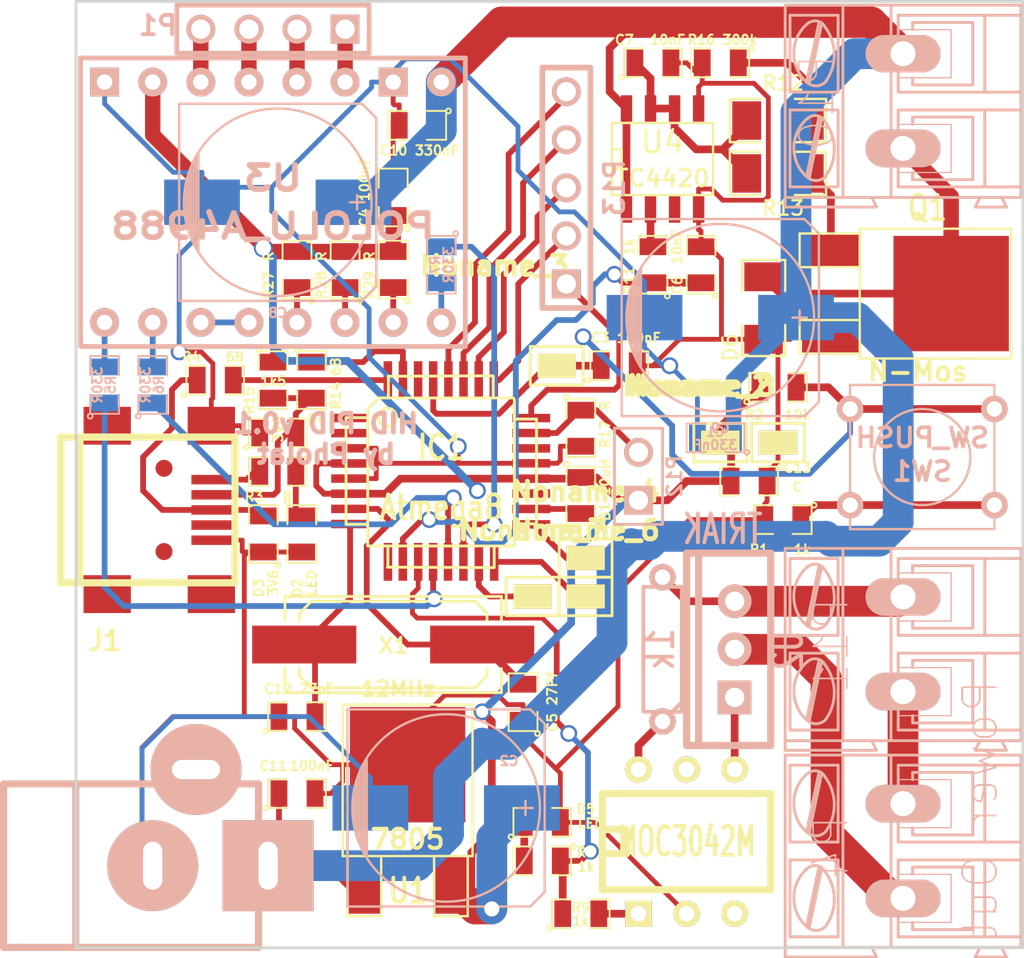
<source format=kicad_pcb>
(kicad_pcb (version 20171130) (host pcbnew "(5.1.12)-1")

  (general
    (thickness 1.6)
    (drawings 7)
    (tracks 556)
    (zones 0)
    (modules 62)
    (nets 59)
  )

  (page A4)
  (layers
    (0 F.Cu signal)
    (31 B.Cu signal)
    (32 B.Adhes user hide)
    (33 F.Adhes user hide)
    (34 B.Paste user hide)
    (35 F.Paste user hide)
    (36 B.SilkS user hide)
    (37 F.SilkS user hide)
    (38 B.Mask user hide)
    (39 F.Mask user hide)
    (40 Dwgs.User user hide)
    (41 Cmts.User user hide)
    (42 Eco1.User user hide)
    (43 Eco2.User user hide)
    (44 Edge.Cuts user)
  )

  (setup
    (last_trace_width 0.254)
    (user_trace_width 0.3048)
    (user_trace_width 0.4064)
    (user_trace_width 0.8128)
    (user_trace_width 1.6256)
    (trace_clearance 0.254)
    (zone_clearance 0.6096)
    (zone_45_only no)
    (trace_min 6.4516)
    (via_size 0.889)
    (via_drill 0.635)
    (via_min_size 22.5806)
    (via_min_drill 0.508)
    (user_via 1 0.8)
    (uvia_size 0.508)
    (uvia_drill 0.127)
    (uvias_allowed no)
    (uvia_min_size 12.9032)
    (uvia_min_drill 0.127)
    (edge_width 0.15)
    (segment_width 0.2)
    (pcb_text_width 0.3)
    (pcb_text_size 1 1)
    (mod_edge_width 0.15)
    (mod_text_size 1 1)
    (mod_text_width 0.15)
    (pad_size 0.89916 0.89916)
    (pad_drill 0)
    (pad_to_mask_clearance 0)
    (aux_axis_origin 110 60)
    (visible_elements 7FFFFFFF)
    (pcbplotparams
      (layerselection 0x00030_ffffffff)
      (usegerberextensions true)
      (usegerberattributes true)
      (usegerberadvancedattributes true)
      (creategerberjobfile true)
      (excludeedgelayer true)
      (linewidth 0.150000)
      (plotframeref false)
      (viasonmask false)
      (mode 1)
      (useauxorigin true)
      (hpglpennumber 1)
      (hpglpenspeed 20)
      (hpglpendiameter 15.000000)
      (psnegative false)
      (psa4output false)
      (plotreference true)
      (plotvalue true)
      (plotinvisibletext false)
      (padsonsilk true)
      (subtractmaskfromsilk true)
      (outputformat 1)
      (mirror false)
      (drillshape 0)
      (scaleselection 1)
      (outputdirectory "Gerber"))
  )

  (net 0 "")
  (net 1 /AC_Controll)
  (net 2 /AVcc)
  (net 3 /D+)
  (net 4 /D-)
  (net 5 /DIR1)
  (net 6 /EN1)
  (net 7 /MISO)
  (net 8 /MOSI)
  (net 9 /PWM)
  (net 10 /RES)
  (net 11 /SCK)
  (net 12 /STEP1)
  (net 13 /TempCheck)
  (net 14 GND)
  (net 15 N-000001)
  (net 16 N-0000010)
  (net 17 N-0000014)
  (net 18 N-0000015)
  (net 19 N-0000016)
  (net 20 N-0000018)
  (net 21 N-000002)
  (net 22 N-0000021)
  (net 23 N-0000023)
  (net 24 N-0000024)
  (net 25 N-0000025)
  (net 26 N-0000026)
  (net 27 N-0000028)
  (net 28 N-0000029)
  (net 29 N-000003)
  (net 30 N-0000031)
  (net 31 N-0000032)
  (net 32 N-0000035)
  (net 33 N-0000036)
  (net 34 N-0000037)
  (net 35 N-0000038)
  (net 36 N-0000039)
  (net 37 N-000004)
  (net 38 N-0000040)
  (net 39 N-0000043)
  (net 40 N-0000044)
  (net 41 N-0000045)
  (net 42 N-0000047)
  (net 43 N-0000048)
  (net 44 N-0000049)
  (net 45 N-000005)
  (net 46 N-0000050)
  (net 47 N-0000053)
  (net 48 N-0000054)
  (net 49 N-0000055)
  (net 50 N-0000056)
  (net 51 N-0000057)
  (net 52 N-0000058)
  (net 53 N-000006)
  (net 54 N-000007)
  (net 55 N-000008)
  (net 56 N-000009)
  (net 57 VAA)
  (net 58 VCC)

  (net_class Default "To jest domyślna klasa połączeń."
    (clearance 0.254)
    (trace_width 0.254)
    (via_dia 0.889)
    (via_drill 0.635)
    (uvia_dia 0.508)
    (uvia_drill 0.127)
    (add_net /AC_Controll)
    (add_net /AVcc)
    (add_net /D+)
    (add_net /D-)
    (add_net /DIR1)
    (add_net /EN1)
    (add_net /MISO)
    (add_net /MOSI)
    (add_net /PWM)
    (add_net /RES)
    (add_net /SCK)
    (add_net /STEP1)
    (add_net /TempCheck)
    (add_net GND)
    (add_net N-000001)
    (add_net N-0000010)
    (add_net N-0000014)
    (add_net N-0000015)
    (add_net N-0000016)
    (add_net N-0000018)
    (add_net N-000002)
    (add_net N-0000021)
    (add_net N-0000023)
    (add_net N-0000024)
    (add_net N-0000025)
    (add_net N-0000026)
    (add_net N-0000028)
    (add_net N-0000029)
    (add_net N-000003)
    (add_net N-0000031)
    (add_net N-0000032)
    (add_net N-0000035)
    (add_net N-0000036)
    (add_net N-0000037)
    (add_net N-0000038)
    (add_net N-0000039)
    (add_net N-000004)
    (add_net N-0000040)
    (add_net N-0000043)
    (add_net N-0000044)
    (add_net N-0000045)
    (add_net N-0000047)
    (add_net N-0000048)
    (add_net N-0000049)
    (add_net N-000005)
    (add_net N-0000050)
    (add_net N-0000053)
    (add_net N-0000054)
    (add_net N-0000055)
    (add_net N-0000056)
    (add_net N-0000057)
    (add_net N-0000058)
    (add_net N-000006)
    (add_net N-000007)
    (add_net N-000008)
    (add_net N-000009)
    (add_net VAA)
    (add_net VCC)
  )

  (module USB_MINI_B (layer F.Cu) (tedit 65371119) (tstamp 53E3A773)
    (at 113.792 86.868)
    (descr "USB Mini-B 5-pin SMD connector")
    (tags "USB, Mini-B, connector")
    (path /53D889EE)
    (fp_text reference J1 (at -2.268 6.914) (layer F.SilkS)
      (effects (font (size 1.016 1.016) (thickness 0.2032)))
    )
    (fp_text value USB (at -2.014 -0.198 90) (layer F.SilkS) hide
      (effects (font (size 1.016 1.016) (thickness 0.2032)))
    )
    (fp_line (start 4.59994 -3.85064) (end -4.59994 -3.85064) (layer F.SilkS) (width 0.381))
    (fp_line (start 4.59994 3.85064) (end 4.59994 -3.85064) (layer F.SilkS) (width 0.381))
    (fp_line (start -4.59994 3.85064) (end 4.59994 3.85064) (layer F.SilkS) (width 0.381))
    (fp_line (start -4.59994 -3.85064) (end -4.59994 3.85064) (layer F.SilkS) (width 0.381))
    (fp_line (start -3.59918 -3.85064) (end -3.59918 3.85064) (layer F.SilkS) (width 0.381))
    (pad 1 smd rect (at 3.44932 -1.6002) (size 2.30124 0.50038) (layers F.Cu F.Paste F.Mask)
      (net 38 N-0000040))
    (pad 2 smd rect (at 3.44932 -0.8001) (size 2.30124 0.50038) (layers F.Cu F.Paste F.Mask)
      (net 4 /D-))
    (pad 3 smd rect (at 3.44932 0) (size 2.30124 0.50038) (layers F.Cu F.Paste F.Mask)
      (net 3 /D+))
    (pad 4 smd rect (at 3.44932 0.8001) (size 2.30124 0.50038) (layers F.Cu F.Paste F.Mask)
      (net 31 N-0000032))
    (pad 5 smd rect (at 3.44932 1.6002) (size 2.30124 0.50038) (layers F.Cu F.Paste F.Mask)
      (net 14 GND))
    (pad 6 smd rect (at 3.35026 -4.45008) (size 2.49936 1.99898) (layers F.Cu F.Paste F.Mask)
      (net 14 GND))
    (pad 7 smd rect (at -2.14884 -4.45008) (size 2.49936 1.99898) (layers F.Cu F.Paste F.Mask))
    (pad 8 smd rect (at 3.35026 4.45008) (size 2.49936 1.99898) (layers F.Cu F.Paste F.Mask))
    (pad 9 smd rect (at -2.14884 4.45008) (size 2.49936 1.99898) (layers F.Cu F.Paste F.Mask))
    (pad "" smd circle (at 0.8509 -2.19964) (size 0.89916 0.89916) (layers F.Cu F.Paste F.Mask))
    (pad 2 smd circle (at 0.8509 2.19964) (size 0.89916 0.89916) (layers F.Cu F.Paste F.Mask))
  )

  (module SM0805 (layer B.Cu) (tedit 5091495C) (tstamp 53E3A63F)
    (at 143.764 83.058 180)
    (path /53D8879A)
    (attr smd)
    (fp_text reference C1 (at 0 0.3175 180) (layer B.SilkS)
      (effects (font (size 0.50038 0.50038) (thickness 0.10922)) (justify mirror))
    )
    (fp_text value 330nF (at 0 -0.381 180) (layer B.SilkS)
      (effects (font (size 0.50038 0.50038) (thickness 0.10922)) (justify mirror))
    )
    (fp_line (start 1.524 -0.762) (end 0.508 -0.762) (layer B.SilkS) (width 0.09906))
    (fp_line (start 1.524 0.762) (end 1.524 -0.762) (layer B.SilkS) (width 0.09906))
    (fp_line (start 0.508 0.762) (end 1.524 0.762) (layer B.SilkS) (width 0.09906))
    (fp_line (start -1.524 0.762) (end -0.508 0.762) (layer B.SilkS) (width 0.09906))
    (fp_line (start -1.524 -0.762) (end -1.524 0.762) (layer B.SilkS) (width 0.09906))
    (fp_line (start -0.508 -0.762) (end -1.524 -0.762) (layer B.SilkS) (width 0.09906))
    (fp_circle (center -1.651 -0.762) (end -1.651 -0.635) (layer B.SilkS) (width 0.09906))
    (pad 1 smd rect (at -0.9525 0 180) (size 0.889 1.397) (layers B.Cu B.Paste B.Mask)
      (net 57 VAA))
    (pad 2 smd rect (at 0.9525 0 180) (size 0.889 1.397) (layers B.Cu B.Paste B.Mask)
      (net 14 GND))
    (model smd/chip_cms.wrl
      (at (xyz 0 0 0))
      (scale (xyz 0.1 0.1 0.1))
      (rotate (xyz 0 0 0))
    )
  )

  (module c_elec_10x10.5 (layer B.Cu) (tedit 53E3BD2D) (tstamp 53E3A654)
    (at 129.54 102.616)
    (descr "SMT capacitor, aluminium electrolytic, 10x10.5")
    (path /53D887D9)
    (fp_text reference C2 (at 3.32 -2.484) (layer B.SilkS)
      (effects (font (size 0.50038 0.50038) (thickness 0.11938)) (justify mirror))
    )
    (fp_text value 330uF (at 0 -5.842) (layer B.SilkS) hide
      (effects (font (size 0.50038 0.50038) (thickness 0.11938)) (justify mirror))
    )
    (fp_circle (center 0 0) (end 4.953 0) (layer B.SilkS) (width 0.127))
    (fp_line (start 4.191 0.381) (end 4.191 -0.381) (layer B.SilkS) (width 0.127))
    (fp_line (start 4.572 0) (end 3.81 0) (layer B.SilkS) (width 0.127))
    (fp_line (start 4.445 5.207) (end -5.207 5.207) (layer B.SilkS) (width 0.127))
    (fp_line (start 5.207 4.445) (end 4.445 5.207) (layer B.SilkS) (width 0.127))
    (fp_line (start 5.207 -4.445) (end 5.207 4.445) (layer B.SilkS) (width 0.127))
    (fp_line (start 4.445 -5.207) (end 5.207 -4.445) (layer B.SilkS) (width 0.127))
    (fp_line (start -5.207 -5.207) (end 4.445 -5.207) (layer B.SilkS) (width 0.127))
    (fp_line (start -5.207 5.207) (end -5.207 -5.207) (layer B.SilkS) (width 0.127))
    (fp_line (start -4.191 2.54) (end -4.191 -2.54) (layer B.SilkS) (width 0.127))
    (fp_line (start -4.318 -2.413) (end -4.318 2.413) (layer B.SilkS) (width 0.127))
    (fp_line (start -4.445 2.159) (end -4.445 -2.159) (layer B.SilkS) (width 0.127))
    (fp_line (start -4.572 -1.778) (end -4.572 1.778) (layer B.SilkS) (width 0.127))
    (fp_line (start -4.699 1.397) (end -4.699 -1.524) (layer B.SilkS) (width 0.127))
    (fp_line (start -4.826 -1.016) (end -4.826 1.016) (layer B.SilkS) (width 0.127))
    (pad 1 smd rect (at 4.0005 0) (size 4.0005 2.4003) (layers B.Cu B.Paste B.Mask)
      (net 58 VCC))
    (pad 2 smd rect (at -4.0005 0) (size 4.0005 2.4003) (layers B.Cu B.Paste B.Mask)
      (net 14 GND))
    (model smd/capacitors/c_elec_10x10_5.wrl
      (at (xyz 0 0 0))
      (scale (xyz 1 1 1))
      (rotate (xyz 0 0 0))
    )
  )

  (module SM0805 (layer F.Cu) (tedit 53E3BDDA) (tstamp 53E3B028)
    (at 138.684 79.248)
    (path /53E42EE5)
    (attr smd)
    (fp_text reference C3 (at -0.998 -1.468) (layer F.SilkS)
      (effects (font (size 0.50038 0.50038) (thickness 0.10922)))
    )
    (fp_text value 100nF (at 1.034 -1.468) (layer F.SilkS)
      (effects (font (size 0.50038 0.50038) (thickness 0.10922)))
    )
    (fp_line (start 1.524 0.762) (end 0.508 0.762) (layer F.SilkS) (width 0.09906))
    (fp_line (start 1.524 -0.762) (end 1.524 0.762) (layer F.SilkS) (width 0.09906))
    (fp_line (start 0.508 -0.762) (end 1.524 -0.762) (layer F.SilkS) (width 0.09906))
    (fp_line (start -1.524 -0.762) (end -0.508 -0.762) (layer F.SilkS) (width 0.09906))
    (fp_line (start -1.524 0.762) (end -1.524 -0.762) (layer F.SilkS) (width 0.09906))
    (fp_line (start -0.508 0.762) (end -1.524 0.762) (layer F.SilkS) (width 0.09906))
    (fp_circle (center -1.651 0.762) (end -1.651 0.635) (layer F.SilkS) (width 0.09906))
    (pad 1 smd rect (at -0.9525 0) (size 0.889 1.397) (layers F.Cu F.Paste F.Mask)
      (net 10 /RES))
    (pad 2 smd rect (at 0.9525 0) (size 0.889 1.397) (layers F.Cu F.Paste F.Mask)
      (net 14 GND))
    (model smd/chip_cms.wrl
      (at (xyz 0 0 0))
      (scale (xyz 0.1 0.1 0.1))
      (rotate (xyz 0 0 0))
    )
  )

  (module SM0805 (layer F.Cu) (tedit 53E3BDCC) (tstamp 53E3A66E)
    (at 126.746 70.358 90)
    (path /53D8886D)
    (attr smd)
    (fp_text reference C4 (at -1.072 -1.506 90) (layer F.SilkS)
      (effects (font (size 0.50038 0.50038) (thickness 0.10922)))
    )
    (fp_text value 100nF (at 0.96 -1.506 90) (layer F.SilkS)
      (effects (font (size 0.50038 0.50038) (thickness 0.10922)))
    )
    (fp_line (start 1.524 0.762) (end 0.508 0.762) (layer F.SilkS) (width 0.09906))
    (fp_line (start 1.524 -0.762) (end 1.524 0.762) (layer F.SilkS) (width 0.09906))
    (fp_line (start 0.508 -0.762) (end 1.524 -0.762) (layer F.SilkS) (width 0.09906))
    (fp_line (start -1.524 -0.762) (end -0.508 -0.762) (layer F.SilkS) (width 0.09906))
    (fp_line (start -1.524 0.762) (end -1.524 -0.762) (layer F.SilkS) (width 0.09906))
    (fp_line (start -0.508 0.762) (end -1.524 0.762) (layer F.SilkS) (width 0.09906))
    (fp_circle (center -1.651 0.762) (end -1.651 0.635) (layer F.SilkS) (width 0.09906))
    (pad 1 smd rect (at -0.9525 0 90) (size 0.889 1.397) (layers F.Cu F.Paste F.Mask)
      (net 58 VCC))
    (pad 2 smd rect (at 0.9525 0 90) (size 0.889 1.397) (layers F.Cu F.Paste F.Mask)
      (net 14 GND))
    (model smd/chip_cms.wrl
      (at (xyz 0 0 0))
      (scale (xyz 0.1 0.1 0.1))
      (rotate (xyz 0 0 0))
    )
  )

  (module SM0805 (layer F.Cu) (tedit 53E3BD6C) (tstamp 53E3A67B)
    (at 133.604 97.028 90)
    (path /53E42F15)
    (attr smd)
    (fp_text reference C5 (at -1.072 1.542 90) (layer F.SilkS)
      (effects (font (size 0.50038 0.50038) (thickness 0.10922)))
    )
    (fp_text value 27Pf (at 0.706 1.542 90) (layer F.SilkS)
      (effects (font (size 0.50038 0.50038) (thickness 0.10922)))
    )
    (fp_line (start 1.524 0.762) (end 0.508 0.762) (layer F.SilkS) (width 0.09906))
    (fp_line (start 1.524 -0.762) (end 1.524 0.762) (layer F.SilkS) (width 0.09906))
    (fp_line (start 0.508 -0.762) (end 1.524 -0.762) (layer F.SilkS) (width 0.09906))
    (fp_line (start -1.524 -0.762) (end -0.508 -0.762) (layer F.SilkS) (width 0.09906))
    (fp_line (start -1.524 0.762) (end -1.524 -0.762) (layer F.SilkS) (width 0.09906))
    (fp_line (start -0.508 0.762) (end -1.524 0.762) (layer F.SilkS) (width 0.09906))
    (fp_circle (center -1.651 0.762) (end -1.651 0.635) (layer F.SilkS) (width 0.09906))
    (pad 1 smd rect (at -0.9525 0 90) (size 0.889 1.397) (layers F.Cu F.Paste F.Mask)
      (net 14 GND))
    (pad 2 smd rect (at 0.9525 0 90) (size 0.889 1.397) (layers F.Cu F.Paste F.Mask)
      (net 32 N-0000035))
    (model smd/chip_cms.wrl
      (at (xyz 0 0 0))
      (scale (xyz 0.1 0.1 0.1))
      (rotate (xyz 0 0 0))
    )
  )

  (module SM0805 (layer F.Cu) (tedit 53E3BE63) (tstamp 53E3A688)
    (at 143.002 73.914 90)
    (path /53E3A3F5)
    (attr smd)
    (fp_text reference C6 (at -1.072 -1.252 90) (layer F.SilkS)
      (effects (font (size 0.50038 0.50038) (thickness 0.10922)))
    )
    (fp_text value 10nF (at 0.96 -1.252 90) (layer F.SilkS)
      (effects (font (size 0.50038 0.50038) (thickness 0.10922)))
    )
    (fp_line (start 1.524 0.762) (end 0.508 0.762) (layer F.SilkS) (width 0.09906))
    (fp_line (start 1.524 -0.762) (end 1.524 0.762) (layer F.SilkS) (width 0.09906))
    (fp_line (start 0.508 -0.762) (end 1.524 -0.762) (layer F.SilkS) (width 0.09906))
    (fp_line (start -1.524 -0.762) (end -0.508 -0.762) (layer F.SilkS) (width 0.09906))
    (fp_line (start -1.524 0.762) (end -1.524 -0.762) (layer F.SilkS) (width 0.09906))
    (fp_line (start -0.508 0.762) (end -1.524 0.762) (layer F.SilkS) (width 0.09906))
    (fp_circle (center -1.651 0.762) (end -1.651 0.635) (layer F.SilkS) (width 0.09906))
    (pad 1 smd rect (at -0.9525 0 90) (size 0.889 1.397) (layers F.Cu F.Paste F.Mask)
      (net 9 /PWM))
    (pad 2 smd rect (at 0.9525 0 90) (size 0.889 1.397) (layers F.Cu F.Paste F.Mask)
      (net 14 GND))
    (model smd/chip_cms.wrl
      (at (xyz 0 0 0))
      (scale (xyz 0.1 0.1 0.1))
      (rotate (xyz 0 0 0))
    )
  )

  (module SM0805 (layer F.Cu) (tedit 53E3BE58) (tstamp 53E3A695)
    (at 140.462 63.246)
    (path /53E3A3EF)
    (attr smd)
    (fp_text reference C7 (at -1.506 -1.214) (layer F.SilkS)
      (effects (font (size 0.50038 0.50038) (thickness 0.10922)))
    )
    (fp_text value 10nF (at 0.78 -1.214) (layer F.SilkS)
      (effects (font (size 0.50038 0.50038) (thickness 0.10922)))
    )
    (fp_line (start 1.524 0.762) (end 0.508 0.762) (layer F.SilkS) (width 0.09906))
    (fp_line (start 1.524 -0.762) (end 1.524 0.762) (layer F.SilkS) (width 0.09906))
    (fp_line (start 0.508 -0.762) (end 1.524 -0.762) (layer F.SilkS) (width 0.09906))
    (fp_line (start -1.524 -0.762) (end -0.508 -0.762) (layer F.SilkS) (width 0.09906))
    (fp_line (start -1.524 0.762) (end -1.524 -0.762) (layer F.SilkS) (width 0.09906))
    (fp_line (start -0.508 0.762) (end -1.524 0.762) (layer F.SilkS) (width 0.09906))
    (fp_circle (center -1.651 0.762) (end -1.651 0.635) (layer F.SilkS) (width 0.09906))
    (pad 1 smd rect (at -0.9525 0) (size 0.889 1.397) (layers F.Cu F.Paste F.Mask)
      (net 23 N-0000023))
    (pad 2 smd rect (at 0.9525 0) (size 0.889 1.397) (layers F.Cu F.Paste F.Mask)
      (net 14 GND))
    (model smd/chip_cms.wrl
      (at (xyz 0 0 0))
      (scale (xyz 0.1 0.1 0.1))
      (rotate (xyz 0 0 0))
    )
  )

  (module c_elec_10x10.5 (layer B.Cu) (tedit 53E3BEC5) (tstamp 53E3AC74)
    (at 120.65 70.612)
    (descr "SMT capacitor, aluminium electrolytic, 10x10.5")
    (path /53D8B300)
    (fp_text reference C8 (at 0 5.842) (layer B.SilkS)
      (effects (font (size 0.50038 0.50038) (thickness 0.11938)) (justify mirror))
    )
    (fp_text value 330uF (at 0.018 0.056) (layer B.SilkS) hide
      (effects (font (size 0.50038 0.50038) (thickness 0.11938)) (justify mirror))
    )
    (fp_circle (center 0 0) (end 4.953 0) (layer B.SilkS) (width 0.127))
    (fp_line (start 4.191 0.381) (end 4.191 -0.381) (layer B.SilkS) (width 0.127))
    (fp_line (start 4.572 0) (end 3.81 0) (layer B.SilkS) (width 0.127))
    (fp_line (start 4.445 5.207) (end -5.207 5.207) (layer B.SilkS) (width 0.127))
    (fp_line (start 5.207 4.445) (end 4.445 5.207) (layer B.SilkS) (width 0.127))
    (fp_line (start 5.207 -4.445) (end 5.207 4.445) (layer B.SilkS) (width 0.127))
    (fp_line (start 4.445 -5.207) (end 5.207 -4.445) (layer B.SilkS) (width 0.127))
    (fp_line (start -5.207 -5.207) (end 4.445 -5.207) (layer B.SilkS) (width 0.127))
    (fp_line (start -5.207 5.207) (end -5.207 -5.207) (layer B.SilkS) (width 0.127))
    (fp_line (start -4.191 2.54) (end -4.191 -2.54) (layer B.SilkS) (width 0.127))
    (fp_line (start -4.318 -2.413) (end -4.318 2.413) (layer B.SilkS) (width 0.127))
    (fp_line (start -4.445 2.159) (end -4.445 -2.159) (layer B.SilkS) (width 0.127))
    (fp_line (start -4.572 -1.778) (end -4.572 1.778) (layer B.SilkS) (width 0.127))
    (fp_line (start -4.699 1.397) (end -4.699 -1.524) (layer B.SilkS) (width 0.127))
    (fp_line (start -4.826 -1.016) (end -4.826 1.016) (layer B.SilkS) (width 0.127))
    (pad 1 smd rect (at 4.0005 0) (size 4.0005 2.4003) (layers B.Cu B.Paste B.Mask)
      (net 57 VAA))
    (pad 2 smd rect (at -4.0005 0) (size 4.0005 2.4003) (layers B.Cu B.Paste B.Mask)
      (net 14 GND))
    (model smd/capacitors/c_elec_10x10_5.wrl
      (at (xyz 0 0 0))
      (scale (xyz 1 1 1))
      (rotate (xyz 0 0 0))
    )
  )

  (module c_elec_10x10.5 (layer B.Cu) (tedit 49F5D1F6) (tstamp 53E3AC32)
    (at 144.018 76.708)
    (descr "SMT capacitor, aluminium electrolytic, 10x10.5")
    (path /53E3A416)
    (fp_text reference C9 (at 0 5.842) (layer B.SilkS)
      (effects (font (size 0.50038 0.50038) (thickness 0.11938)) (justify mirror))
    )
    (fp_text value 330uF (at 0 -5.842) (layer B.SilkS) hide
      (effects (font (size 0.50038 0.50038) (thickness 0.11938)) (justify mirror))
    )
    (fp_circle (center 0 0) (end 4.953 0) (layer B.SilkS) (width 0.127))
    (fp_line (start 4.191 0.381) (end 4.191 -0.381) (layer B.SilkS) (width 0.127))
    (fp_line (start 4.572 0) (end 3.81 0) (layer B.SilkS) (width 0.127))
    (fp_line (start 4.445 5.207) (end -5.207 5.207) (layer B.SilkS) (width 0.127))
    (fp_line (start 5.207 4.445) (end 4.445 5.207) (layer B.SilkS) (width 0.127))
    (fp_line (start 5.207 -4.445) (end 5.207 4.445) (layer B.SilkS) (width 0.127))
    (fp_line (start 4.445 -5.207) (end 5.207 -4.445) (layer B.SilkS) (width 0.127))
    (fp_line (start -5.207 -5.207) (end 4.445 -5.207) (layer B.SilkS) (width 0.127))
    (fp_line (start -5.207 5.207) (end -5.207 -5.207) (layer B.SilkS) (width 0.127))
    (fp_line (start -4.191 2.54) (end -4.191 -2.54) (layer B.SilkS) (width 0.127))
    (fp_line (start -4.318 -2.413) (end -4.318 2.413) (layer B.SilkS) (width 0.127))
    (fp_line (start -4.445 2.159) (end -4.445 -2.159) (layer B.SilkS) (width 0.127))
    (fp_line (start -4.572 -1.778) (end -4.572 1.778) (layer B.SilkS) (width 0.127))
    (fp_line (start -4.699 1.397) (end -4.699 -1.524) (layer B.SilkS) (width 0.127))
    (fp_line (start -4.826 -1.016) (end -4.826 1.016) (layer B.SilkS) (width 0.127))
    (pad 1 smd rect (at 4.0005 0) (size 4.0005 2.4003) (layers B.Cu B.Paste B.Mask)
      (net 57 VAA))
    (pad 2 smd rect (at -4.0005 0) (size 4.0005 2.4003) (layers B.Cu B.Paste B.Mask)
      (net 14 GND))
    (model smd/capacitors/c_elec_10x10_5.wrl
      (at (xyz 0 0 0))
      (scale (xyz 1 1 1))
      (rotate (xyz 0 0 0))
    )
  )

  (module SM0805 (layer F.Cu) (tedit 53E3BDD0) (tstamp 53E3A6CC)
    (at 128.016 66.548 180)
    (path /53E3A3E3)
    (attr smd)
    (fp_text reference C10 (at 1.252 -1.326 180) (layer F.SilkS)
      (effects (font (size 0.50038 0.50038) (thickness 0.10922)))
    )
    (fp_text value 330nF (at -1.034 -1.326 180) (layer F.SilkS)
      (effects (font (size 0.50038 0.50038) (thickness 0.10922)))
    )
    (fp_line (start 1.524 0.762) (end 0.508 0.762) (layer F.SilkS) (width 0.09906))
    (fp_line (start 1.524 -0.762) (end 1.524 0.762) (layer F.SilkS) (width 0.09906))
    (fp_line (start 0.508 -0.762) (end 1.524 -0.762) (layer F.SilkS) (width 0.09906))
    (fp_line (start -1.524 -0.762) (end -0.508 -0.762) (layer F.SilkS) (width 0.09906))
    (fp_line (start -1.524 0.762) (end -1.524 -0.762) (layer F.SilkS) (width 0.09906))
    (fp_line (start -0.508 0.762) (end -1.524 0.762) (layer F.SilkS) (width 0.09906))
    (fp_circle (center -1.651 0.762) (end -1.651 0.635) (layer F.SilkS) (width 0.09906))
    (pad 1 smd rect (at -0.9525 0 180) (size 0.889 1.397) (layers F.Cu F.Paste F.Mask)
      (net 57 VAA))
    (pad 2 smd rect (at 0.9525 0 180) (size 0.889 1.397) (layers F.Cu F.Paste F.Mask)
      (net 14 GND))
    (model smd/chip_cms.wrl
      (at (xyz 0 0 0))
      (scale (xyz 0.1 0.1 0.1))
      (rotate (xyz 0 0 0))
    )
  )

  (module SM0805 (layer F.Cu) (tedit 53E3BD0F) (tstamp 53E3A6D9)
    (at 121.666 101.854)
    (path /53E3A3E9)
    (attr smd)
    (fp_text reference C11 (at -1.252 -1.468) (layer F.SilkS)
      (effects (font (size 0.50038 0.50038) (thickness 0.10922)))
    )
    (fp_text value 100nF (at 0.78 -1.468) (layer F.SilkS)
      (effects (font (size 0.50038 0.50038) (thickness 0.10922)))
    )
    (fp_line (start 1.524 0.762) (end 0.508 0.762) (layer F.SilkS) (width 0.09906))
    (fp_line (start 1.524 -0.762) (end 1.524 0.762) (layer F.SilkS) (width 0.09906))
    (fp_line (start 0.508 -0.762) (end 1.524 -0.762) (layer F.SilkS) (width 0.09906))
    (fp_line (start -1.524 -0.762) (end -0.508 -0.762) (layer F.SilkS) (width 0.09906))
    (fp_line (start -1.524 0.762) (end -1.524 -0.762) (layer F.SilkS) (width 0.09906))
    (fp_line (start -0.508 0.762) (end -1.524 0.762) (layer F.SilkS) (width 0.09906))
    (fp_circle (center -1.651 0.762) (end -1.651 0.635) (layer F.SilkS) (width 0.09906))
    (pad 1 smd rect (at -0.9525 0) (size 0.889 1.397) (layers F.Cu F.Paste F.Mask)
      (net 57 VAA))
    (pad 2 smd rect (at 0.9525 0) (size 0.889 1.397) (layers F.Cu F.Paste F.Mask)
      (net 14 GND))
    (model smd/chip_cms.wrl
      (at (xyz 0 0 0))
      (scale (xyz 0.1 0.1 0.1))
      (rotate (xyz 0 0 0))
    )
  )

  (module SM0805 (layer F.Cu) (tedit 53E3BCB6) (tstamp 53E3A6E6)
    (at 121.666 97.79)
    (path /53E42F1B)
    (attr smd)
    (fp_text reference C12 (at -0.998 -1.468) (layer F.SilkS)
      (effects (font (size 0.50038 0.50038) (thickness 0.10922)))
    )
    (fp_text value 27pF (at 1.034 -1.468) (layer F.SilkS)
      (effects (font (size 0.50038 0.50038) (thickness 0.10922)))
    )
    (fp_line (start 1.524 0.762) (end 0.508 0.762) (layer F.SilkS) (width 0.09906))
    (fp_line (start 1.524 -0.762) (end 1.524 0.762) (layer F.SilkS) (width 0.09906))
    (fp_line (start 0.508 -0.762) (end 1.524 -0.762) (layer F.SilkS) (width 0.09906))
    (fp_line (start -1.524 -0.762) (end -0.508 -0.762) (layer F.SilkS) (width 0.09906))
    (fp_line (start -1.524 0.762) (end -1.524 -0.762) (layer F.SilkS) (width 0.09906))
    (fp_line (start -0.508 0.762) (end -1.524 0.762) (layer F.SilkS) (width 0.09906))
    (fp_circle (center -1.651 0.762) (end -1.651 0.635) (layer F.SilkS) (width 0.09906))
    (pad 1 smd rect (at -0.9525 0) (size 0.889 1.397) (layers F.Cu F.Paste F.Mask)
      (net 14 GND))
    (pad 2 smd rect (at 0.9525 0) (size 0.889 1.397) (layers F.Cu F.Paste F.Mask)
      (net 15 N-000001))
    (model smd/chip_cms.wrl
      (at (xyz 0 0 0))
      (scale (xyz 0.1 0.1 0.1))
      (rotate (xyz 0 0 0))
    )
  )

  (module SM0805 (layer F.Cu) (tedit 53E3BE1E) (tstamp 53E3A6F3)
    (at 145.542 85.344 180)
    (path /53E42F27)
    (attr smd)
    (fp_text reference C13 (at -2.558 0.706 180) (layer F.SilkS)
      (effects (font (size 0.50038 0.50038) (thickness 0.10922)))
    )
    (fp_text value C (at -2.558 -0.31 180) (layer F.SilkS)
      (effects (font (size 0.50038 0.50038) (thickness 0.10922)))
    )
    (fp_line (start 1.524 0.762) (end 0.508 0.762) (layer F.SilkS) (width 0.09906))
    (fp_line (start 1.524 -0.762) (end 1.524 0.762) (layer F.SilkS) (width 0.09906))
    (fp_line (start 0.508 -0.762) (end 1.524 -0.762) (layer F.SilkS) (width 0.09906))
    (fp_line (start -1.524 -0.762) (end -0.508 -0.762) (layer F.SilkS) (width 0.09906))
    (fp_line (start -1.524 0.762) (end -1.524 -0.762) (layer F.SilkS) (width 0.09906))
    (fp_line (start -0.508 0.762) (end -1.524 0.762) (layer F.SilkS) (width 0.09906))
    (fp_circle (center -1.651 0.762) (end -1.651 0.635) (layer F.SilkS) (width 0.09906))
    (pad 1 smd rect (at -0.9525 0 180) (size 0.889 1.397) (layers F.Cu F.Paste F.Mask)
      (net 14 GND))
    (pad 2 smd rect (at 0.9525 0 180) (size 0.889 1.397) (layers F.Cu F.Paste F.Mask)
      (net 58 VCC))
    (model smd/chip_cms.wrl
      (at (xyz 0 0 0))
      (scale (xyz 0.1 0.1 0.1))
      (rotate (xyz 0 0 0))
    )
  )

  (module SM0805 (layer F.Cu) (tedit 53E3BD8B) (tstamp 53E3A700)
    (at 121.92 88.138 270)
    (path /53D88ADC)
    (attr smd)
    (fp_text reference D2 (at 2.85 0.236 270) (layer F.SilkS)
      (effects (font (size 0.50038 0.50038) (thickness 0.10922)))
    )
    (fp_text value LED (at 2.596 -0.526 270) (layer F.SilkS)
      (effects (font (size 0.50038 0.50038) (thickness 0.10922)))
    )
    (fp_line (start 1.524 0.762) (end 0.508 0.762) (layer F.SilkS) (width 0.09906))
    (fp_line (start 1.524 -0.762) (end 1.524 0.762) (layer F.SilkS) (width 0.09906))
    (fp_line (start 0.508 -0.762) (end 1.524 -0.762) (layer F.SilkS) (width 0.09906))
    (fp_line (start -1.524 -0.762) (end -0.508 -0.762) (layer F.SilkS) (width 0.09906))
    (fp_line (start -1.524 0.762) (end -1.524 -0.762) (layer F.SilkS) (width 0.09906))
    (fp_line (start -0.508 0.762) (end -1.524 0.762) (layer F.SilkS) (width 0.09906))
    (fp_circle (center -1.651 0.762) (end -1.651 0.635) (layer F.SilkS) (width 0.09906))
    (pad 1 smd rect (at -0.9525 0 270) (size 0.889 1.397) (layers F.Cu F.Paste F.Mask)
      (net 36 N-0000039))
    (pad 2 smd rect (at 0.9525 0 270) (size 0.889 1.397) (layers F.Cu F.Paste F.Mask)
      (net 14 GND))
    (model smd/chip_cms.wrl
      (at (xyz 0 0 0))
      (scale (xyz 0.1 0.1 0.1))
      (rotate (xyz 0 0 0))
    )
  )

  (module SM0805 (layer F.Cu) (tedit 53E3BD86) (tstamp 53E3A70D)
    (at 119.888 88.138 90)
    (path /53D88D73)
    (attr smd)
    (fp_text reference D3 (at -2.85 -0.236 90) (layer F.SilkS)
      (effects (font (size 0.50038 0.50038) (thickness 0.10922)))
    )
    (fp_text value 3V6 (at -2.596 0.526 90) (layer F.SilkS)
      (effects (font (size 0.50038 0.50038) (thickness 0.10922)))
    )
    (fp_line (start 1.524 0.762) (end 0.508 0.762) (layer F.SilkS) (width 0.09906))
    (fp_line (start 1.524 -0.762) (end 1.524 0.762) (layer F.SilkS) (width 0.09906))
    (fp_line (start 0.508 -0.762) (end 1.524 -0.762) (layer F.SilkS) (width 0.09906))
    (fp_line (start -1.524 -0.762) (end -0.508 -0.762) (layer F.SilkS) (width 0.09906))
    (fp_line (start -1.524 0.762) (end -1.524 -0.762) (layer F.SilkS) (width 0.09906))
    (fp_line (start -0.508 0.762) (end -1.524 0.762) (layer F.SilkS) (width 0.09906))
    (fp_circle (center -1.651 0.762) (end -1.651 0.635) (layer F.SilkS) (width 0.09906))
    (pad 1 smd rect (at -0.9525 0 90) (size 0.889 1.397) (layers F.Cu F.Paste F.Mask)
      (net 14 GND))
    (pad 2 smd rect (at 0.9525 0 90) (size 0.889 1.397) (layers F.Cu F.Paste F.Mask)
      (net 3 /D+))
    (model smd/chip_cms.wrl
      (at (xyz 0 0 0))
      (scale (xyz 0.1 0.1 0.1))
      (rotate (xyz 0 0 0))
    )
  )

  (module SM0805 (layer F.Cu) (tedit 53E3BD9C) (tstamp 53E3A71A)
    (at 120.65 82.804)
    (path /53D88D80)
    (attr smd)
    (fp_text reference D4 (at 2.05 -0.706) (layer F.SilkS)
      (effects (font (size 0.50038 0.50038) (thickness 0.10922)))
    )
    (fp_text value 3V6 (at 0.018 -0.198 90) (layer F.SilkS)
      (effects (font (size 0.50038 0.50038) (thickness 0.10922)))
    )
    (fp_line (start 1.524 0.762) (end 0.508 0.762) (layer F.SilkS) (width 0.09906))
    (fp_line (start 1.524 -0.762) (end 1.524 0.762) (layer F.SilkS) (width 0.09906))
    (fp_line (start 0.508 -0.762) (end 1.524 -0.762) (layer F.SilkS) (width 0.09906))
    (fp_line (start -1.524 -0.762) (end -0.508 -0.762) (layer F.SilkS) (width 0.09906))
    (fp_line (start -1.524 0.762) (end -1.524 -0.762) (layer F.SilkS) (width 0.09906))
    (fp_line (start -0.508 0.762) (end -1.524 0.762) (layer F.SilkS) (width 0.09906))
    (fp_circle (center -1.651 0.762) (end -1.651 0.635) (layer F.SilkS) (width 0.09906))
    (pad 1 smd rect (at -0.9525 0) (size 0.889 1.397) (layers F.Cu F.Paste F.Mask)
      (net 14 GND))
    (pad 2 smd rect (at 0.9525 0) (size 0.889 1.397) (layers F.Cu F.Paste F.Mask)
      (net 4 /D-))
    (model smd/chip_cms.wrl
      (at (xyz 0 0 0))
      (scale (xyz 0.1 0.1 0.1))
      (rotate (xyz 0 0 0))
    )
  )

  (module SM0805 (layer F.Cu) (tedit 53E3BD52) (tstamp 53E3A727)
    (at 134.62 103.378)
    (path /53E39A3E)
    (attr smd)
    (fp_text reference D5 (at 2.304 -0.706) (layer F.SilkS)
      (effects (font (size 0.50038 0.50038) (thickness 0.10922)))
    )
    (fp_text value LED (at 2.558 0.056) (layer F.SilkS)
      (effects (font (size 0.50038 0.50038) (thickness 0.10922)))
    )
    (fp_line (start 1.524 0.762) (end 0.508 0.762) (layer F.SilkS) (width 0.09906))
    (fp_line (start 1.524 -0.762) (end 1.524 0.762) (layer F.SilkS) (width 0.09906))
    (fp_line (start 0.508 -0.762) (end 1.524 -0.762) (layer F.SilkS) (width 0.09906))
    (fp_line (start -1.524 -0.762) (end -0.508 -0.762) (layer F.SilkS) (width 0.09906))
    (fp_line (start -1.524 0.762) (end -1.524 -0.762) (layer F.SilkS) (width 0.09906))
    (fp_line (start -0.508 0.762) (end -1.524 0.762) (layer F.SilkS) (width 0.09906))
    (fp_circle (center -1.651 0.762) (end -1.651 0.635) (layer F.SilkS) (width 0.09906))
    (pad 1 smd rect (at -0.9525 0) (size 0.889 1.397) (layers F.Cu F.Paste F.Mask)
      (net 51 N-0000057))
    (pad 2 smd rect (at 0.9525 0) (size 0.889 1.397) (layers F.Cu F.Paste F.Mask)
      (net 14 GND))
    (model smd/chip_cms.wrl
      (at (xyz 0 0 0))
      (scale (xyz 0.1 0.1 0.1))
      (rotate (xyz 0 0 0))
    )
  )

  (module SM1206 (layer F.Cu) (tedit 53E3BE2F) (tstamp 53E3A733)
    (at 146.304 76.2 90)
    (path /53E3A3C4)
    (attr smd)
    (fp_text reference D6 (at -2.088 -1.76 90) (layer F.SilkS)
      (effects (font (size 0.762 0.762) (thickness 0.127)))
    )
    (fp_text value DIODE (at 0.96 -1.76 90) (layer F.SilkS) hide
      (effects (font (size 0.762 0.762) (thickness 0.127)))
    )
    (fp_line (start -0.889 -1.143) (end -2.54 -1.143) (layer F.SilkS) (width 0.127))
    (fp_line (start 2.54 1.143) (end 0.889 1.143) (layer F.SilkS) (width 0.127))
    (fp_line (start 2.54 -1.143) (end 2.54 1.143) (layer F.SilkS) (width 0.127))
    (fp_line (start 0.889 -1.143) (end 2.54 -1.143) (layer F.SilkS) (width 0.127))
    (fp_line (start -2.54 1.143) (end -0.889 1.143) (layer F.SilkS) (width 0.127))
    (fp_line (start -2.54 -1.143) (end -2.54 1.143) (layer F.SilkS) (width 0.127))
    (pad 1 smd rect (at -1.651 0 90) (size 1.524 2.032) (layers F.Cu F.Paste F.Mask)
      (net 14 GND))
    (pad 2 smd rect (at 1.651 0 90) (size 1.524 2.032) (layers F.Cu F.Paste F.Mask)
      (net 22 N-0000021))
    (model smd/chip_cms.wrl
      (at (xyz 0 0 0))
      (scale (xyz 0.17 0.16 0.16))
      (rotate (xyz 0 0 0))
    )
  )

  (module SM0805 (layer F.Cu) (tedit 53E3BDFC) (tstamp 53E3A740)
    (at 136.652 86.106 270)
    (path /53E42F33)
    (attr smd)
    (fp_text reference FB1 (at 1.072 -1.288 270) (layer F.SilkS)
      (effects (font (size 0.50038 0.50038) (thickness 0.10922)))
    )
    (fp_text value 10uH (at -0.96 -1.288 270) (layer F.SilkS)
      (effects (font (size 0.50038 0.50038) (thickness 0.10922)))
    )
    (fp_line (start 1.524 0.762) (end 0.508 0.762) (layer F.SilkS) (width 0.09906))
    (fp_line (start 1.524 -0.762) (end 1.524 0.762) (layer F.SilkS) (width 0.09906))
    (fp_line (start 0.508 -0.762) (end 1.524 -0.762) (layer F.SilkS) (width 0.09906))
    (fp_line (start -1.524 -0.762) (end -0.508 -0.762) (layer F.SilkS) (width 0.09906))
    (fp_line (start -1.524 0.762) (end -1.524 -0.762) (layer F.SilkS) (width 0.09906))
    (fp_line (start -0.508 0.762) (end -1.524 0.762) (layer F.SilkS) (width 0.09906))
    (fp_circle (center -1.651 0.762) (end -1.651 0.635) (layer F.SilkS) (width 0.09906))
    (pad 1 smd rect (at -0.9525 0 270) (size 0.889 1.397) (layers F.Cu F.Paste F.Mask)
      (net 58 VCC))
    (pad 2 smd rect (at 0.9525 0 270) (size 0.889 1.397) (layers F.Cu F.Paste F.Mask)
      (net 2 /AVcc))
    (model smd/chip_cms.wrl
      (at (xyz 0 0 0))
      (scale (xyz 0.1 0.1 0.1))
      (rotate (xyz 0 0 0))
    )
  )

  (module PIN_ARRAY_4x1 (layer B.Cu) (tedit 53E3BEC0) (tstamp 53E3A77F)
    (at 120.396 61.468 180)
    (descr "Double rangee de contacts 2 x 5 pins")
    (tags CONN)
    (path /53D898F1)
    (fp_text reference P1 (at 6.078 0.198 180) (layer B.SilkS)
      (effects (font (size 1.016 1.016) (thickness 0.2032)) (justify mirror))
    )
    (fp_text value "" (at -1.542 5.278 180) (layer B.SilkS) hide
      (effects (font (size 1.016 1.016) (thickness 0.2032)) (justify mirror))
    )
    (fp_line (start 5.08 -1.27) (end 5.08 1.27) (layer B.SilkS) (width 0.254))
    (fp_line (start -5.08 1.27) (end -5.08 -1.27) (layer B.SilkS) (width 0.254))
    (fp_line (start 5.08 1.27) (end -5.08 1.27) (layer B.SilkS) (width 0.254))
    (fp_line (start 5.08 -1.27) (end -5.08 -1.27) (layer B.SilkS) (width 0.254))
    (pad 1 thru_hole rect (at -3.81 0 180) (size 1.524 1.524) (drill 1.016) (layers *.Cu *.Mask B.SilkS)
      (net 42 N-0000047))
    (pad 2 thru_hole circle (at -1.27 0 180) (size 1.524 1.524) (drill 1.016) (layers *.Cu *.Mask B.SilkS)
      (net 43 N-0000048))
    (pad 3 thru_hole circle (at 1.27 0 180) (size 1.524 1.524) (drill 1.016) (layers *.Cu *.Mask B.SilkS)
      (net 44 N-0000049))
    (pad 4 thru_hole circle (at 3.81 0 180) (size 1.524 1.524) (drill 1.016) (layers *.Cu *.Mask B.SilkS)
      (net 46 N-0000050))
    (model pin_array\pins_array_4x1.wrl
      (at (xyz 0 0 0))
      (scale (xyz 1 1 1))
      (rotate (xyz 0 0 0))
    )
  )

  (module SMD_PIN (layer F.Cu) (tedit 53E3BE15) (tstamp 53E3A788)
    (at 144.018 83.312)
    (descr "module 1 pin (ou trou mecanique de percage)")
    (tags DEV)
    (path /53E1EEB6)
    (fp_text reference Noname_8 (at -0.998 -2.992) (layer F.SilkS)
      (effects (font (size 1.016 1.016) (thickness 0.254)))
    )
    (fp_text value "" (at 0.272 4.374) (layer F.SilkS)
      (effects (font (size 1.016 1.016) (thickness 0.254)))
    )
    (fp_line (start -1.397 1.016) (end -1.397 -1.016) (layer F.SilkS) (width 0.15))
    (fp_line (start 1.397 1.016) (end -1.397 1.016) (layer F.SilkS) (width 0.15))
    (fp_line (start 1.397 -1.016) (end 1.397 1.016) (layer F.SilkS) (width 0.15))
    (fp_line (start -1.397 -1.016) (end 1.397 -1.016) (layer F.SilkS) (width 0.15))
    (pad 1 smd rect (at 0 0) (size 2.032 1.27) (layers F.Cu F.Paste F.SilkS F.Mask)
      (net 58 VCC))
  )

  (module SMD_PIN (layer F.Cu) (tedit 53E3BDE9) (tstamp 53E3A791)
    (at 134.112 91.44)
    (descr "module 1 pin (ou trou mecanique de percage)")
    (tags DEV)
    (path /53E1EEC3)
    (fp_text reference Noname_7 (at 0 -3.50012) (layer F.SilkS)
      (effects (font (size 1.016 1.016) (thickness 0.254)))
    )
    (fp_text value "" (at -1.252 23.932) (layer F.SilkS)
      (effects (font (size 1.016 1.016) (thickness 0.254)))
    )
    (fp_line (start -1.397 1.016) (end -1.397 -1.016) (layer F.SilkS) (width 0.15))
    (fp_line (start 1.397 1.016) (end -1.397 1.016) (layer F.SilkS) (width 0.15))
    (fp_line (start 1.397 -1.016) (end 1.397 1.016) (layer F.SilkS) (width 0.15))
    (fp_line (start -1.397 -1.016) (end 1.397 -1.016) (layer F.SilkS) (width 0.15))
    (pad 1 smd rect (at 0 0) (size 2.032 1.27) (layers F.Cu F.Paste F.SilkS F.Mask)
      (net 8 /MOSI))
  )

  (module AK300-2 (layer B.Cu) (tedit 53E3BE91) (tstamp 53E3A7E8)
    (at 153.67 104.902 270)
    (descr CONNECTOR)
    (tags CONNECTOR)
    (path /53E39A20)
    (attr virtual)
    (fp_text reference P4 (at -0.198 3.792 270) (layer B.SilkS)
      (effects (font (size 1.778 1.778) (thickness 0.0889)) (justify mirror))
    )
    (fp_text value "Power Out" (at -2.23 -4.082 270) (layer B.SilkS)
      (effects (font (size 1.778 1.778) (thickness 0.0889)) (justify mirror))
    )
    (fp_line (start 0.8382 0.254) (end 4.1402 0.254) (layer B.SilkS) (width 0.1524))
    (fp_line (start 0.4572 0.254) (end 0.8382 0.254) (layer B.SilkS) (width 0.1524))
    (fp_line (start 4.5212 0.254) (end 4.1402 0.254) (layer B.SilkS) (width 0.1524))
    (fp_line (start 4.1402 0.635) (end 0.8382 0.635) (layer B.SilkS) (width 0.1524))
    (fp_line (start 5.08 0.635) (end 4.1402 0.635) (layer B.SilkS) (width 0.1524))
    (fp_line (start -0.8636 0.635) (end 0.8382 0.635) (layer B.SilkS) (width 0.1524))
    (fp_line (start -4.1656 0.635) (end -0.8636 0.635) (layer B.SilkS) (width 0.1524))
    (fp_line (start -5.08 0.635) (end -4.1656 0.635) (layer B.SilkS) (width 0.1524))
    (fp_line (start -0.8636 0.254) (end -4.1656 0.254) (layer B.SilkS) (width 0.1524))
    (fp_line (start -0.4826 0.254) (end -0.8636 0.254) (layer B.SilkS) (width 0.1524))
    (fp_line (start -4.5466 0.254) (end -4.1656 0.254) (layer B.SilkS) (width 0.1524))
    (fp_line (start -4.0132 4.318) (end -0.9652 4.953) (layer B.SilkS) (width 0.1524))
    (fp_line (start -4.1402 4.445) (end -1.08966 5.08) (layer B.SilkS) (width 0.1524))
    (fp_line (start 0.9906 4.318) (end 4.0386 4.953) (layer B.SilkS) (width 0.1524))
    (fp_line (start 0.8636 4.445) (end 3.9116 5.08) (layer B.SilkS) (width 0.1524))
    (fp_line (start -0.4826 5.969) (end -4.5466 5.969) (layer B.SilkS) (width 0.1524))
    (fp_line (start -4.5466 3.429) (end -4.5466 5.969) (layer B.SilkS) (width 0.1524))
    (fp_line (start -0.4826 3.429) (end -4.5466 3.429) (layer B.SilkS) (width 0.1524))
    (fp_line (start -0.4826 3.429) (end -0.4826 5.969) (layer B.SilkS) (width 0.1524))
    (fp_line (start 4.5212 3.429) (end 0.4572 3.429) (layer B.SilkS) (width 0.1524))
    (fp_line (start 4.5212 5.969) (end 4.5212 3.429) (layer B.SilkS) (width 0.1524))
    (fp_line (start 0.4572 5.969) (end 4.5212 5.969) (layer B.SilkS) (width 0.1524))
    (fp_line (start 0.4572 3.429) (end 0.4572 5.969) (layer B.SilkS) (width 0.1524))
    (fp_line (start 5.08 3.175) (end 5.08 1.651) (layer B.SilkS) (width 0.1524))
    (fp_line (start -5.08 3.175) (end -5.08 6.223) (layer B.SilkS) (width 0.1524))
    (fp_line (start -5.08 3.175) (end 5.08 3.175) (layer B.SilkS) (width 0.1524))
    (fp_line (start 5.08 0.635) (end 5.08 -4.064) (layer B.SilkS) (width 0.1524))
    (fp_line (start 5.08 1.651) (end 5.08 0.635) (layer B.SilkS) (width 0.1524))
    (fp_line (start -5.08 0.635) (end -5.08 3.175) (layer B.SilkS) (width 0.1524))
    (fp_line (start -5.08 -6.223) (end -5.08 0.635) (layer B.SilkS) (width 0.1524))
    (fp_line (start 4.1402 -0.508) (end 3.7592 -0.508) (layer B.SilkS) (width 0.1524))
    (fp_line (start 0.8382 -0.508) (end 1.2192 -0.508) (layer B.SilkS) (width 0.1524))
    (fp_line (start -0.8636 -0.508) (end -1.2446 -0.508) (layer B.SilkS) (width 0.1524))
    (fp_line (start -4.1656 -0.508) (end -3.7846 -0.508) (layer B.SilkS) (width 0.1524))
    (fp_line (start -4.1656 -3.683) (end -4.1656 -0.508) (layer B.SilkS) (width 0.1524))
    (fp_line (start -0.8636 -3.683) (end -4.1656 -3.683) (layer B.SilkS) (width 0.1524))
    (fp_line (start -0.8636 -3.683) (end -0.8636 -0.508) (layer B.SilkS) (width 0.1524))
    (fp_line (start 0.8382 -3.683) (end 0.8382 -0.508) (layer B.SilkS) (width 0.1524))
    (fp_line (start 4.1402 -3.683) (end 0.8382 -3.683) (layer B.SilkS) (width 0.1524))
    (fp_line (start 4.1402 -3.683) (end 4.1402 -0.508) (layer B.SilkS) (width 0.1524))
    (fp_line (start -4.5466 -4.318) (end -4.5466 -6.223) (layer B.SilkS) (width 0.1524))
    (fp_line (start -0.4826 -4.318) (end -0.4826 0.254) (layer B.SilkS) (width 0.1524))
    (fp_line (start -0.4826 -4.318) (end -4.5466 -4.318) (layer B.SilkS) (width 0.1524))
    (fp_line (start 4.5212 -4.318) (end 4.5212 -6.223) (layer B.SilkS) (width 0.1524))
    (fp_line (start 0.4572 -4.318) (end 0.4572 0.254) (layer B.SilkS) (width 0.1524))
    (fp_line (start 0.4572 -4.318) (end 4.5212 -4.318) (layer B.SilkS) (width 0.1524))
    (fp_line (start -4.5466 -6.223) (end -0.4826 -6.223) (layer B.SilkS) (width 0.1524))
    (fp_line (start -5.08 -6.223) (end -4.5466 -6.223) (layer B.SilkS) (width 0.1524))
    (fp_line (start -4.5466 0.254) (end -4.5466 -4.318) (layer B.SilkS) (width 0.1524))
    (fp_line (start -0.4826 -6.223) (end 0.4572 -6.223) (layer B.SilkS) (width 0.1524))
    (fp_line (start -0.4826 -6.223) (end -0.4826 -4.318) (layer B.SilkS) (width 0.1524))
    (fp_line (start 4.5212 -6.223) (end 5.08 -6.223) (layer B.SilkS) (width 0.1524))
    (fp_line (start 0.4572 -6.223) (end 4.5212 -6.223) (layer B.SilkS) (width 0.1524))
    (fp_line (start 4.5212 0.254) (end 4.5212 -4.318) (layer B.SilkS) (width 0.1524))
    (fp_line (start 0.4572 -6.223) (end 0.4572 -4.318) (layer B.SilkS) (width 0.1524))
    (fp_line (start 5.588 -3.81) (end 5.588 -5.461) (layer B.SilkS) (width 0.1524))
    (fp_line (start 5.08 -4.064) (end 5.08 -5.207) (layer B.SilkS) (width 0.1524))
    (fp_line (start 5.588 -3.81) (end 5.08 -4.064) (layer B.SilkS) (width 0.1524))
    (fp_line (start 5.08 -5.207) (end 5.08 -6.223) (layer B.SilkS) (width 0.1524))
    (fp_line (start 5.588 -5.461) (end 5.08 -5.207) (layer B.SilkS) (width 0.1524))
    (fp_line (start 5.588 1.397) (end 5.08 1.651) (layer B.SilkS) (width 0.1524))
    (fp_line (start 5.588 6.223) (end 5.588 1.397) (layer B.SilkS) (width 0.1524))
    (fp_line (start 5.08 6.223) (end 5.588 6.223) (layer B.SilkS) (width 0.1524))
    (fp_line (start 5.08 6.223) (end -5.08 6.223) (layer B.SilkS) (width 0.1524))
    (fp_line (start 5.08 6.223) (end 5.08 3.175) (layer B.SilkS) (width 0.1524))
    (fp_line (start 1.2192 -2.54) (end 1.2192 0.254) (layer B.SilkS) (width 0.06604))
    (fp_line (start 1.2192 0.254) (end 3.7592 0.254) (layer B.SilkS) (width 0.06604))
    (fp_line (start 3.7592 -2.54) (end 3.7592 0.254) (layer B.SilkS) (width 0.06604))
    (fp_line (start 1.2192 -2.54) (end 3.7592 -2.54) (layer B.SilkS) (width 0.06604))
    (fp_line (start -3.7846 -2.54) (end -3.7846 0.254) (layer B.SilkS) (width 0.06604))
    (fp_line (start -3.7846 0.254) (end -1.2446 0.254) (layer B.SilkS) (width 0.06604))
    (fp_line (start -1.2446 -2.54) (end -1.2446 0.254) (layer B.SilkS) (width 0.06604))
    (fp_line (start -3.7846 -2.54) (end -1.2446 -2.54) (layer B.SilkS) (width 0.06604))
    (fp_arc (start 3.5052 4.59486) (end 4.01066 5.05206) (angle -90.5) (layer B.SilkS) (width 0.1524))
    (fp_arc (start 2.54 6.0706) (end 4.00304 4.11734) (angle -75.5) (layer B.SilkS) (width 0.1524))
    (fp_arc (start 2.46126 3.7084) (end 0.8636 5.0038) (angle -100) (layer B.SilkS) (width 0.1524))
    (fp_arc (start 1.3462 4.64566) (end 1.05664 4.1275) (angle -104.2) (layer B.SilkS) (width 0.1524))
    (fp_arc (start -1.4986 4.59486) (end -0.9906 5.05206) (angle -90.5) (layer B.SilkS) (width 0.1524))
    (fp_arc (start -2.46126 6.0706) (end -0.99822 4.11734) (angle -75.5) (layer B.SilkS) (width 0.1524))
    (fp_arc (start -2.53746 3.7084) (end -4.1402 5.0038) (angle -100) (layer B.SilkS) (width 0.1524))
    (fp_arc (start -3.6576 4.64566) (end -3.94462 4.1275) (angle -104.2) (layer B.SilkS) (width 0.1524))
    (pad 1 thru_hole oval (at -2.5146 0 270) (size 1.9812 3.9624) (drill 1.3208) (layers *.Cu B.Paste B.SilkS B.Mask)
      (net 45 N-000005))
    (pad 2 thru_hole oval (at 2.4892 0 270) (size 1.9812 3.9624) (drill 1.3208) (layers *.Cu B.Paste B.SilkS B.Mask)
      (net 37 N-000004))
  )

  (module SMD_PIN (layer F.Cu) (tedit 53E3BDE5) (tstamp 53E3A7F1)
    (at 136.906 91.44)
    (descr "module 1 pin (ou trou mecanique de percage)")
    (tags DEV)
    (path /53E1EEC9)
    (fp_text reference Noname_6 (at 0 -3.50012) (layer F.SilkS)
      (effects (font (size 1.016 1.016) (thickness 0.254)))
    )
    (fp_text value "" (at 0.526 20.884) (layer F.SilkS)
      (effects (font (size 1.016 1.016) (thickness 0.254)))
    )
    (fp_line (start -1.397 1.016) (end -1.397 -1.016) (layer F.SilkS) (width 0.15))
    (fp_line (start 1.397 1.016) (end -1.397 1.016) (layer F.SilkS) (width 0.15))
    (fp_line (start 1.397 -1.016) (end 1.397 1.016) (layer F.SilkS) (width 0.15))
    (fp_line (start -1.397 -1.016) (end 1.397 -1.016) (layer F.SilkS) (width 0.15))
    (pad 1 smd rect (at 0 0) (size 2.032 1.27) (layers F.Cu F.Paste F.SilkS F.Mask)
      (net 7 /MISO))
  )

  (module JACK_ALIM (layer B.Cu) (tedit 53E3BD12) (tstamp 53E3A7FF)
    (at 114.046 105.664)
    (descr "module 1 pin (ou trou mecanique de percage)")
    (tags "CONN JACK")
    (path /53D8A466)
    (fp_text reference Noname_5 (at 0.018 6.914) (layer B.SilkS)
      (effects (font (size 1.016 1.016) (thickness 0.254)) (justify mirror))
    )
    (fp_text value "" (at -21.318 -10.104) (layer B.SilkS)
      (effects (font (size 1.016 1.016) (thickness 0.254)) (justify mirror))
    )
    (fp_line (start -7.112 4.318) (end 5.588 4.318) (layer B.SilkS) (width 0.381))
    (fp_line (start -7.112 -4.318) (end 5.588 -4.318) (layer B.SilkS) (width 0.381))
    (fp_line (start 5.588 4.318) (end 5.588 -4.318) (layer B.SilkS) (width 0.381))
    (fp_line (start -4.064 4.318) (end -4.064 -4.318) (layer B.SilkS) (width 0.381))
    (fp_line (start -7.874 -4.318) (end -7.112 -4.318) (layer B.SilkS) (width 0.381))
    (fp_line (start -7.874 4.318) (end -7.874 -4.318) (layer B.SilkS) (width 0.381))
    (fp_line (start -7.112 4.318) (end -7.874 4.318) (layer B.SilkS) (width 0.381))
    (pad 2 thru_hole circle (at 0 0) (size 4.8006 4.8006) (drill oval 1.016 2.54) (layers *.Cu *.Mask B.SilkS)
      (net 14 GND))
    (pad 1 thru_hole rect (at 6.096 0) (size 4.8006 4.8006) (drill oval 1.016 2.54) (layers *.Cu *.Mask B.SilkS)
      (net 57 VAA))
    (pad 3 thru_hole circle (at 2.286 -5.08) (size 4.8006 4.8006) (drill oval 2.54 1.016) (layers *.Cu *.Mask B.SilkS))
    (model connectors/POWER_21.wrl
      (at (xyz 0 0 0))
      (scale (xyz 0.8 0.8 0.8))
      (rotate (xyz 0 0 0))
    )
  )

  (module SMD_PIN (layer F.Cu) (tedit 53E3BDE3) (tstamp 53E3A808)
    (at 136.906 89.408)
    (descr "module 1 pin (ou trou mecanique de percage)")
    (tags DEV)
    (path /53E1EECF)
    (fp_text reference Noname_4 (at 0 -3.50012) (layer F.SilkS)
      (effects (font (size 1.016 1.016) (thickness 0.254)))
    )
    (fp_text value "" (at -0.236 23.424) (layer F.SilkS)
      (effects (font (size 1.016 1.016) (thickness 0.254)))
    )
    (fp_line (start -1.397 1.016) (end -1.397 -1.016) (layer F.SilkS) (width 0.15))
    (fp_line (start 1.397 1.016) (end -1.397 1.016) (layer F.SilkS) (width 0.15))
    (fp_line (start 1.397 -1.016) (end 1.397 1.016) (layer F.SilkS) (width 0.15))
    (fp_line (start -1.397 -1.016) (end 1.397 -1.016) (layer F.SilkS) (width 0.15))
    (pad 1 smd rect (at 0 0) (size 2.032 1.27) (layers F.Cu F.Paste F.SilkS F.Mask)
      (net 11 /SCK))
  )

  (module SMD_PIN (layer F.Cu) (tedit 53E3BDDF) (tstamp 53E3A811)
    (at 135.382 79.248)
    (descr "module 1 pin (ou trou mecanique de percage)")
    (tags DEV)
    (path /53E1EED5)
    (fp_text reference Noname_3 (at -3.284 -5.278) (layer F.SilkS)
      (effects (font (size 1.016 1.016) (thickness 0.254)))
    )
    (fp_text value "" (at 4.844 2.088) (layer F.SilkS)
      (effects (font (size 1.016 1.016) (thickness 0.254)))
    )
    (fp_line (start -1.397 1.016) (end -1.397 -1.016) (layer F.SilkS) (width 0.15))
    (fp_line (start 1.397 1.016) (end -1.397 1.016) (layer F.SilkS) (width 0.15))
    (fp_line (start 1.397 -1.016) (end 1.397 1.016) (layer F.SilkS) (width 0.15))
    (fp_line (start -1.397 -1.016) (end 1.397 -1.016) (layer F.SilkS) (width 0.15))
    (pad 1 smd rect (at 0 0) (size 2.032 1.27) (layers F.Cu F.Paste F.SilkS F.Mask)
      (net 10 /RES))
  )

  (module SMD_PIN (layer F.Cu) (tedit 53E3BE18) (tstamp 53E3A81A)
    (at 147.066 83.312)
    (descr "module 1 pin (ou trou mecanique de percage)")
    (tags DEV)
    (path /53E1EEDB)
    (fp_text reference Noname_2 (at -4.3 -2.992) (layer F.SilkS)
      (effects (font (size 1.016 1.016) (thickness 0.254)))
    )
    (fp_text value "" (at 0.24892 3.74904) (layer F.SilkS)
      (effects (font (size 1.016 1.016) (thickness 0.254)))
    )
    (fp_line (start -1.397 1.016) (end -1.397 -1.016) (layer F.SilkS) (width 0.15))
    (fp_line (start 1.397 1.016) (end -1.397 1.016) (layer F.SilkS) (width 0.15))
    (fp_line (start 1.397 -1.016) (end 1.397 1.016) (layer F.SilkS) (width 0.15))
    (fp_line (start -1.397 -1.016) (end 1.397 -1.016) (layer F.SilkS) (width 0.15))
    (pad 1 smd rect (at 0 0) (size 2.032 1.27) (layers F.Cu F.Paste F.SilkS F.Mask)
      (net 14 GND))
  )

  (module AK300-2 (layer B.Cu) (tedit 53E3BEA9) (tstamp 53E3A871)
    (at 153.67 65.278 270)
    (descr CONNECTOR)
    (tags CONNECTOR)
    (path /53E3A3D3)
    (attr virtual)
    (fp_text reference P10 (at 0.056 4.554 270) (layer B.SilkS)
      (effects (font (size 1.778 1.778) (thickness 0.0889)) (justify mirror))
    )
    (fp_text value "" (at 5.898 -14.75 270) (layer B.SilkS)
      (effects (font (size 1.778 1.778) (thickness 0.0889)) (justify mirror))
    )
    (fp_line (start 0.8382 0.254) (end 4.1402 0.254) (layer B.SilkS) (width 0.1524))
    (fp_line (start 0.4572 0.254) (end 0.8382 0.254) (layer B.SilkS) (width 0.1524))
    (fp_line (start 4.5212 0.254) (end 4.1402 0.254) (layer B.SilkS) (width 0.1524))
    (fp_line (start 4.1402 0.635) (end 0.8382 0.635) (layer B.SilkS) (width 0.1524))
    (fp_line (start 5.08 0.635) (end 4.1402 0.635) (layer B.SilkS) (width 0.1524))
    (fp_line (start -0.8636 0.635) (end 0.8382 0.635) (layer B.SilkS) (width 0.1524))
    (fp_line (start -4.1656 0.635) (end -0.8636 0.635) (layer B.SilkS) (width 0.1524))
    (fp_line (start -5.08 0.635) (end -4.1656 0.635) (layer B.SilkS) (width 0.1524))
    (fp_line (start -0.8636 0.254) (end -4.1656 0.254) (layer B.SilkS) (width 0.1524))
    (fp_line (start -0.4826 0.254) (end -0.8636 0.254) (layer B.SilkS) (width 0.1524))
    (fp_line (start -4.5466 0.254) (end -4.1656 0.254) (layer B.SilkS) (width 0.1524))
    (fp_line (start -4.0132 4.318) (end -0.9652 4.953) (layer B.SilkS) (width 0.1524))
    (fp_line (start -4.1402 4.445) (end -1.08966 5.08) (layer B.SilkS) (width 0.1524))
    (fp_line (start 0.9906 4.318) (end 4.0386 4.953) (layer B.SilkS) (width 0.1524))
    (fp_line (start 0.8636 4.445) (end 3.9116 5.08) (layer B.SilkS) (width 0.1524))
    (fp_line (start -0.4826 5.969) (end -4.5466 5.969) (layer B.SilkS) (width 0.1524))
    (fp_line (start -4.5466 3.429) (end -4.5466 5.969) (layer B.SilkS) (width 0.1524))
    (fp_line (start -0.4826 3.429) (end -4.5466 3.429) (layer B.SilkS) (width 0.1524))
    (fp_line (start -0.4826 3.429) (end -0.4826 5.969) (layer B.SilkS) (width 0.1524))
    (fp_line (start 4.5212 3.429) (end 0.4572 3.429) (layer B.SilkS) (width 0.1524))
    (fp_line (start 4.5212 5.969) (end 4.5212 3.429) (layer B.SilkS) (width 0.1524))
    (fp_line (start 0.4572 5.969) (end 4.5212 5.969) (layer B.SilkS) (width 0.1524))
    (fp_line (start 0.4572 3.429) (end 0.4572 5.969) (layer B.SilkS) (width 0.1524))
    (fp_line (start 5.08 3.175) (end 5.08 1.651) (layer B.SilkS) (width 0.1524))
    (fp_line (start -5.08 3.175) (end -5.08 6.223) (layer B.SilkS) (width 0.1524))
    (fp_line (start -5.08 3.175) (end 5.08 3.175) (layer B.SilkS) (width 0.1524))
    (fp_line (start 5.08 0.635) (end 5.08 -4.064) (layer B.SilkS) (width 0.1524))
    (fp_line (start 5.08 1.651) (end 5.08 0.635) (layer B.SilkS) (width 0.1524))
    (fp_line (start -5.08 0.635) (end -5.08 3.175) (layer B.SilkS) (width 0.1524))
    (fp_line (start -5.08 -6.223) (end -5.08 0.635) (layer B.SilkS) (width 0.1524))
    (fp_line (start 4.1402 -0.508) (end 3.7592 -0.508) (layer B.SilkS) (width 0.1524))
    (fp_line (start 0.8382 -0.508) (end 1.2192 -0.508) (layer B.SilkS) (width 0.1524))
    (fp_line (start -0.8636 -0.508) (end -1.2446 -0.508) (layer B.SilkS) (width 0.1524))
    (fp_line (start -4.1656 -0.508) (end -3.7846 -0.508) (layer B.SilkS) (width 0.1524))
    (fp_line (start -4.1656 -3.683) (end -4.1656 -0.508) (layer B.SilkS) (width 0.1524))
    (fp_line (start -0.8636 -3.683) (end -4.1656 -3.683) (layer B.SilkS) (width 0.1524))
    (fp_line (start -0.8636 -3.683) (end -0.8636 -0.508) (layer B.SilkS) (width 0.1524))
    (fp_line (start 0.8382 -3.683) (end 0.8382 -0.508) (layer B.SilkS) (width 0.1524))
    (fp_line (start 4.1402 -3.683) (end 0.8382 -3.683) (layer B.SilkS) (width 0.1524))
    (fp_line (start 4.1402 -3.683) (end 4.1402 -0.508) (layer B.SilkS) (width 0.1524))
    (fp_line (start -4.5466 -4.318) (end -4.5466 -6.223) (layer B.SilkS) (width 0.1524))
    (fp_line (start -0.4826 -4.318) (end -0.4826 0.254) (layer B.SilkS) (width 0.1524))
    (fp_line (start -0.4826 -4.318) (end -4.5466 -4.318) (layer B.SilkS) (width 0.1524))
    (fp_line (start 4.5212 -4.318) (end 4.5212 -6.223) (layer B.SilkS) (width 0.1524))
    (fp_line (start 0.4572 -4.318) (end 0.4572 0.254) (layer B.SilkS) (width 0.1524))
    (fp_line (start 0.4572 -4.318) (end 4.5212 -4.318) (layer B.SilkS) (width 0.1524))
    (fp_line (start -4.5466 -6.223) (end -0.4826 -6.223) (layer B.SilkS) (width 0.1524))
    (fp_line (start -5.08 -6.223) (end -4.5466 -6.223) (layer B.SilkS) (width 0.1524))
    (fp_line (start -4.5466 0.254) (end -4.5466 -4.318) (layer B.SilkS) (width 0.1524))
    (fp_line (start -0.4826 -6.223) (end 0.4572 -6.223) (layer B.SilkS) (width 0.1524))
    (fp_line (start -0.4826 -6.223) (end -0.4826 -4.318) (layer B.SilkS) (width 0.1524))
    (fp_line (start 4.5212 -6.223) (end 5.08 -6.223) (layer B.SilkS) (width 0.1524))
    (fp_line (start 0.4572 -6.223) (end 4.5212 -6.223) (layer B.SilkS) (width 0.1524))
    (fp_line (start 4.5212 0.254) (end 4.5212 -4.318) (layer B.SilkS) (width 0.1524))
    (fp_line (start 0.4572 -6.223) (end 0.4572 -4.318) (layer B.SilkS) (width 0.1524))
    (fp_line (start 5.588 -3.81) (end 5.588 -5.461) (layer B.SilkS) (width 0.1524))
    (fp_line (start 5.08 -4.064) (end 5.08 -5.207) (layer B.SilkS) (width 0.1524))
    (fp_line (start 5.588 -3.81) (end 5.08 -4.064) (layer B.SilkS) (width 0.1524))
    (fp_line (start 5.08 -5.207) (end 5.08 -6.223) (layer B.SilkS) (width 0.1524))
    (fp_line (start 5.588 -5.461) (end 5.08 -5.207) (layer B.SilkS) (width 0.1524))
    (fp_line (start 5.588 1.397) (end 5.08 1.651) (layer B.SilkS) (width 0.1524))
    (fp_line (start 5.588 6.223) (end 5.588 1.397) (layer B.SilkS) (width 0.1524))
    (fp_line (start 5.08 6.223) (end 5.588 6.223) (layer B.SilkS) (width 0.1524))
    (fp_line (start 5.08 6.223) (end -5.08 6.223) (layer B.SilkS) (width 0.1524))
    (fp_line (start 5.08 6.223) (end 5.08 3.175) (layer B.SilkS) (width 0.1524))
    (fp_line (start 1.2192 -2.54) (end 1.2192 0.254) (layer B.SilkS) (width 0.06604))
    (fp_line (start 1.2192 0.254) (end 3.7592 0.254) (layer B.SilkS) (width 0.06604))
    (fp_line (start 3.7592 -2.54) (end 3.7592 0.254) (layer B.SilkS) (width 0.06604))
    (fp_line (start 1.2192 -2.54) (end 3.7592 -2.54) (layer B.SilkS) (width 0.06604))
    (fp_line (start -3.7846 -2.54) (end -3.7846 0.254) (layer B.SilkS) (width 0.06604))
    (fp_line (start -3.7846 0.254) (end -1.2446 0.254) (layer B.SilkS) (width 0.06604))
    (fp_line (start -1.2446 -2.54) (end -1.2446 0.254) (layer B.SilkS) (width 0.06604))
    (fp_line (start -3.7846 -2.54) (end -1.2446 -2.54) (layer B.SilkS) (width 0.06604))
    (fp_arc (start 3.5052 4.59486) (end 4.01066 5.05206) (angle -90.5) (layer B.SilkS) (width 0.1524))
    (fp_arc (start 2.54 6.0706) (end 4.00304 4.11734) (angle -75.5) (layer B.SilkS) (width 0.1524))
    (fp_arc (start 2.46126 3.7084) (end 0.8636 5.0038) (angle -100) (layer B.SilkS) (width 0.1524))
    (fp_arc (start 1.3462 4.64566) (end 1.05664 4.1275) (angle -104.2) (layer B.SilkS) (width 0.1524))
    (fp_arc (start -1.4986 4.59486) (end -0.9906 5.05206) (angle -90.5) (layer B.SilkS) (width 0.1524))
    (fp_arc (start -2.46126 6.0706) (end -0.99822 4.11734) (angle -75.5) (layer B.SilkS) (width 0.1524))
    (fp_arc (start -2.53746 3.7084) (end -4.1402 5.0038) (angle -100) (layer B.SilkS) (width 0.1524))
    (fp_arc (start -3.6576 4.64566) (end -3.94462 4.1275) (angle -104.2) (layer B.SilkS) (width 0.1524))
    (pad 1 thru_hole oval (at -2.5146 0 270) (size 1.9812 3.9624) (drill 1.3208) (layers *.Cu B.Paste B.SilkS B.Mask)
      (net 57 VAA))
    (pad 2 thru_hole oval (at 2.4892 0 270) (size 1.9812 3.9624) (drill 1.3208) (layers *.Cu B.Paste B.SilkS B.Mask)
      (net 22 N-0000021))
  )

  (module AK300-2 (layer B.Cu) (tedit 53E3BE99) (tstamp 53E3A8C8)
    (at 153.67 93.98 270)
    (descr CONNECTOR)
    (tags CONNECTOR)
    (path /53E3F760)
    (attr virtual)
    (fp_text reference P11 (at 0.056 3.792 270) (layer B.SilkS)
      (effects (font (size 1.778 1.778) (thickness 0.0889)) (justify mirror))
    )
    (fp_text value "" (at 7.168 -15.004 270) (layer B.SilkS)
      (effects (font (size 1.778 1.778) (thickness 0.0889)) (justify mirror))
    )
    (fp_line (start 0.8382 0.254) (end 4.1402 0.254) (layer B.SilkS) (width 0.1524))
    (fp_line (start 0.4572 0.254) (end 0.8382 0.254) (layer B.SilkS) (width 0.1524))
    (fp_line (start 4.5212 0.254) (end 4.1402 0.254) (layer B.SilkS) (width 0.1524))
    (fp_line (start 4.1402 0.635) (end 0.8382 0.635) (layer B.SilkS) (width 0.1524))
    (fp_line (start 5.08 0.635) (end 4.1402 0.635) (layer B.SilkS) (width 0.1524))
    (fp_line (start -0.8636 0.635) (end 0.8382 0.635) (layer B.SilkS) (width 0.1524))
    (fp_line (start -4.1656 0.635) (end -0.8636 0.635) (layer B.SilkS) (width 0.1524))
    (fp_line (start -5.08 0.635) (end -4.1656 0.635) (layer B.SilkS) (width 0.1524))
    (fp_line (start -0.8636 0.254) (end -4.1656 0.254) (layer B.SilkS) (width 0.1524))
    (fp_line (start -0.4826 0.254) (end -0.8636 0.254) (layer B.SilkS) (width 0.1524))
    (fp_line (start -4.5466 0.254) (end -4.1656 0.254) (layer B.SilkS) (width 0.1524))
    (fp_line (start -4.0132 4.318) (end -0.9652 4.953) (layer B.SilkS) (width 0.1524))
    (fp_line (start -4.1402 4.445) (end -1.08966 5.08) (layer B.SilkS) (width 0.1524))
    (fp_line (start 0.9906 4.318) (end 4.0386 4.953) (layer B.SilkS) (width 0.1524))
    (fp_line (start 0.8636 4.445) (end 3.9116 5.08) (layer B.SilkS) (width 0.1524))
    (fp_line (start -0.4826 5.969) (end -4.5466 5.969) (layer B.SilkS) (width 0.1524))
    (fp_line (start -4.5466 3.429) (end -4.5466 5.969) (layer B.SilkS) (width 0.1524))
    (fp_line (start -0.4826 3.429) (end -4.5466 3.429) (layer B.SilkS) (width 0.1524))
    (fp_line (start -0.4826 3.429) (end -0.4826 5.969) (layer B.SilkS) (width 0.1524))
    (fp_line (start 4.5212 3.429) (end 0.4572 3.429) (layer B.SilkS) (width 0.1524))
    (fp_line (start 4.5212 5.969) (end 4.5212 3.429) (layer B.SilkS) (width 0.1524))
    (fp_line (start 0.4572 5.969) (end 4.5212 5.969) (layer B.SilkS) (width 0.1524))
    (fp_line (start 0.4572 3.429) (end 0.4572 5.969) (layer B.SilkS) (width 0.1524))
    (fp_line (start 5.08 3.175) (end 5.08 1.651) (layer B.SilkS) (width 0.1524))
    (fp_line (start -5.08 3.175) (end -5.08 6.223) (layer B.SilkS) (width 0.1524))
    (fp_line (start -5.08 3.175) (end 5.08 3.175) (layer B.SilkS) (width 0.1524))
    (fp_line (start 5.08 0.635) (end 5.08 -4.064) (layer B.SilkS) (width 0.1524))
    (fp_line (start 5.08 1.651) (end 5.08 0.635) (layer B.SilkS) (width 0.1524))
    (fp_line (start -5.08 0.635) (end -5.08 3.175) (layer B.SilkS) (width 0.1524))
    (fp_line (start -5.08 -6.223) (end -5.08 0.635) (layer B.SilkS) (width 0.1524))
    (fp_line (start 4.1402 -0.508) (end 3.7592 -0.508) (layer B.SilkS) (width 0.1524))
    (fp_line (start 0.8382 -0.508) (end 1.2192 -0.508) (layer B.SilkS) (width 0.1524))
    (fp_line (start -0.8636 -0.508) (end -1.2446 -0.508) (layer B.SilkS) (width 0.1524))
    (fp_line (start -4.1656 -0.508) (end -3.7846 -0.508) (layer B.SilkS) (width 0.1524))
    (fp_line (start -4.1656 -3.683) (end -4.1656 -0.508) (layer B.SilkS) (width 0.1524))
    (fp_line (start -0.8636 -3.683) (end -4.1656 -3.683) (layer B.SilkS) (width 0.1524))
    (fp_line (start -0.8636 -3.683) (end -0.8636 -0.508) (layer B.SilkS) (width 0.1524))
    (fp_line (start 0.8382 -3.683) (end 0.8382 -0.508) (layer B.SilkS) (width 0.1524))
    (fp_line (start 4.1402 -3.683) (end 0.8382 -3.683) (layer B.SilkS) (width 0.1524))
    (fp_line (start 4.1402 -3.683) (end 4.1402 -0.508) (layer B.SilkS) (width 0.1524))
    (fp_line (start -4.5466 -4.318) (end -4.5466 -6.223) (layer B.SilkS) (width 0.1524))
    (fp_line (start -0.4826 -4.318) (end -0.4826 0.254) (layer B.SilkS) (width 0.1524))
    (fp_line (start -0.4826 -4.318) (end -4.5466 -4.318) (layer B.SilkS) (width 0.1524))
    (fp_line (start 4.5212 -4.318) (end 4.5212 -6.223) (layer B.SilkS) (width 0.1524))
    (fp_line (start 0.4572 -4.318) (end 0.4572 0.254) (layer B.SilkS) (width 0.1524))
    (fp_line (start 0.4572 -4.318) (end 4.5212 -4.318) (layer B.SilkS) (width 0.1524))
    (fp_line (start -4.5466 -6.223) (end -0.4826 -6.223) (layer B.SilkS) (width 0.1524))
    (fp_line (start -5.08 -6.223) (end -4.5466 -6.223) (layer B.SilkS) (width 0.1524))
    (fp_line (start -4.5466 0.254) (end -4.5466 -4.318) (layer B.SilkS) (width 0.1524))
    (fp_line (start -0.4826 -6.223) (end 0.4572 -6.223) (layer B.SilkS) (width 0.1524))
    (fp_line (start -0.4826 -6.223) (end -0.4826 -4.318) (layer B.SilkS) (width 0.1524))
    (fp_line (start 4.5212 -6.223) (end 5.08 -6.223) (layer B.SilkS) (width 0.1524))
    (fp_line (start 0.4572 -6.223) (end 4.5212 -6.223) (layer B.SilkS) (width 0.1524))
    (fp_line (start 4.5212 0.254) (end 4.5212 -4.318) (layer B.SilkS) (width 0.1524))
    (fp_line (start 0.4572 -6.223) (end 0.4572 -4.318) (layer B.SilkS) (width 0.1524))
    (fp_line (start 5.588 -3.81) (end 5.588 -5.461) (layer B.SilkS) (width 0.1524))
    (fp_line (start 5.08 -4.064) (end 5.08 -5.207) (layer B.SilkS) (width 0.1524))
    (fp_line (start 5.588 -3.81) (end 5.08 -4.064) (layer B.SilkS) (width 0.1524))
    (fp_line (start 5.08 -5.207) (end 5.08 -6.223) (layer B.SilkS) (width 0.1524))
    (fp_line (start 5.588 -5.461) (end 5.08 -5.207) (layer B.SilkS) (width 0.1524))
    (fp_line (start 5.588 1.397) (end 5.08 1.651) (layer B.SilkS) (width 0.1524))
    (fp_line (start 5.588 6.223) (end 5.588 1.397) (layer B.SilkS) (width 0.1524))
    (fp_line (start 5.08 6.223) (end 5.588 6.223) (layer B.SilkS) (width 0.1524))
    (fp_line (start 5.08 6.223) (end -5.08 6.223) (layer B.SilkS) (width 0.1524))
    (fp_line (start 5.08 6.223) (end 5.08 3.175) (layer B.SilkS) (width 0.1524))
    (fp_line (start 1.2192 -2.54) (end 1.2192 0.254) (layer B.SilkS) (width 0.06604))
    (fp_line (start 1.2192 0.254) (end 3.7592 0.254) (layer B.SilkS) (width 0.06604))
    (fp_line (start 3.7592 -2.54) (end 3.7592 0.254) (layer B.SilkS) (width 0.06604))
    (fp_line (start 1.2192 -2.54) (end 3.7592 -2.54) (layer B.SilkS) (width 0.06604))
    (fp_line (start -3.7846 -2.54) (end -3.7846 0.254) (layer B.SilkS) (width 0.06604))
    (fp_line (start -3.7846 0.254) (end -1.2446 0.254) (layer B.SilkS) (width 0.06604))
    (fp_line (start -1.2446 -2.54) (end -1.2446 0.254) (layer B.SilkS) (width 0.06604))
    (fp_line (start -3.7846 -2.54) (end -1.2446 -2.54) (layer B.SilkS) (width 0.06604))
    (fp_arc (start 3.5052 4.59486) (end 4.01066 5.05206) (angle -90.5) (layer B.SilkS) (width 0.1524))
    (fp_arc (start 2.54 6.0706) (end 4.00304 4.11734) (angle -75.5) (layer B.SilkS) (width 0.1524))
    (fp_arc (start 2.46126 3.7084) (end 0.8636 5.0038) (angle -100) (layer B.SilkS) (width 0.1524))
    (fp_arc (start 1.3462 4.64566) (end 1.05664 4.1275) (angle -104.2) (layer B.SilkS) (width 0.1524))
    (fp_arc (start -1.4986 4.59486) (end -0.9906 5.05206) (angle -90.5) (layer B.SilkS) (width 0.1524))
    (fp_arc (start -2.46126 6.0706) (end -0.99822 4.11734) (angle -75.5) (layer B.SilkS) (width 0.1524))
    (fp_arc (start -2.53746 3.7084) (end -4.1402 5.0038) (angle -100) (layer B.SilkS) (width 0.1524))
    (fp_arc (start -3.6576 4.64566) (end -3.94462 4.1275) (angle -104.2) (layer B.SilkS) (width 0.1524))
    (pad 1 thru_hole oval (at -2.5146 0 270) (size 1.9812 3.9624) (drill 1.3208) (layers *.Cu B.Paste B.SilkS B.Mask)
      (net 47 N-0000053))
    (pad 2 thru_hole oval (at 2.4892 0 270) (size 1.9812 3.9624) (drill 1.3208) (layers *.Cu B.Paste B.SilkS B.Mask)
      (net 45 N-000005))
  )

  (module PIN_ARRAY_2X1 (layer B.Cu) (tedit 4565C520) (tstamp 53E3A8D2)
    (at 139.7 85.09 90)
    (descr "Connecteurs 2 pins")
    (tags "CONN DEV")
    (path /53E44BA4)
    (fp_text reference P12 (at 0 1.905 90) (layer B.SilkS)
      (effects (font (size 0.762 0.762) (thickness 0.1524)) (justify mirror))
    )
    (fp_text value NTC (at 0 1.905 90) (layer B.SilkS) hide
      (effects (font (size 0.762 0.762) (thickness 0.1524)) (justify mirror))
    )
    (fp_line (start 2.54 -1.27) (end -2.54 -1.27) (layer B.SilkS) (width 0.1524))
    (fp_line (start 2.54 1.27) (end 2.54 -1.27) (layer B.SilkS) (width 0.1524))
    (fp_line (start -2.54 1.27) (end 2.54 1.27) (layer B.SilkS) (width 0.1524))
    (fp_line (start -2.54 -1.27) (end -2.54 1.27) (layer B.SilkS) (width 0.1524))
    (pad 1 thru_hole rect (at -1.27 0 90) (size 1.524 1.524) (drill 1.016) (layers *.Cu *.Mask B.SilkS)
      (net 58 VCC))
    (pad 2 thru_hole circle (at 1.27 0 90) (size 1.524 1.524) (drill 1.016) (layers *.Cu *.Mask B.SilkS)
      (net 13 /TempCheck))
    (model pin_array/pins_array_2x1.wrl
      (at (xyz 0 0 0))
      (scale (xyz 1 1 1))
      (rotate (xyz 0 0 0))
    )
  )

  (module PIN_ARRAY_5x1 (layer B.Cu) (tedit 45976D86) (tstamp 53E3A8DF)
    (at 135.89 69.85 90)
    (descr "Double rangee de contacts 2 x 5 pins")
    (tags CONN)
    (path /53E46250)
    (fp_text reference P13 (at 0 2.54 90) (layer B.SilkS)
      (effects (font (size 1.016 1.016) (thickness 0.2032)) (justify mirror))
    )
    (fp_text value CONN_5 (at 0 -2.54 90) (layer B.SilkS) hide
      (effects (font (size 1.016 1.016) (thickness 0.2032)) (justify mirror))
    )
    (fp_line (start 6.35 -1.27) (end -6.35 -1.27) (layer B.SilkS) (width 0.3048))
    (fp_line (start -6.35 1.27) (end 6.35 1.27) (layer B.SilkS) (width 0.3048))
    (fp_line (start 6.35 -1.27) (end 6.35 1.27) (layer B.SilkS) (width 0.3048))
    (fp_line (start -6.35 1.27) (end -6.35 -1.27) (layer B.SilkS) (width 0.3048))
    (pad 1 thru_hole rect (at -5.08 0 90) (size 1.524 1.524) (drill 1.016) (layers *.Cu *.Mask B.SilkS)
      (net 17 N-0000014))
    (pad 2 thru_hole circle (at -2.54 0 90) (size 1.524 1.524) (drill 1.016) (layers *.Cu *.Mask B.SilkS)
      (net 54 N-000007))
    (pad 3 thru_hole circle (at 0 0 90) (size 1.524 1.524) (drill 1.016) (layers *.Cu *.Mask B.SilkS)
      (net 30 N-0000031))
    (pad 4 thru_hole circle (at 2.54 0 90) (size 1.524 1.524) (drill 1.016) (layers *.Cu *.Mask B.SilkS)
      (net 16 N-0000010))
    (pad 5 thru_hole circle (at 5.08 0 90) (size 1.524 1.524) (drill 1.016) (layers *.Cu *.Mask B.SilkS)
      (net 56 N-000009))
    (model pin_array/pins_array_5x1.wrl
      (at (xyz 0 0 0))
      (scale (xyz 1 1 1))
      (rotate (xyz 0 0 0))
    )
  )

  (module DPAKGDS (layer F.Cu) (tedit 53E3BE3F) (tstamp 53E3A8F1)
    (at 149.86 75.438 270)
    (descr "MOS boitier DPACK G-D-S")
    (tags "CMD DPACK")
    (path /53E3A3BD)
    (attr smd)
    (fp_text reference Q1 (at -4.516 -5.098) (layer F.SilkS)
      (effects (font (size 1.27 1.016) (thickness 0.2032)))
    )
    (fp_text value N-Mos (at 4.12 -4.59) (layer F.SilkS)
      (effects (font (size 1.016 1.016) (thickness 0.2032)))
    )
    (fp_line (start 3.429 -9.398) (end 3.429 -7.62) (layer F.SilkS) (width 0.127))
    (fp_line (start -3.429 -9.525) (end 3.429 -9.525) (layer F.SilkS) (width 0.127))
    (fp_line (start -3.429 -1.524) (end -3.429 -9.398) (layer F.SilkS) (width 0.127))
    (fp_line (start 3.429 -1.524) (end -3.429 -1.524) (layer F.SilkS) (width 0.127))
    (fp_line (start 3.429 -7.62) (end 3.429 -1.524) (layer F.SilkS) (width 0.127))
    (fp_line (start -1.397 1.651) (end -1.397 -1.524) (layer F.SilkS) (width 0.127))
    (fp_line (start -3.175 1.651) (end -1.397 1.651) (layer F.SilkS) (width 0.127))
    (fp_line (start -3.175 -1.524) (end -3.175 1.651) (layer F.SilkS) (width 0.127))
    (fp_line (start 3.175 1.651) (end 3.175 -1.524) (layer F.SilkS) (width 0.127))
    (fp_line (start 1.397 1.651) (end 3.175 1.651) (layer F.SilkS) (width 0.127))
    (fp_line (start 1.397 -1.524) (end 1.397 1.651) (layer F.SilkS) (width 0.127))
    (pad G smd rect (at -2.286 0 270) (size 1.651 3.048) (layers F.Cu F.Paste F.Mask)
      (net 26 N-0000026))
    (pad D smd rect (at 0 -6.35 270) (size 6.096 6.096) (layers F.Cu F.Paste F.Mask)
      (net 22 N-0000021))
    (pad S smd rect (at 2.286 0 270) (size 1.651 3.048) (layers F.Cu F.Paste F.Mask)
      (net 14 GND))
    (model smd/dpack_2.wrl
      (at (xyz 0 0 0))
      (scale (xyz 1 1 1))
      (rotate (xyz 0 0 0))
    )
  )

  (module SM0805 (layer F.Cu) (tedit 53E3BE27) (tstamp 53E3A8FE)
    (at 147.32 87.376 180)
    (path /53E42F5C)
    (attr smd)
    (fp_text reference R1 (at 1.252 -1.58 180) (layer F.SilkS)
      (effects (font (size 0.50038 0.50038) (thickness 0.10922)))
    )
    (fp_text value 1k (at -1.034 -1.58 180) (layer F.SilkS)
      (effects (font (size 0.50038 0.50038) (thickness 0.10922)))
    )
    (fp_line (start 1.524 0.762) (end 0.508 0.762) (layer F.SilkS) (width 0.09906))
    (fp_line (start 1.524 -0.762) (end 1.524 0.762) (layer F.SilkS) (width 0.09906))
    (fp_line (start 0.508 -0.762) (end 1.524 -0.762) (layer F.SilkS) (width 0.09906))
    (fp_line (start -1.524 -0.762) (end -0.508 -0.762) (layer F.SilkS) (width 0.09906))
    (fp_line (start -1.524 0.762) (end -1.524 -0.762) (layer F.SilkS) (width 0.09906))
    (fp_line (start -0.508 0.762) (end -1.524 0.762) (layer F.SilkS) (width 0.09906))
    (fp_circle (center -1.651 0.762) (end -1.651 0.635) (layer F.SilkS) (width 0.09906))
    (pad 1 smd rect (at -0.9525 0 180) (size 0.889 1.397) (layers F.Cu F.Paste F.Mask)
      (net 28 N-0000029))
    (pad 2 smd rect (at 0.9525 0 180) (size 0.889 1.397) (layers F.Cu F.Paste F.Mask)
      (net 14 GND))
    (model smd/chip_cms.wrl
      (at (xyz 0 0 0))
      (scale (xyz 0.1 0.1 0.1))
      (rotate (xyz 0 0 0))
    )
  )

  (module SM0805 (layer F.Cu) (tedit 53E3BE11) (tstamp 53E3A90B)
    (at 147.066 80.391)
    (path /53E42EDF)
    (attr smd)
    (fp_text reference R2 (at -1.252 1.453) (layer F.SilkS)
      (effects (font (size 0.50038 0.50038) (thickness 0.10922)))
    )
    (fp_text value 10k (at 1.034 1.453) (layer F.SilkS)
      (effects (font (size 0.50038 0.50038) (thickness 0.10922)))
    )
    (fp_line (start 1.524 0.762) (end 0.508 0.762) (layer F.SilkS) (width 0.09906))
    (fp_line (start 1.524 -0.762) (end 1.524 0.762) (layer F.SilkS) (width 0.09906))
    (fp_line (start 0.508 -0.762) (end 1.524 -0.762) (layer F.SilkS) (width 0.09906))
    (fp_line (start -1.524 -0.762) (end -0.508 -0.762) (layer F.SilkS) (width 0.09906))
    (fp_line (start -1.524 0.762) (end -1.524 -0.762) (layer F.SilkS) (width 0.09906))
    (fp_line (start -0.508 0.762) (end -1.524 0.762) (layer F.SilkS) (width 0.09906))
    (fp_circle (center -1.651 0.762) (end -1.651 0.635) (layer F.SilkS) (width 0.09906))
    (pad 1 smd rect (at -0.9525 0) (size 0.889 1.397) (layers F.Cu F.Paste F.Mask)
      (net 58 VCC))
    (pad 2 smd rect (at 0.9525 0) (size 0.889 1.397) (layers F.Cu F.Paste F.Mask)
      (net 10 /RES))
    (model smd/chip_cms.wrl
      (at (xyz 0 0 0))
      (scale (xyz 0.1 0.1 0.1))
      (rotate (xyz 0 0 0))
    )
  )

  (module SM0805 (layer F.Cu) (tedit 53E3BD96) (tstamp 53E3A918)
    (at 120.65 84.836 180)
    (path /53D88ACD)
    (attr smd)
    (fp_text reference R3 (at 1.252 -1.326 180) (layer F.SilkS)
      (effects (font (size 0.50038 0.50038) (thickness 0.10922)))
    )
    (fp_text value R (at -0.526 -1.326 180) (layer F.SilkS)
      (effects (font (size 0.50038 0.50038) (thickness 0.10922)))
    )
    (fp_line (start 1.524 0.762) (end 0.508 0.762) (layer F.SilkS) (width 0.09906))
    (fp_line (start 1.524 -0.762) (end 1.524 0.762) (layer F.SilkS) (width 0.09906))
    (fp_line (start 0.508 -0.762) (end 1.524 -0.762) (layer F.SilkS) (width 0.09906))
    (fp_line (start -1.524 -0.762) (end -0.508 -0.762) (layer F.SilkS) (width 0.09906))
    (fp_line (start -1.524 0.762) (end -1.524 -0.762) (layer F.SilkS) (width 0.09906))
    (fp_line (start -0.508 0.762) (end -1.524 0.762) (layer F.SilkS) (width 0.09906))
    (fp_circle (center -1.651 0.762) (end -1.651 0.635) (layer F.SilkS) (width 0.09906))
    (pad 1 smd rect (at -0.9525 0 180) (size 0.889 1.397) (layers F.Cu F.Paste F.Mask)
      (net 36 N-0000039))
    (pad 2 smd rect (at 0.9525 0 180) (size 0.889 1.397) (layers F.Cu F.Paste F.Mask)
      (net 38 N-0000040))
    (model smd/chip_cms.wrl
      (at (xyz 0 0 0))
      (scale (xyz 0.1 0.1 0.1))
      (rotate (xyz 0 0 0))
    )
  )

  (module SM0805 (layer F.Cu) (tedit 53E3BDB8) (tstamp 53E3A925)
    (at 117.348 80.01)
    (path /53D8873D)
    (attr smd)
    (fp_text reference R4 (at -1.252 -1.214) (layer F.SilkS)
      (effects (font (size 0.50038 0.50038) (thickness 0.10922)))
    )
    (fp_text value 68 (at 1.034 -1.214) (layer F.SilkS)
      (effects (font (size 0.50038 0.50038) (thickness 0.10922)))
    )
    (fp_line (start 1.524 0.762) (end 0.508 0.762) (layer F.SilkS) (width 0.09906))
    (fp_line (start 1.524 -0.762) (end 1.524 0.762) (layer F.SilkS) (width 0.09906))
    (fp_line (start 0.508 -0.762) (end 1.524 -0.762) (layer F.SilkS) (width 0.09906))
    (fp_line (start -1.524 -0.762) (end -0.508 -0.762) (layer F.SilkS) (width 0.09906))
    (fp_line (start -1.524 0.762) (end -1.524 -0.762) (layer F.SilkS) (width 0.09906))
    (fp_line (start -0.508 0.762) (end -1.524 0.762) (layer F.SilkS) (width 0.09906))
    (fp_circle (center -1.651 0.762) (end -1.651 0.635) (layer F.SilkS) (width 0.09906))
    (pad 1 smd rect (at -0.9525 0) (size 0.889 1.397) (layers F.Cu F.Paste F.Mask)
      (net 3 /D+))
    (pad 2 smd rect (at 0.9525 0) (size 0.889 1.397) (layers F.Cu F.Paste F.Mask)
      (net 18 N-0000015))
    (model smd/chip_cms.wrl
      (at (xyz 0 0 0))
      (scale (xyz 0.1 0.1 0.1))
      (rotate (xyz 0 0 0))
    )
  )

  (module SM0805 (layer B.Cu) (tedit 5091495C) (tstamp 53E3A932)
    (at 111.506 80.264 90)
    (path /53D8A5AA)
    (attr smd)
    (fp_text reference R5 (at 0 0.3175 90) (layer B.SilkS)
      (effects (font (size 0.50038 0.50038) (thickness 0.10922)) (justify mirror))
    )
    (fp_text value 330R (at 0 -0.381 90) (layer B.SilkS)
      (effects (font (size 0.50038 0.50038) (thickness 0.10922)) (justify mirror))
    )
    (fp_line (start 1.524 -0.762) (end 0.508 -0.762) (layer B.SilkS) (width 0.09906))
    (fp_line (start 1.524 0.762) (end 1.524 -0.762) (layer B.SilkS) (width 0.09906))
    (fp_line (start 0.508 0.762) (end 1.524 0.762) (layer B.SilkS) (width 0.09906))
    (fp_line (start -1.524 0.762) (end -0.508 0.762) (layer B.SilkS) (width 0.09906))
    (fp_line (start -1.524 -0.762) (end -1.524 0.762) (layer B.SilkS) (width 0.09906))
    (fp_line (start -0.508 -0.762) (end -1.524 -0.762) (layer B.SilkS) (width 0.09906))
    (fp_circle (center -1.651 -0.762) (end -1.651 -0.635) (layer B.SilkS) (width 0.09906))
    (pad 1 smd rect (at -0.9525 0 90) (size 0.889 1.397) (layers B.Cu B.Paste B.Mask)
      (net 35 N-0000038))
    (pad 2 smd rect (at 0.9525 0 90) (size 0.889 1.397) (layers B.Cu B.Paste B.Mask)
      (net 5 /DIR1))
    (model smd/chip_cms.wrl
      (at (xyz 0 0 0))
      (scale (xyz 0.1 0.1 0.1))
      (rotate (xyz 0 0 0))
    )
  )

  (module SM0805 (layer B.Cu) (tedit 5091495C) (tstamp 53E3A93F)
    (at 114.046 80.264 90)
    (path /53D8A5B7)
    (attr smd)
    (fp_text reference R6 (at 0 0.3175 90) (layer B.SilkS)
      (effects (font (size 0.50038 0.50038) (thickness 0.10922)) (justify mirror))
    )
    (fp_text value 330R (at 0 -0.381 90) (layer B.SilkS)
      (effects (font (size 0.50038 0.50038) (thickness 0.10922)) (justify mirror))
    )
    (fp_line (start 1.524 -0.762) (end 0.508 -0.762) (layer B.SilkS) (width 0.09906))
    (fp_line (start 1.524 0.762) (end 1.524 -0.762) (layer B.SilkS) (width 0.09906))
    (fp_line (start 0.508 0.762) (end 1.524 0.762) (layer B.SilkS) (width 0.09906))
    (fp_line (start -1.524 0.762) (end -0.508 0.762) (layer B.SilkS) (width 0.09906))
    (fp_line (start -1.524 -0.762) (end -1.524 0.762) (layer B.SilkS) (width 0.09906))
    (fp_line (start -0.508 -0.762) (end -1.524 -0.762) (layer B.SilkS) (width 0.09906))
    (fp_circle (center -1.651 -0.762) (end -1.651 -0.635) (layer B.SilkS) (width 0.09906))
    (pad 1 smd rect (at -0.9525 0 90) (size 0.889 1.397) (layers B.Cu B.Paste B.Mask)
      (net 34 N-0000037))
    (pad 2 smd rect (at 0.9525 0 90) (size 0.889 1.397) (layers B.Cu B.Paste B.Mask)
      (net 12 /STEP1))
    (model smd/chip_cms.wrl
      (at (xyz 0 0 0))
      (scale (xyz 0.1 0.1 0.1))
      (rotate (xyz 0 0 0))
    )
  )

  (module SM0805 (layer B.Cu) (tedit 5091495C) (tstamp 53E3A94C)
    (at 129.286 73.914 270)
    (path /53D8A5BD)
    (attr smd)
    (fp_text reference R7 (at 0 0.3175 270) (layer B.SilkS)
      (effects (font (size 0.50038 0.50038) (thickness 0.10922)) (justify mirror))
    )
    (fp_text value 330R (at 0 -0.381 270) (layer B.SilkS)
      (effects (font (size 0.50038 0.50038) (thickness 0.10922)) (justify mirror))
    )
    (fp_line (start 1.524 -0.762) (end 0.508 -0.762) (layer B.SilkS) (width 0.09906))
    (fp_line (start 1.524 0.762) (end 1.524 -0.762) (layer B.SilkS) (width 0.09906))
    (fp_line (start 0.508 0.762) (end 1.524 0.762) (layer B.SilkS) (width 0.09906))
    (fp_line (start -1.524 0.762) (end -0.508 0.762) (layer B.SilkS) (width 0.09906))
    (fp_line (start -1.524 -0.762) (end -1.524 0.762) (layer B.SilkS) (width 0.09906))
    (fp_line (start -0.508 -0.762) (end -1.524 -0.762) (layer B.SilkS) (width 0.09906))
    (fp_circle (center -1.651 -0.762) (end -1.651 -0.635) (layer B.SilkS) (width 0.09906))
    (pad 1 smd rect (at -0.9525 0 270) (size 0.889 1.397) (layers B.Cu B.Paste B.Mask)
      (net 33 N-0000036))
    (pad 2 smd rect (at 0.9525 0 270) (size 0.889 1.397) (layers B.Cu B.Paste B.Mask)
      (net 6 /EN1))
    (model smd/chip_cms.wrl
      (at (xyz 0 0 0))
      (scale (xyz 0.1 0.1 0.1))
      (rotate (xyz 0 0 0))
    )
  )

  (module SM0805 (layer F.Cu) (tedit 53E3BD4E) (tstamp 53E3A959)
    (at 134.62 105.41 180)
    (path /53E39A38)
    (attr smd)
    (fp_text reference R8 (at -2.304 0.452 180) (layer F.SilkS)
      (effects (font (size 0.50038 0.50038) (thickness 0.10922)))
    )
    (fp_text value 1k (at -2.304 -0.31 180) (layer F.SilkS)
      (effects (font (size 0.50038 0.50038) (thickness 0.10922)))
    )
    (fp_line (start 1.524 0.762) (end 0.508 0.762) (layer F.SilkS) (width 0.09906))
    (fp_line (start 1.524 -0.762) (end 1.524 0.762) (layer F.SilkS) (width 0.09906))
    (fp_line (start 0.508 -0.762) (end 1.524 -0.762) (layer F.SilkS) (width 0.09906))
    (fp_line (start -1.524 -0.762) (end -0.508 -0.762) (layer F.SilkS) (width 0.09906))
    (fp_line (start -1.524 0.762) (end -1.524 -0.762) (layer F.SilkS) (width 0.09906))
    (fp_line (start -0.508 0.762) (end -1.524 0.762) (layer F.SilkS) (width 0.09906))
    (fp_circle (center -1.651 0.762) (end -1.651 0.635) (layer F.SilkS) (width 0.09906))
    (pad 1 smd rect (at -0.9525 0 180) (size 0.889 1.397) (layers F.Cu F.Paste F.Mask)
      (net 1 /AC_Controll))
    (pad 2 smd rect (at 0.9525 0 180) (size 0.889 1.397) (layers F.Cu F.Paste F.Mask)
      (net 51 N-0000057))
    (model smd/chip_cms.wrl
      (at (xyz 0 0 0))
      (scale (xyz 0.1 0.1 0.1))
      (rotate (xyz 0 0 0))
    )
  )

  (module SM0805 (layer F.Cu) (tedit 5091495C) (tstamp 53E3A966)
    (at 136.652 108.204)
    (path /53E39A26)
    (attr smd)
    (fp_text reference R9 (at 0 -0.3175) (layer F.SilkS)
      (effects (font (size 0.50038 0.50038) (thickness 0.10922)))
    )
    (fp_text value 1k (at 0 0.381) (layer F.SilkS)
      (effects (font (size 0.50038 0.50038) (thickness 0.10922)))
    )
    (fp_line (start 1.524 0.762) (end 0.508 0.762) (layer F.SilkS) (width 0.09906))
    (fp_line (start 1.524 -0.762) (end 1.524 0.762) (layer F.SilkS) (width 0.09906))
    (fp_line (start 0.508 -0.762) (end 1.524 -0.762) (layer F.SilkS) (width 0.09906))
    (fp_line (start -1.524 -0.762) (end -0.508 -0.762) (layer F.SilkS) (width 0.09906))
    (fp_line (start -1.524 0.762) (end -1.524 -0.762) (layer F.SilkS) (width 0.09906))
    (fp_line (start -0.508 0.762) (end -1.524 0.762) (layer F.SilkS) (width 0.09906))
    (fp_circle (center -1.651 0.762) (end -1.651 0.635) (layer F.SilkS) (width 0.09906))
    (pad 1 smd rect (at -0.9525 0) (size 0.889 1.397) (layers F.Cu F.Paste F.Mask)
      (net 1 /AC_Controll))
    (pad 2 smd rect (at 0.9525 0) (size 0.889 1.397) (layers F.Cu F.Paste F.Mask)
      (net 50 N-0000056))
    (model smd/chip_cms.wrl
      (at (xyz 0 0 0))
      (scale (xyz 0.1 0.1 0.1))
      (rotate (xyz 0 0 0))
    )
  )

  (module R3 (layer B.Cu) (tedit 4E4C0E65) (tstamp 53E3A974)
    (at 140.97 94.234 90)
    (descr "Resitance 3 pas")
    (tags R)
    (path /53E39A1A)
    (autoplace_cost180 10)
    (fp_text reference R10 (at 0 -0.127 90) (layer B.SilkS) hide
      (effects (font (size 1.397 1.27) (thickness 0.2032)) (justify mirror))
    )
    (fp_text value 1k (at 0 -0.127 90) (layer B.SilkS)
      (effects (font (size 1.397 1.27) (thickness 0.2032)) (justify mirror))
    )
    (fp_line (start -3.302 0.508) (end -2.794 1.016) (layer B.SilkS) (width 0.2032))
    (fp_line (start 3.302 -1.016) (end 3.302 0) (layer B.SilkS) (width 0.2032))
    (fp_line (start -3.302 -1.016) (end 3.302 -1.016) (layer B.SilkS) (width 0.2032))
    (fp_line (start -3.302 1.016) (end -3.302 -1.016) (layer B.SilkS) (width 0.2032))
    (fp_line (start 3.302 1.016) (end -3.302 1.016) (layer B.SilkS) (width 0.2032))
    (fp_line (start 3.302 0) (end 3.302 1.016) (layer B.SilkS) (width 0.2032))
    (fp_line (start 3.81 0) (end 3.302 0) (layer B.SilkS) (width 0.2032))
    (fp_line (start -3.81 0) (end -3.302 0) (layer B.SilkS) (width 0.2032))
    (pad 1 thru_hole circle (at -3.81 0 90) (size 1.397 1.397) (drill 0.8128) (layers *.Cu *.Mask B.SilkS)
      (net 48 N-0000054))
    (pad 2 thru_hole circle (at 3.81 0 90) (size 1.397 1.397) (drill 0.8128) (layers *.Cu *.Mask B.SilkS)
      (net 47 N-0000053))
    (model discret/resistor.wrl
      (at (xyz 0 0 0))
      (scale (xyz 0.3 0.3 0.3))
      (rotate (xyz 0 0 0))
    )
  )

  (module SM0805 (layer F.Cu) (tedit 53E3BE60) (tstamp 53E3A981)
    (at 140.462 73.914 90)
    (path /53E3A398)
    (attr smd)
    (fp_text reference R11 (at -0.818 -1.252 90) (layer F.SilkS)
      (effects (font (size 0.50038 0.50038) (thickness 0.10922)))
    )
    (fp_text value 1k (at 0.96 -1.252 90) (layer F.SilkS)
      (effects (font (size 0.50038 0.50038) (thickness 0.10922)))
    )
    (fp_line (start 1.524 0.762) (end 0.508 0.762) (layer F.SilkS) (width 0.09906))
    (fp_line (start 1.524 -0.762) (end 1.524 0.762) (layer F.SilkS) (width 0.09906))
    (fp_line (start 0.508 -0.762) (end 1.524 -0.762) (layer F.SilkS) (width 0.09906))
    (fp_line (start -1.524 -0.762) (end -0.508 -0.762) (layer F.SilkS) (width 0.09906))
    (fp_line (start -1.524 0.762) (end -1.524 -0.762) (layer F.SilkS) (width 0.09906))
    (fp_line (start -0.508 0.762) (end -1.524 0.762) (layer F.SilkS) (width 0.09906))
    (fp_circle (center -1.651 0.762) (end -1.651 0.635) (layer F.SilkS) (width 0.09906))
    (pad 1 smd rect (at -0.9525 0 90) (size 0.889 1.397) (layers F.Cu F.Paste F.Mask)
      (net 9 /PWM))
    (pad 2 smd rect (at 0.9525 0 90) (size 0.889 1.397) (layers F.Cu F.Paste F.Mask)
      (net 25 N-0000025))
    (model smd/chip_cms.wrl
      (at (xyz 0 0 0))
      (scale (xyz 0.1 0.1 0.1))
      (rotate (xyz 0 0 0))
    )
  )

  (module SM1206 (layer F.Cu) (tedit 53E3BE45) (tstamp 53E3A98D)
    (at 147.066 66.294)
    (path /53E3A40A)
    (attr smd)
    (fp_text reference R12 (at 0.272 -1.976) (layer F.SilkS)
      (effects (font (size 0.762 0.762) (thickness 0.127)))
    )
    (fp_text value 47 (at 2.558 -1.976) (layer F.SilkS) hide
      (effects (font (size 0.762 0.762) (thickness 0.127)))
    )
    (fp_line (start -0.889 -1.143) (end -2.54 -1.143) (layer F.SilkS) (width 0.127))
    (fp_line (start 2.54 1.143) (end 0.889 1.143) (layer F.SilkS) (width 0.127))
    (fp_line (start 2.54 -1.143) (end 2.54 1.143) (layer F.SilkS) (width 0.127))
    (fp_line (start 0.889 -1.143) (end 2.54 -1.143) (layer F.SilkS) (width 0.127))
    (fp_line (start -2.54 1.143) (end -0.889 1.143) (layer F.SilkS) (width 0.127))
    (fp_line (start -2.54 -1.143) (end -2.54 1.143) (layer F.SilkS) (width 0.127))
    (pad 1 smd rect (at -1.651 0) (size 1.524 2.032) (layers F.Cu F.Paste F.Mask)
      (net 23 N-0000023))
    (pad 2 smd rect (at 1.651 0) (size 1.524 2.032) (layers F.Cu F.Paste F.Mask)
      (net 26 N-0000026))
    (model smd/chip_cms.wrl
      (at (xyz 0 0 0))
      (scale (xyz 0.17 0.16 0.16))
      (rotate (xyz 0 0 0))
    )
  )

  (module SM1206 (layer F.Cu) (tedit 53E3BE4C) (tstamp 53E3A999)
    (at 147.066 69.088)
    (path /53E3A404)
    (attr smd)
    (fp_text reference R13 (at 0.272 1.834) (layer F.SilkS)
      (effects (font (size 0.762 0.762) (thickness 0.127)))
    )
    (fp_text value 47 (at 2.304 1.834) (layer F.SilkS) hide
      (effects (font (size 0.762 0.762) (thickness 0.127)))
    )
    (fp_line (start -0.889 -1.143) (end -2.54 -1.143) (layer F.SilkS) (width 0.127))
    (fp_line (start 2.54 1.143) (end 0.889 1.143) (layer F.SilkS) (width 0.127))
    (fp_line (start 2.54 -1.143) (end 2.54 1.143) (layer F.SilkS) (width 0.127))
    (fp_line (start 0.889 -1.143) (end 2.54 -1.143) (layer F.SilkS) (width 0.127))
    (fp_line (start -2.54 1.143) (end -0.889 1.143) (layer F.SilkS) (width 0.127))
    (fp_line (start -2.54 -1.143) (end -2.54 1.143) (layer F.SilkS) (width 0.127))
    (pad 1 smd rect (at -1.651 0) (size 1.524 2.032) (layers F.Cu F.Paste F.Mask)
      (net 23 N-0000023))
    (pad 2 smd rect (at 1.651 0) (size 1.524 2.032) (layers F.Cu F.Paste F.Mask)
      (net 26 N-0000026))
    (model smd/chip_cms.wrl
      (at (xyz 0 0 0))
      (scale (xyz 0.17 0.16 0.16))
      (rotate (xyz 0 0 0))
    )
  )

  (module SM0805 (layer F.Cu) (tedit 53E3BDA9) (tstamp 53E3A9A6)
    (at 122.428 80.01 270)
    (path /53D88721)
    (attr smd)
    (fp_text reference R14 (at 0.818 -1.288 270) (layer F.SilkS)
      (effects (font (size 0.50038 0.50038) (thickness 0.10922)))
    )
    (fp_text value 68 (at -0.706 -1.288 270) (layer F.SilkS)
      (effects (font (size 0.50038 0.50038) (thickness 0.10922)))
    )
    (fp_line (start 1.524 0.762) (end 0.508 0.762) (layer F.SilkS) (width 0.09906))
    (fp_line (start 1.524 -0.762) (end 1.524 0.762) (layer F.SilkS) (width 0.09906))
    (fp_line (start 0.508 -0.762) (end 1.524 -0.762) (layer F.SilkS) (width 0.09906))
    (fp_line (start -1.524 -0.762) (end -0.508 -0.762) (layer F.SilkS) (width 0.09906))
    (fp_line (start -1.524 0.762) (end -1.524 -0.762) (layer F.SilkS) (width 0.09906))
    (fp_line (start -0.508 0.762) (end -1.524 0.762) (layer F.SilkS) (width 0.09906))
    (fp_circle (center -1.651 0.762) (end -1.651 0.635) (layer F.SilkS) (width 0.09906))
    (pad 1 smd rect (at -0.9525 0 270) (size 0.889 1.397) (layers F.Cu F.Paste F.Mask)
      (net 27 N-0000028))
    (pad 2 smd rect (at 0.9525 0 270) (size 0.889 1.397) (layers F.Cu F.Paste F.Mask)
      (net 4 /D-))
    (model smd/chip_cms.wrl
      (at (xyz 0 0 0))
      (scale (xyz 0.1 0.1 0.1))
      (rotate (xyz 0 0 0))
    )
  )

  (module SM0805 (layer F.Cu) (tedit 53E3BDB4) (tstamp 53E3A9B3)
    (at 120.396 80.01 270)
    (path /53D88E4E)
    (attr smd)
    (fp_text reference R15 (at 1.072 1.252 90) (layer F.SilkS)
      (effects (font (size 0.50038 0.50038) (thickness 0.10922)))
    )
    (fp_text value 1k5 (at 0.056 -0.018) (layer F.SilkS)
      (effects (font (size 0.50038 0.50038) (thickness 0.10922)))
    )
    (fp_line (start 1.524 0.762) (end 0.508 0.762) (layer F.SilkS) (width 0.09906))
    (fp_line (start 1.524 -0.762) (end 1.524 0.762) (layer F.SilkS) (width 0.09906))
    (fp_line (start 0.508 -0.762) (end 1.524 -0.762) (layer F.SilkS) (width 0.09906))
    (fp_line (start -1.524 -0.762) (end -0.508 -0.762) (layer F.SilkS) (width 0.09906))
    (fp_line (start -1.524 0.762) (end -1.524 -0.762) (layer F.SilkS) (width 0.09906))
    (fp_line (start -0.508 0.762) (end -1.524 0.762) (layer F.SilkS) (width 0.09906))
    (fp_circle (center -1.651 0.762) (end -1.651 0.635) (layer F.SilkS) (width 0.09906))
    (pad 1 smd rect (at -0.9525 0 270) (size 0.889 1.397) (layers F.Cu F.Paste F.Mask)
      (net 58 VCC))
    (pad 2 smd rect (at 0.9525 0 270) (size 0.889 1.397) (layers F.Cu F.Paste F.Mask)
      (net 4 /D-))
    (model smd/chip_cms.wrl
      (at (xyz 0 0 0))
      (scale (xyz 0.1 0.1 0.1))
      (rotate (xyz 0 0 0))
    )
  )

  (module SM0805 (layer F.Cu) (tedit 53E3BE51) (tstamp 53E3A9C0)
    (at 144.018 63.246 180)
    (path /53E3A428)
    (attr smd)
    (fp_text reference R16 (at 0.998 1.214 180) (layer F.SilkS)
      (effects (font (size 0.50038 0.50038) (thickness 0.10922)))
    )
    (fp_text value 300k (at -1.034 1.214 180) (layer F.SilkS)
      (effects (font (size 0.50038 0.50038) (thickness 0.10922)))
    )
    (fp_line (start 1.524 0.762) (end 0.508 0.762) (layer F.SilkS) (width 0.09906))
    (fp_line (start 1.524 -0.762) (end 1.524 0.762) (layer F.SilkS) (width 0.09906))
    (fp_line (start 0.508 -0.762) (end 1.524 -0.762) (layer F.SilkS) (width 0.09906))
    (fp_line (start -1.524 -0.762) (end -0.508 -0.762) (layer F.SilkS) (width 0.09906))
    (fp_line (start -1.524 0.762) (end -1.524 -0.762) (layer F.SilkS) (width 0.09906))
    (fp_line (start -0.508 0.762) (end -1.524 0.762) (layer F.SilkS) (width 0.09906))
    (fp_circle (center -1.651 0.762) (end -1.651 0.635) (layer F.SilkS) (width 0.09906))
    (pad 1 smd rect (at -0.9525 0 180) (size 0.889 1.397) (layers F.Cu F.Paste F.Mask)
      (net 26 N-0000026))
    (pad 2 smd rect (at 0.9525 0 180) (size 0.889 1.397) (layers F.Cu F.Paste F.Mask)
      (net 14 GND))
    (model smd/chip_cms.wrl
      (at (xyz 0 0 0))
      (scale (xyz 0.1 0.1 0.1))
      (rotate (xyz 0 0 0))
    )
  )

  (module SM0805 (layer F.Cu) (tedit 53E3BE01) (tstamp 53E3A9CD)
    (at 136.652 82.55 270)
    (path /53E44A06)
    (attr smd)
    (fp_text reference R17 (at 0.31 -1.288 270) (layer F.SilkS)
      (effects (font (size 0.50038 0.50038) (thickness 0.10922)))
    )
    (fp_text value R (at -1.214 -1.288 270) (layer F.SilkS)
      (effects (font (size 0.50038 0.50038) (thickness 0.10922)))
    )
    (fp_line (start 1.524 0.762) (end 0.508 0.762) (layer F.SilkS) (width 0.09906))
    (fp_line (start 1.524 -0.762) (end 1.524 0.762) (layer F.SilkS) (width 0.09906))
    (fp_line (start 0.508 -0.762) (end 1.524 -0.762) (layer F.SilkS) (width 0.09906))
    (fp_line (start -1.524 -0.762) (end -0.508 -0.762) (layer F.SilkS) (width 0.09906))
    (fp_line (start -1.524 0.762) (end -1.524 -0.762) (layer F.SilkS) (width 0.09906))
    (fp_line (start -0.508 0.762) (end -1.524 0.762) (layer F.SilkS) (width 0.09906))
    (fp_circle (center -1.651 0.762) (end -1.651 0.635) (layer F.SilkS) (width 0.09906))
    (pad 1 smd rect (at -0.9525 0 270) (size 0.889 1.397) (layers F.Cu F.Paste F.Mask)
      (net 13 /TempCheck))
    (pad 2 smd rect (at 0.9525 0 270) (size 0.889 1.397) (layers F.Cu F.Paste F.Mask)
      (net 14 GND))
    (model smd/chip_cms.wrl
      (at (xyz 0 0 0))
      (scale (xyz 0.1 0.1 0.1))
      (rotate (xyz 0 0 0))
    )
  )

  (module SM0805 (layer F.Cu) (tedit 53E3BDBF) (tstamp 53E3A9DA)
    (at 121.666 74.168 90)
    (path /53D89A03)
    (attr smd)
    (fp_text reference R27 (at -0.818 -1.506 90) (layer F.SilkS)
      (effects (font (size 0.50038 0.50038) (thickness 0.10922)))
    )
    (fp_text value R (at 0.706 -1.506 90) (layer F.SilkS)
      (effects (font (size 0.50038 0.50038) (thickness 0.10922)))
    )
    (fp_line (start 1.524 0.762) (end 0.508 0.762) (layer F.SilkS) (width 0.09906))
    (fp_line (start 1.524 -0.762) (end 1.524 0.762) (layer F.SilkS) (width 0.09906))
    (fp_line (start 0.508 -0.762) (end 1.524 -0.762) (layer F.SilkS) (width 0.09906))
    (fp_line (start -1.524 -0.762) (end -0.508 -0.762) (layer F.SilkS) (width 0.09906))
    (fp_line (start -1.524 0.762) (end -1.524 -0.762) (layer F.SilkS) (width 0.09906))
    (fp_line (start -0.508 0.762) (end -1.524 0.762) (layer F.SilkS) (width 0.09906))
    (fp_circle (center -1.651 0.762) (end -1.651 0.635) (layer F.SilkS) (width 0.09906))
    (pad 1 smd rect (at -0.9525 0 90) (size 0.889 1.397) (layers F.Cu F.Paste F.Mask)
      (net 39 N-0000043))
    (pad 2 smd rect (at 0.9525 0 90) (size 0.889 1.397) (layers F.Cu F.Paste F.Mask)
      (net 58 VCC))
    (model smd/chip_cms.wrl
      (at (xyz 0 0 0))
      (scale (xyz 0.1 0.1 0.1))
      (rotate (xyz 0 0 0))
    )
  )

  (module SM0805 (layer F.Cu) (tedit 53E3BDC4) (tstamp 53E3A9E7)
    (at 124.206 74.168 90)
    (path /53D89A10)
    (attr smd)
    (fp_text reference R28 (at -0.818 -1.252 90) (layer F.SilkS)
      (effects (font (size 0.50038 0.50038) (thickness 0.10922)))
    )
    (fp_text value R (at 0.706 -1.252 90) (layer F.SilkS)
      (effects (font (size 0.50038 0.50038) (thickness 0.10922)))
    )
    (fp_line (start 1.524 0.762) (end 0.508 0.762) (layer F.SilkS) (width 0.09906))
    (fp_line (start 1.524 -0.762) (end 1.524 0.762) (layer F.SilkS) (width 0.09906))
    (fp_line (start 0.508 -0.762) (end 1.524 -0.762) (layer F.SilkS) (width 0.09906))
    (fp_line (start -1.524 -0.762) (end -0.508 -0.762) (layer F.SilkS) (width 0.09906))
    (fp_line (start -1.524 0.762) (end -1.524 -0.762) (layer F.SilkS) (width 0.09906))
    (fp_line (start -0.508 0.762) (end -1.524 0.762) (layer F.SilkS) (width 0.09906))
    (fp_circle (center -1.651 0.762) (end -1.651 0.635) (layer F.SilkS) (width 0.09906))
    (pad 1 smd rect (at -0.9525 0 90) (size 0.889 1.397) (layers F.Cu F.Paste F.Mask)
      (net 40 N-0000044))
    (pad 2 smd rect (at 0.9525 0 90) (size 0.889 1.397) (layers F.Cu F.Paste F.Mask)
      (net 58 VCC))
    (model smd/chip_cms.wrl
      (at (xyz 0 0 0))
      (scale (xyz 0.1 0.1 0.1))
      (rotate (xyz 0 0 0))
    )
  )

  (module SM0805 (layer F.Cu) (tedit 53E3BDC8) (tstamp 53E3A9F4)
    (at 126.746 74.168 90)
    (path /53D89A16)
    (attr smd)
    (fp_text reference R29 (at -0.818 -1.252 90) (layer F.SilkS)
      (effects (font (size 0.50038 0.50038) (thickness 0.10922)))
    )
    (fp_text value R (at 0.706 -1.252 90) (layer F.SilkS)
      (effects (font (size 0.50038 0.50038) (thickness 0.10922)))
    )
    (fp_line (start 1.524 0.762) (end 0.508 0.762) (layer F.SilkS) (width 0.09906))
    (fp_line (start 1.524 -0.762) (end 1.524 0.762) (layer F.SilkS) (width 0.09906))
    (fp_line (start 0.508 -0.762) (end 1.524 -0.762) (layer F.SilkS) (width 0.09906))
    (fp_line (start -1.524 -0.762) (end -0.508 -0.762) (layer F.SilkS) (width 0.09906))
    (fp_line (start -1.524 0.762) (end -1.524 -0.762) (layer F.SilkS) (width 0.09906))
    (fp_line (start -0.508 0.762) (end -1.524 0.762) (layer F.SilkS) (width 0.09906))
    (fp_circle (center -1.651 0.762) (end -1.651 0.635) (layer F.SilkS) (width 0.09906))
    (pad 1 smd rect (at -0.9525 0 90) (size 0.889 1.397) (layers F.Cu F.Paste F.Mask)
      (net 41 N-0000045))
    (pad 2 smd rect (at 0.9525 0 90) (size 0.889 1.397) (layers F.Cu F.Paste F.Mask)
      (net 58 VCC))
    (model smd/chip_cms.wrl
      (at (xyz 0 0 0))
      (scale (xyz 0.1 0.1 0.1))
      (rotate (xyz 0 0 0))
    )
  )

  (module SW_PUSH_SMALL (layer B.Cu) (tedit 46544DB3) (tstamp 53E3AA01)
    (at 154.686 84.074)
    (path /53E42F39)
    (fp_text reference SW1 (at 0 0.762) (layer B.SilkS)
      (effects (font (size 1.016 1.016) (thickness 0.2032)) (justify mirror))
    )
    (fp_text value SW_PUSH (at 0 -1.016) (layer B.SilkS)
      (effects (font (size 1.016 1.016) (thickness 0.2032)) (justify mirror))
    )
    (fp_line (start -3.81 3.81) (end -3.81 -3.81) (layer B.SilkS) (width 0.127))
    (fp_line (start 3.81 -3.81) (end -3.81 -3.81) (layer B.SilkS) (width 0.127))
    (fp_line (start 3.81 3.81) (end 3.81 -3.81) (layer B.SilkS) (width 0.127))
    (fp_line (start -3.81 3.81) (end 3.81 3.81) (layer B.SilkS) (width 0.127))
    (fp_circle (center 0 0) (end 0 2.54) (layer B.SilkS) (width 0.127))
    (pad 1 thru_hole circle (at 3.81 2.54) (size 1.397 1.397) (drill 0.8128) (layers *.Cu *.Mask B.SilkS)
      (net 28 N-0000029))
    (pad 2 thru_hole circle (at 3.81 -2.54) (size 1.397 1.397) (drill 0.8128) (layers *.Cu *.Mask B.SilkS)
      (net 10 /RES))
    (pad 1 thru_hole circle (at -3.81 2.54) (size 1.397 1.397) (drill 0.8128) (layers *.Cu *.Mask B.SilkS)
      (net 28 N-0000029))
    (pad 2 thru_hole circle (at -3.81 -2.54) (size 1.397 1.397) (drill 0.8128) (layers *.Cu *.Mask B.SilkS)
      (net 10 /RES))
  )

  (module DPAK2 (layer F.Cu) (tedit 53E3BD72) (tstamp 53E3AA13)
    (at 127.508 106.68)
    (descr "MOS boitier DPACK G-D-S")
    (tags "CMD DPACK")
    (path /53E1F3A3)
    (attr smd)
    (fp_text reference U1 (at 0.018 0.31) (layer F.SilkS)
      (effects (font (size 1.27 1.016) (thickness 0.2032)))
    )
    (fp_text value 7805 (at 0 -2.413) (layer F.SilkS)
      (effects (font (size 1.016 1.016) (thickness 0.2032)))
    )
    (fp_line (start 3.429 -9.398) (end 3.429 -7.62) (layer F.SilkS) (width 0.127))
    (fp_line (start -3.429 -9.525) (end 3.429 -9.525) (layer F.SilkS) (width 0.127))
    (fp_line (start -3.429 -1.524) (end -3.429 -9.398) (layer F.SilkS) (width 0.127))
    (fp_line (start 3.429 -1.524) (end -3.429 -1.524) (layer F.SilkS) (width 0.127))
    (fp_line (start 3.429 -7.62) (end 3.429 -1.524) (layer F.SilkS) (width 0.127))
    (fp_line (start -1.397 1.651) (end -1.397 -1.524) (layer F.SilkS) (width 0.127))
    (fp_line (start -3.175 1.651) (end -1.397 1.651) (layer F.SilkS) (width 0.127))
    (fp_line (start -3.175 -1.524) (end -3.175 1.651) (layer F.SilkS) (width 0.127))
    (fp_line (start 3.175 1.651) (end 3.175 -1.524) (layer F.SilkS) (width 0.127))
    (fp_line (start 1.397 1.651) (end 3.175 1.651) (layer F.SilkS) (width 0.127))
    (fp_line (start 1.397 -1.524) (end 1.397 1.651) (layer F.SilkS) (width 0.127))
    (pad 1 smd rect (at -2.286 0) (size 1.651 3.048) (layers F.Cu F.Paste F.Mask)
      (net 57 VAA))
    (pad 2 smd rect (at 0 -6.35) (size 6.096 6.096) (layers F.Cu F.Paste F.Mask)
      (net 14 GND))
    (pad 3 smd rect (at 2.286 0) (size 1.651 3.048) (layers F.Cu F.Paste F.Mask)
      (net 58 VCC))
    (model smd/dpack_2.wrl
      (at (xyz 0 0 0))
      (scale (xyz 1 1 1))
      (rotate (xyz 0 0 0))
    )
  )

  (module TO220_VERT (layer B.Cu) (tedit 53E3BE94) (tstamp 53E3AA21)
    (at 144.78 94.234 180)
    (descr "Regulateur TO220 serie LM78xx")
    (tags "TR TO220")
    (path /53E39A14)
    (fp_text reference U2 (at -2.812 -0.056 90) (layer B.SilkS)
      (effects (font (size 1.524 1.016) (thickness 0.2032)) (justify mirror))
    )
    (fp_text value TRIAK (at 0.635 6.35 180) (layer B.SilkS)
      (effects (font (size 1.524 1.016) (thickness 0.2032)) (justify mirror))
    )
    (fp_line (start -1.905 -5.08) (end -1.905 5.08) (layer B.SilkS) (width 0.381))
    (fp_line (start 1.905 -5.08) (end -1.905 -5.08) (layer B.SilkS) (width 0.381))
    (fp_line (start 1.905 5.08) (end 1.905 -5.08) (layer B.SilkS) (width 0.381))
    (fp_line (start -1.905 5.08) (end 1.905 5.08) (layer B.SilkS) (width 0.381))
    (fp_line (start 2.54 -5.08) (end 1.905 -5.08) (layer B.SilkS) (width 0.381))
    (fp_line (start 2.54 5.08) (end 2.54 -5.08) (layer B.SilkS) (width 0.381))
    (fp_line (start 1.905 5.08) (end 2.54 5.08) (layer B.SilkS) (width 0.381))
    (pad 2 thru_hole circle (at 0 2.54 180) (size 1.778 1.778) (drill 1.016) (layers *.Cu *.Mask B.SilkS)
      (net 47 N-0000053))
    (pad 3 thru_hole circle (at 0 0 180) (size 1.778 1.778) (drill 1.016) (layers *.Cu *.Mask B.SilkS)
      (net 37 N-000004))
    (pad 1 thru_hole rect (at 0 -2.54 180) (size 1.778 1.778) (drill 1.016) (layers *.Cu *.Mask B.SilkS)
      (net 49 N-0000055))
  )

  (module SWDIP8_.6W (layer B.Cu) (tedit 4E885F3C) (tstamp 53E3AA39)
    (at 120.396 70.612)
    (path /53D898D2)
    (fp_text reference U3 (at 0 -1.27) (layer B.SilkS)
      (effects (font (size 1.27 1.524) (thickness 0.3048)) (justify mirror))
    )
    (fp_text value POLOLU_A4988 (at 0 1.27) (layer B.SilkS)
      (effects (font (size 1.27 1.524) (thickness 0.3048)) (justify mirror))
    )
    (fp_line (start -10.16 -7.62) (end -10.16 7.62) (layer B.SilkS) (width 0.254))
    (fp_line (start 10.16 -7.62) (end -10.16 -7.62) (layer B.SilkS) (width 0.254))
    (fp_line (start 10.16 7.62) (end 10.16 -7.62) (layer B.SilkS) (width 0.254))
    (fp_line (start -10.16 7.62) (end 10.16 7.62) (layer B.SilkS) (width 0.254))
    (pad 1 thru_hole rect (at -8.89 -6.35) (size 1.524 1.524) (drill 0.8128) (layers *.Cu *.Mask B.SilkS)
      (net 14 GND))
    (pad 2 thru_hole circle (at -6.35 -6.35) (size 1.524 1.524) (drill 0.8128) (layers *.Cu *.Mask B.SilkS)
      (net 58 VCC))
    (pad 3 thru_hole circle (at -3.81 -6.35) (size 1.524 1.524) (drill 0.8128) (layers *.Cu *.Mask B.SilkS)
      (net 46 N-0000050))
    (pad 4 thru_hole circle (at -1.27 -6.35) (size 1.524 1.524) (drill 0.8128) (layers *.Cu *.Mask B.SilkS)
      (net 44 N-0000049))
    (pad 5 thru_hole circle (at 1.27 -6.35) (size 1.524 1.524) (drill 0.8128) (layers *.Cu *.Mask B.SilkS)
      (net 43 N-0000048))
    (pad 6 thru_hole circle (at 3.81 -6.35) (size 1.524 1.524) (drill 0.8128) (layers *.Cu *.Mask B.SilkS)
      (net 42 N-0000047))
    (pad 7 thru_hole rect (at 6.35 -6.35) (size 1.524 1.524) (drill 0.8128) (layers *.Cu *.Mask B.SilkS)
      (net 14 GND))
    (pad 8 thru_hole circle (at 8.89 -6.35) (size 1.524 1.524) (drill 0.8128) (layers *.Cu *.Mask B.SilkS)
      (net 57 VAA))
    (pad 9 thru_hole circle (at 8.89 6.35) (size 1.524 1.524) (drill 0.8128) (layers *.Cu *.Mask B.SilkS)
      (net 6 /EN1))
    (pad 10 thru_hole circle (at 6.35 6.35) (size 1.524 1.524) (drill 0.8128) (layers *.Cu *.Mask B.SilkS)
      (net 41 N-0000045))
    (pad 11 thru_hole circle (at 3.81 6.35) (size 1.524 1.524) (drill 0.8128) (layers *.Cu *.Mask B.SilkS)
      (net 40 N-0000044))
    (pad 12 thru_hole circle (at 1.27 6.35) (size 1.524 1.524) (drill 0.8128) (layers *.Cu *.Mask B.SilkS)
      (net 39 N-0000043))
    (pad 13 thru_hole circle (at -1.27 6.35) (size 1.524 1.524) (drill 0.8128) (layers *.Cu *.Mask B.SilkS)
      (net 52 N-0000058))
    (pad 14 thru_hole circle (at -3.81 6.35) (size 1.524 1.524) (drill 0.8128) (layers *.Cu *.Mask B.SilkS)
      (net 52 N-0000058))
    (pad 15 thru_hole circle (at -6.35 6.35) (size 1.524 1.524) (drill 0.8128) (layers *.Cu *.Mask B.SilkS)
      (net 12 /STEP1))
    (pad 16 thru_hole circle (at -8.89 6.35) (size 1.524 1.524) (drill 0.8128) (layers *.Cu *.Mask B.SilkS)
      (net 5 /DIR1))
  )

  (module Q_49U3HMS (layer F.Cu) (tedit 53E3BD76) (tstamp 53E3AA62)
    (at 126.746 93.98)
    (path /53E42F0F)
    (fp_text reference X1 (at 0.018 0.056) (layer F.SilkS)
      (effects (font (size 0.8 0.8) (thickness 0.15)))
    )
    (fp_text value 12MHz (at 0.272 2.342) (layer F.SilkS)
      (effects (font (size 0.8 0.8) (thickness 0.15)))
    )
    (fp_line (start -5.715 -2.54) (end 5.715 -2.54) (layer F.SilkS) (width 0.15))
    (fp_line (start 5.715 2.54) (end -5.715 2.54) (layer F.SilkS) (width 0.15))
    (fp_line (start -4.318 -2.286) (end -4.953 -1.651) (layer F.SilkS) (width 0.15))
    (fp_line (start 4.318 -2.286) (end -4.318 -2.286) (layer F.SilkS) (width 0.15))
    (fp_line (start 4.953 -1.651) (end 4.318 -2.286) (layer F.SilkS) (width 0.15))
    (fp_line (start 4.318 2.286) (end 4.953 1.651) (layer F.SilkS) (width 0.15))
    (fp_line (start -4.318 2.286) (end 4.318 2.286) (layer F.SilkS) (width 0.15))
    (fp_line (start -4.953 1.651) (end -4.318 2.286) (layer F.SilkS) (width 0.15))
    (fp_line (start -5.715 -2.54) (end -5.715 -1.27) (layer F.SilkS) (width 0.15))
    (fp_line (start -5.715 2.54) (end -5.715 1.27) (layer F.SilkS) (width 0.15))
    (fp_line (start 5.715 2.54) (end 5.715 1.27) (layer F.SilkS) (width 0.15))
    (fp_line (start 5.715 -2.54) (end 5.715 -1.27) (layer F.SilkS) (width 0.15))
    (fp_line (start 4.953 -1.651) (end 4.953 -1.27) (layer F.SilkS) (width 0.15))
    (fp_line (start 4.953 1.651) (end 4.953 1.27) (layer F.SilkS) (width 0.15))
    (fp_line (start -4.953 1.651) (end -4.953 1.27) (layer F.SilkS) (width 0.15))
    (fp_line (start -4.953 -1.651) (end -4.953 -1.27) (layer F.SilkS) (width 0.15))
    (pad 1 smd rect (at -4.699 0) (size 5.4991 1.99898) (layers F.Cu F.Paste F.Mask)
      (net 15 N-000001))
    (pad 2 smd rect (at 4.699 0) (size 5.4991 1.99898) (layers F.Cu F.Paste F.Mask)
      (net 32 N-0000035))
    (model smd/smd_crystal&oscillator/crystal_hc-49-smd.wrl
      (at (xyz 0 0 0))
      (scale (xyz 1 1 1))
      (rotate (xyz 0 0 0))
    )
  )

  (module TQFP32 (layer F.Cu) (tedit 53E3BDF3) (tstamp 53E3B262)
    (at 129.286 84.836)
    (path /53E42ED9)
    (fp_text reference IC1 (at 0 -1.27) (layer F.SilkS)
      (effects (font (size 1.27 1.016) (thickness 0.2032)))
    )
    (fp_text value Atmega8 (at 0 1.905) (layer F.SilkS)
      (effects (font (size 1.27 1.016) (thickness 0.2032)))
    )
    (fp_circle (center -2.83972 -2.86004) (end -2.43332 -2.60604) (layer F.SilkS) (width 0.1524))
    (fp_line (start -2.794 -3.8862) (end -2.794 -5.03428) (layer F.SilkS) (width 0.1524))
    (fp_line (start -5.02412 -2.8448) (end -3.87604 -2.8448) (layer F.SilkS) (width 0.1524))
    (fp_line (start -3.87604 -3.302) (end -3.29184 -3.8862) (layer F.SilkS) (width 0.1524))
    (fp_line (start -5.0292 2.794) (end -3.8862 2.794) (layer F.SilkS) (width 0.1524))
    (fp_line (start -5.0292 -2.8448) (end -5.0292 2.794) (layer F.SilkS) (width 0.1524))
    (fp_line (start -3.8862 3.937) (end 3.7338 3.937) (layer F.SilkS) (width 0.1524))
    (fp_line (start 3.8608 3.937) (end 3.8608 -3.7846) (layer F.SilkS) (width 0.1524))
    (fp_line (start -3.2512 -3.8862) (end 3.81 -3.8862) (layer F.SilkS) (width 0.1524))
    (fp_line (start 2.7432 -5.0292) (end 2.7432 -3.9878) (layer F.SilkS) (width 0.1524))
    (fp_line (start -3.8862 -3.2766) (end -3.8862 3.9116) (layer F.SilkS) (width 0.1524))
    (fp_line (start -2.794 -5.0292) (end 2.7178 -5.0546) (layer F.SilkS) (width 0.1524))
    (fp_line (start -2.8448 5.0546) (end 2.794 5.08) (layer F.SilkS) (width 0.1524))
    (fp_line (start -2.8194 3.9878) (end -2.8194 5.0546) (layer F.SilkS) (width 0.1524))
    (fp_line (start 2.794 3.9624) (end 2.794 5.0546) (layer F.SilkS) (width 0.1524))
    (fp_line (start 5.0292 2.7686) (end 5.0292 -2.7686) (layer F.SilkS) (width 0.1524))
    (fp_line (start 5.0292 -2.7686) (end 3.9116 -2.7686) (layer F.SilkS) (width 0.1524))
    (fp_line (start 5.0292 2.7686) (end 3.8862 2.7686) (layer F.SilkS) (width 0.1524))
    (pad 8 smd rect (at -4.81584 2.77622) (size 1.99898 0.44958) (layers F.Cu F.Paste F.Mask)
      (net 15 N-000001))
    (pad 7 smd rect (at -4.81584 1.97612) (size 1.99898 0.44958) (layers F.Cu F.Paste F.Mask)
      (net 32 N-0000035))
    (pad 6 smd rect (at -4.81584 1.17602) (size 1.99898 0.44958) (layers F.Cu F.Paste F.Mask)
      (net 58 VCC))
    (pad 5 smd rect (at -4.81584 0.37592) (size 1.99898 0.44958) (layers F.Cu F.Paste F.Mask)
      (net 14 GND))
    (pad 4 smd rect (at -4.81584 -0.42418) (size 1.99898 0.44958) (layers F.Cu F.Paste F.Mask)
      (net 58 VCC))
    (pad 3 smd rect (at -4.81584 -1.22428) (size 1.99898 0.44958) (layers F.Cu F.Paste F.Mask)
      (net 14 GND))
    (pad 2 smd rect (at -4.81584 -2.02438) (size 1.99898 0.44958) (layers F.Cu F.Paste F.Mask)
      (net 21 N-000002))
    (pad 1 smd rect (at -4.81584 -2.82448) (size 1.99898 0.44958) (layers F.Cu F.Paste F.Mask)
      (net 29 N-000003))
    (pad 24 smd rect (at 4.7498 -2.8194) (size 1.99898 0.44958) (layers F.Cu F.Paste F.Mask)
      (net 17 N-0000014))
    (pad 17 smd rect (at 4.7498 2.794) (size 1.99898 0.44958) (layers F.Cu F.Paste F.Mask)
      (net 11 /SCK))
    (pad 18 smd rect (at 4.7498 1.9812) (size 1.99898 0.44958) (layers F.Cu F.Paste F.Mask)
      (net 2 /AVcc))
    (pad 19 smd rect (at 4.7498 1.1684) (size 1.99898 0.44958) (layers F.Cu F.Paste F.Mask)
      (net 55 N-000008))
    (pad 20 smd rect (at 4.7498 0.381) (size 1.99898 0.44958) (layers F.Cu F.Paste F.Mask)
      (net 58 VCC))
    (pad 21 smd rect (at 4.7498 -0.4318) (size 1.99898 0.44958) (layers F.Cu F.Paste F.Mask)
      (net 14 GND))
    (pad 22 smd rect (at 4.7498 -1.2192) (size 1.99898 0.44958) (layers F.Cu F.Paste F.Mask)
      (net 19 N-0000016))
    (pad 23 smd rect (at 4.7498 -2.032) (size 1.99898 0.44958) (layers F.Cu F.Paste F.Mask)
      (net 13 /TempCheck))
    (pad 32 smd rect (at -2.82448 -4.826) (size 0.44958 1.99898) (layers F.Cu F.Paste F.Mask)
      (net 18 N-0000015))
    (pad 31 smd rect (at -2.02692 -4.826) (size 0.44958 1.99898) (layers F.Cu F.Paste F.Mask)
      (net 27 N-0000028))
    (pad 30 smd rect (at -1.22428 -4.826) (size 0.44958 1.99898) (layers F.Cu F.Paste F.Mask)
      (net 20 N-0000018))
    (pad 29 smd rect (at -0.42672 -4.826) (size 0.44958 1.99898) (layers F.Cu F.Paste F.Mask)
      (net 10 /RES))
    (pad 28 smd rect (at 0.37592 -4.826) (size 0.44958 1.99898) (layers F.Cu F.Paste F.Mask)
      (net 56 N-000009))
    (pad 27 smd rect (at 1.17348 -4.826) (size 0.44958 1.99898) (layers F.Cu F.Paste F.Mask)
      (net 16 N-0000010))
    (pad 26 smd rect (at 1.97612 -4.826) (size 0.44958 1.99898) (layers F.Cu F.Paste F.Mask)
      (net 30 N-0000031))
    (pad 25 smd rect (at 2.77368 -4.826) (size 0.44958 1.99898) (layers F.Cu F.Paste F.Mask)
      (net 54 N-000007))
    (pad 9 smd rect (at -2.8194 4.7752) (size 0.44958 1.99898) (layers F.Cu F.Paste F.Mask)
      (net 53 N-000006))
    (pad 10 smd rect (at -2.032 4.7752) (size 0.44958 1.99898) (layers F.Cu F.Paste F.Mask)
      (net 9 /PWM))
    (pad 11 smd rect (at -1.2192 4.7752) (size 0.44958 1.99898) (layers F.Cu F.Paste F.Mask)
      (net 1 /AC_Controll))
    (pad 12 smd rect (at -0.4318 4.7752) (size 0.44958 1.99898) (layers F.Cu F.Paste F.Mask)
      (net 35 N-0000038))
    (pad 13 smd rect (at 0.3556 4.7752) (size 0.44958 1.99898) (layers F.Cu F.Paste F.Mask)
      (net 34 N-0000037))
    (pad 14 smd rect (at 1.1684 4.7752) (size 0.44958 1.99898) (layers F.Cu F.Paste F.Mask)
      (net 33 N-0000036))
    (pad 15 smd rect (at 1.9812 4.7752) (size 0.44958 1.99898) (layers F.Cu F.Paste F.Mask)
      (net 8 /MOSI))
    (pad 16 smd rect (at 2.794 4.7752) (size 0.44958 1.99898) (layers F.Cu F.Paste F.Mask)
      (net 7 /MISO))
    (model smd/tqfp32.wrl
      (at (xyz 0 0 0))
      (scale (xyz 1 1 1))
      (rotate (xyz 0 0 0))
    )
  )

  (module DIP-6__300 (layer F.Cu) (tedit 53E3BD57) (tstamp 53E3BB66)
    (at 142.24 104.394)
    (descr "6 pins DIL package, round pads")
    (tags DIL)
    (path /53E39A0E)
    (fp_text reference Noname_1 (at -8.11 13.01 90) (layer F.SilkS)
      (effects (font (size 1.905 1.016) (thickness 0.2032)))
    )
    (fp_text value MOC3042M (at 0 0) (layer F.SilkS)
      (effects (font (size 1.524 0.889) (thickness 0.2032)))
    )
    (fp_line (start -3.175 0.635) (end -4.445 0.635) (layer F.SilkS) (width 0.381))
    (fp_line (start -3.175 -0.635) (end -3.175 0.635) (layer F.SilkS) (width 0.381))
    (fp_line (start -4.445 -0.635) (end -3.175 -0.635) (layer F.SilkS) (width 0.381))
    (fp_line (start -4.445 2.54) (end -4.445 -2.54) (layer F.SilkS) (width 0.381))
    (fp_line (start 4.445 2.54) (end -4.445 2.54) (layer F.SilkS) (width 0.381))
    (fp_line (start 4.445 -2.54) (end 4.445 2.54) (layer F.SilkS) (width 0.381))
    (fp_line (start -4.445 -2.54) (end 4.445 -2.54) (layer F.SilkS) (width 0.381))
    (pad 1 thru_hole rect (at -2.54 3.81) (size 1.397 1.397) (drill 0.8128) (layers *.Cu *.Mask F.SilkS)
      (net 50 N-0000056))
    (pad 2 thru_hole circle (at 0 3.81) (size 1.397 1.397) (drill 0.8128) (layers *.Cu *.Mask F.SilkS)
      (net 14 GND))
    (pad 3 thru_hole circle (at 2.54 3.81) (size 1.397 1.397) (drill 0.8128) (layers *.Cu *.Mask F.SilkS))
    (pad 4 thru_hole circle (at 2.54 -3.81) (size 1.397 1.397) (drill 0.8128) (layers *.Cu *.Mask F.SilkS)
      (net 49 N-0000055))
    (pad 5 thru_hole circle (at 0 -3.81) (size 1.397 1.397) (drill 0.8128) (layers *.Cu *.Mask F.SilkS))
    (pad 6 thru_hole circle (at -2.54 -3.81) (size 1.397 1.397) (drill 0.8128) (layers *.Cu *.Mask F.SilkS)
      (net 48 N-0000054))
    (model dil/dil_6.wrl
      (at (xyz 0 0 0))
      (scale (xyz 1 1 1))
      (rotate (xyz 0 0 0))
    )
  )

  (module SO8E (layer F.Cu) (tedit 4F33A5C7) (tstamp 53E3A9A7)
    (at 140.97 68.326)
    (descr "module CMS SOJ 8 pins etroit")
    (tags "CMS SOJ")
    (path /53E3A449)
    (attr smd)
    (fp_text reference U4 (at 0 -0.889) (layer F.SilkS)
      (effects (font (size 1.143 1.143) (thickness 0.1524)))
    )
    (fp_text value TC4420 (at 0 1.016) (layer F.SilkS)
      (effects (font (size 0.889 0.889) (thickness 0.1524)))
    )
    (fp_line (start 2.667 -1.905) (end 2.667 1.905) (layer F.SilkS) (width 0.127))
    (fp_line (start -2.159 0.508) (end -2.667 0.508) (layer F.SilkS) (width 0.127))
    (fp_line (start -2.159 -0.508) (end -2.159 0.508) (layer F.SilkS) (width 0.127))
    (fp_line (start -2.667 -0.508) (end -2.159 -0.508) (layer F.SilkS) (width 0.127))
    (fp_line (start -2.667 -1.905) (end -2.667 1.778) (layer F.SilkS) (width 0.127))
    (fp_line (start 2.667 -1.905) (end -2.667 -1.905) (layer F.SilkS) (width 0.127))
    (fp_line (start -2.667 1.905) (end 2.667 1.905) (layer F.SilkS) (width 0.127))
    (fp_line (start -2.667 1.778) (end -2.667 1.905) (layer F.SilkS) (width 0.127))
    (pad 8 smd rect (at -1.905 -2.667) (size 0.59944 1.39954) (layers F.Cu F.Paste F.Mask)
      (net 57 VAA))
    (pad 1 smd rect (at -1.905 2.667) (size 0.59944 1.39954) (layers F.Cu F.Paste F.Mask)
      (net 57 VAA))
    (pad 7 smd rect (at -0.635 -2.667) (size 0.59944 1.39954) (layers F.Cu F.Paste F.Mask)
      (net 23 N-0000023))
    (pad 6 smd rect (at 0.635 -2.667) (size 0.59944 1.39954) (layers F.Cu F.Paste F.Mask)
      (net 23 N-0000023))
    (pad 5 smd rect (at 1.905 -2.667) (size 0.59944 1.39954) (layers F.Cu F.Paste F.Mask)
      (net 14 GND))
    (pad 2 smd rect (at -0.635 2.667) (size 0.59944 1.39954) (layers F.Cu F.Paste F.Mask)
      (net 25 N-0000025))
    (pad 3 smd rect (at 0.635 2.667) (size 0.59944 1.39954) (layers F.Cu F.Paste F.Mask)
      (net 24 N-0000024))
    (pad 4 smd rect (at 1.905 2.667) (size 0.59944 1.39954) (layers F.Cu F.Paste F.Mask)
      (net 14 GND))
    (model smd/cms_so8.wrl
      (at (xyz 0 0 0))
      (scale (xyz 0.5 0.32 0.5))
      (rotate (xyz 0 0 0))
    )
  )

  (gr_text "HID PID v0.1\nby Pholat" (at 123.208 83.114) (layer B.SilkS)
    (effects (font (size 1 1) (thickness 0.25)) (justify mirror))
  )
  (dimension 50 (width 0.25) (layer Dwgs.User)
    (gr_text "50,000 mm" (at 135 116) (layer Dwgs.User)
      (effects (font (size 1 1) (thickness 0.25)))
    )
    (feature1 (pts (xy 160 110) (xy 160 117)))
    (feature2 (pts (xy 110 110) (xy 110 117)))
    (crossbar (pts (xy 110 115) (xy 160 115)))
    (arrow1a (pts (xy 160 115) (xy 158.873496 115.586421)))
    (arrow1b (pts (xy 160 115) (xy 158.873496 114.413579)))
    (arrow2a (pts (xy 110 115) (xy 111.126504 115.586421)))
    (arrow2b (pts (xy 110 115) (xy 111.126504 114.413579)))
  )
  (dimension 50 (width 0.25) (layer Dwgs.User)
    (gr_text "50,000 mm" (at 104 85 270) (layer Dwgs.User)
      (effects (font (size 1 1) (thickness 0.25)))
    )
    (feature1 (pts (xy 110 110) (xy 103 110)))
    (feature2 (pts (xy 110 60) (xy 103 60)))
    (crossbar (pts (xy 105 60) (xy 105 110)))
    (arrow1a (pts (xy 105 110) (xy 104.413579 108.873496)))
    (arrow1b (pts (xy 105 110) (xy 105.586421 108.873496)))
    (arrow2a (pts (xy 105 60) (xy 104.413579 61.126504)))
    (arrow2b (pts (xy 105 60) (xy 105.586421 61.126504)))
  )
  (gr_line (start 160 110) (end 110 110) (angle 90) (layer Edge.Cuts) (width 0.15))
  (gr_line (start 160 60) (end 160 110) (angle 90) (layer Edge.Cuts) (width 0.15))
  (gr_line (start 110 60) (end 160 60) (angle 90) (layer Edge.Cuts) (width 0.15))
  (gr_line (start 110 110) (end 110 60) (angle 90) (layer Edge.Cuts) (width 0.15))

  (segment (start 135.7 107.2197) (end 135.6995 107.2202) (width 0.254) (layer F.Cu) (net 1))
  (segment (start 135.6995 107.2202) (end 135.6995 108.204) (width 0.254) (layer F.Cu) (net 1))
  (segment (start 135.7 107.2197) (end 135.7 105.537) (width 0.4064) (layer F.Cu) (net 1))
  (segment (start 135.7 105.537) (end 135.572 105.41) (width 0.4064) (layer F.Cu) (net 1))
  (segment (start 135.7 108.204) (end 135.7 107.2197) (width 0.4064) (layer F.Cu) (net 1))
  (segment (start 128.067 90.3097) (end 128.0668 90.3095) (width 0.254) (layer F.Cu) (net 1))
  (segment (start 128.0668 90.3095) (end 128.0668 89.6112) (width 0.254) (layer F.Cu) (net 1))
  (segment (start 128.067 90.3097) (end 128.067 89.6112) (width 0.254) (layer F.Cu) (net 1))
  (segment (start 135.382 93.345) (end 134.62 92.583) (width 0.254) (layer F.Cu) (net 1))
  (segment (start 134.62 92.583) (end 128.016 92.583) (width 0.254) (layer F.Cu) (net 1))
  (segment (start 128.016 92.583) (end 127.762 92.329) (width 0.254) (layer F.Cu) (net 1))
  (segment (start 127.762 92.329) (end 127.762 91.313) (width 0.254) (layer F.Cu) (net 1))
  (segment (start 127.762 91.313) (end 128.067 91.0082) (width 0.254) (layer F.Cu) (net 1))
  (segment (start 128.067 91.0082) (end 128.067 90.3097) (width 0.254) (layer F.Cu) (net 1))
  (segment (start 135.572 105.41) (end 135.5725 105.41) (width 0.3048) (layer F.Cu) (net 1))
  (segment (start 136.716 99.3775) (end 136.652 99.314) (width 0.3048) (layer B.Cu) (net 1))
  (segment (start 137.16 104.902) (end 137.033 104.775) (width 0.3048) (layer B.Cu) (net 1))
  (segment (start 137.033 104.775) (end 137.033 99.695) (width 0.3048) (layer B.Cu) (net 1))
  (segment (start 137.033 99.695) (end 136.716 99.3775) (width 0.3048) (layer B.Cu) (net 1))
  (segment (start 135.5725 105.41) (end 136.652 105.41) (width 0.3048) (layer F.Cu) (net 1))
  (segment (start 136.652 105.41) (end 137.16 104.902) (width 0.3048) (layer F.Cu) (net 1))
  (segment (start 136.017 98.679) (end 135.382 98.044) (width 0.3048) (layer F.Cu) (net 1))
  (segment (start 135.382 98.044) (end 135.382 93.345) (width 0.3048) (layer F.Cu) (net 1))
  (segment (start 136.716 99.3775) (end 136.017 98.679) (width 0.3048) (layer B.Cu) (net 1))
  (via (at 137.16 104.902) (size 0.889) (layers F.Cu B.Cu) (net 1))
  (via (at 136.017 98.679) (size 0.889) (layers F.Cu B.Cu) (net 1))
  (segment (start 134.036 86.8172) (end 134.0358 86.8172) (width 0.254) (layer F.Cu) (net 2))
  (segment (start 134.036 86.8172) (end 136.411 86.8172) (width 0.3048) (layer F.Cu) (net 2))
  (segment (start 136.411 86.8172) (end 136.652 87.0585) (width 0.3048) (layer F.Cu) (net 2))
  (segment (start 116.3955 80.01) (end 116.396 80.01) (width 0.3048) (layer F.Cu) (net 3))
  (segment (start 117.2413 86.868) (end 114.554 86.868) (width 0.3048) (layer F.Cu) (net 3))
  (segment (start 114.554 86.868) (end 113.538 85.852) (width 0.3048) (layer F.Cu) (net 3))
  (segment (start 113.538 85.852) (end 113.538 84.074) (width 0.3048) (layer F.Cu) (net 3))
  (segment (start 113.538 84.074) (end 115.062 82.55) (width 0.3048) (layer F.Cu) (net 3))
  (segment (start 115.062 82.55) (end 115.062 80.518) (width 0.3048) (layer F.Cu) (net 3))
  (segment (start 115.062 80.518) (end 115.57 80.01) (width 0.3048) (layer F.Cu) (net 3))
  (segment (start 115.57 80.01) (end 116.3955 80.01) (width 0.3048) (layer F.Cu) (net 3))
  (segment (start 117.2413 86.868) (end 119.57 86.868) (width 0.3048) (layer F.Cu) (net 3))
  (segment (start 119.57 86.868) (end 119.888 87.1855) (width 0.3048) (layer F.Cu) (net 3))
  (segment (start 121.38 82.804) (end 121.602 82.804) (width 0.3048) (layer F.Cu) (net 4))
  (segment (start 121.602 82.804) (end 121.602 81.788) (width 0.3048) (layer F.Cu) (net 4))
  (segment (start 121.602 81.788) (end 122.428 80.9625) (width 0.3048) (layer F.Cu) (net 4))
  (segment (start 117.2413 86.0679) (end 120.434 86.0679) (width 0.3048) (layer F.Cu) (net 4))
  (segment (start 120.434 86.0679) (end 120.65 85.852) (width 0.3048) (layer F.Cu) (net 4))
  (segment (start 120.65 85.852) (end 120.65 83.312) (width 0.3048) (layer F.Cu) (net 4))
  (segment (start 120.65 83.312) (end 121.158 82.804) (width 0.3048) (layer F.Cu) (net 4))
  (segment (start 121.158 82.804) (end 121.38 82.804) (width 0.3048) (layer F.Cu) (net 4))
  (segment (start 121.38 82.804) (end 121.6025 82.804) (width 0.254) (layer F.Cu) (net 4))
  (segment (start 117.241 86.0679) (end 117.2413 86.0679) (width 0.3048) (layer F.Cu) (net 4))
  (segment (start 122.428 80.9625) (end 120.396 80.9625) (width 0.3048) (layer F.Cu) (net 4))
  (segment (start 111.506 79.3115) (end 111.506 76.962) (width 0.3048) (layer B.Cu) (net 5))
  (segment (start 129.286 74.8665) (end 129.286 76.962) (width 0.3048) (layer B.Cu) (net 6))
  (segment (start 132.08 89.6112) (end 134.569 89.6112) (width 0.3048) (layer F.Cu) (net 7))
  (segment (start 134.569 89.6112) (end 136.398 91.44) (width 0.3048) (layer F.Cu) (net 7))
  (segment (start 136.398 91.44) (end 136.906 91.44) (width 0.3048) (layer F.Cu) (net 7))
  (segment (start 131.267 90.2462) (end 131.2672 90.246) (width 0.254) (layer F.Cu) (net 8))
  (segment (start 131.2672 90.246) (end 131.2672 89.6112) (width 0.254) (layer F.Cu) (net 8))
  (segment (start 131.267 90.2462) (end 131.267 89.6112) (width 0.3048) (layer F.Cu) (net 8))
  (segment (start 134.112 91.44) (end 131.826 91.44) (width 0.3048) (layer F.Cu) (net 8))
  (segment (start 131.826 91.44) (end 131.267 90.8812) (width 0.3048) (layer F.Cu) (net 8))
  (segment (start 131.267 90.8812) (end 131.267 90.2462) (width 0.3048) (layer F.Cu) (net 8))
  (segment (start 143.002 74.8665) (end 140.462 74.8665) (width 0.4064) (layer F.Cu) (net 9))
  (segment (start 127.254 89.6112) (end 127.254 88.392) (width 0.3048) (layer F.Cu) (net 9))
  (segment (start 127.254 88.392) (end 128.27 87.376) (width 0.3048) (layer F.Cu) (net 9))
  (segment (start 128.27 87.376) (end 128.651 87.376) (width 0.3048) (layer F.Cu) (net 9))
  (segment (start 128.651 87.376) (end 128.778 87.503) (width 0.3048) (layer B.Cu) (net 9))
  (segment (start 128.778 87.503) (end 130.175 87.503) (width 0.3048) (layer B.Cu) (net 9))
  (segment (start 130.175 87.503) (end 131.318 88.646) (width 0.3048) (layer B.Cu) (net 9))
  (segment (start 131.318 88.646) (end 132.461 88.646) (width 0.3048) (layer B.Cu) (net 9))
  (segment (start 132.461 88.646) (end 133.223 87.884) (width 0.3048) (layer B.Cu) (net 9))
  (segment (start 133.223 87.884) (end 133.223 78.994) (width 0.3048) (layer B.Cu) (net 9))
  (segment (start 133.223 78.994) (end 135.382 76.835) (width 0.3048) (layer B.Cu) (net 9))
  (segment (start 135.382 76.835) (end 136.398 76.835) (width 0.3048) (layer B.Cu) (net 9))
  (segment (start 136.398 76.835) (end 137.287 75.946) (width 0.3048) (layer B.Cu) (net 9))
  (segment (start 137.287 75.946) (end 137.287 75.057) (width 0.3048) (layer B.Cu) (net 9))
  (segment (start 137.287 75.057) (end 137.922 74.422) (width 0.3048) (layer B.Cu) (net 9))
  (segment (start 137.922 74.422) (end 138.43 74.422) (width 0.3048) (layer B.Cu) (net 9))
  (segment (start 138.43 74.422) (end 138.874 74.8665) (width 0.3048) (layer F.Cu) (net 9))
  (segment (start 138.874 74.8665) (end 140.462 74.8665) (width 0.3048) (layer F.Cu) (net 9))
  (via (at 128.651 87.376) (size 0.889) (layers F.Cu B.Cu) (net 9))
  (via (at 138.43 74.422) (size 0.889) (layers F.Cu B.Cu) (net 9))
  (segment (start 128.859 80.8126) (end 128.8593 80.8123) (width 0.254) (layer F.Cu) (net 10))
  (segment (start 128.8593 80.8123) (end 128.8593 80.01) (width 0.254) (layer F.Cu) (net 10))
  (segment (start 128.859 80.8126) (end 128.859 80.01) (width 0.3048) (layer F.Cu) (net 10))
  (segment (start 135.382 79.248) (end 134.874 79.248) (width 0.3048) (layer F.Cu) (net 10))
  (segment (start 134.874 79.248) (end 132.334 81.788) (width 0.3048) (layer F.Cu) (net 10))
  (segment (start 132.334 81.788) (end 129.032 81.788) (width 0.3048) (layer F.Cu) (net 10))
  (segment (start 129.032 81.788) (end 128.859 81.6153) (width 0.3048) (layer F.Cu) (net 10))
  (segment (start 128.859 81.6153) (end 128.859 80.8126) (width 0.3048) (layer F.Cu) (net 10))
  (segment (start 148.0185 80.391) (end 148.018 80.391) (width 0.4064) (layer F.Cu) (net 10))
  (segment (start 150.876 81.534) (end 149.733 80.391) (width 0.4064) (layer F.Cu) (net 10))
  (segment (start 149.733 80.391) (end 148.0185 80.391) (width 0.4064) (layer F.Cu) (net 10))
  (segment (start 137.7315 79.248) (end 137.732 79.248) (width 0.4064) (layer F.Cu) (net 10))
  (segment (start 135.382 79.248) (end 137.7315 79.248) (width 0.4064) (layer F.Cu) (net 10))
  (segment (start 150.876 81.534) (end 158.496 81.534) (width 0.4064) (layer F.Cu) (net 10))
  (segment (start 137.732 79.248) (end 137.732 78.6765) (width 0.3048) (layer F.Cu) (net 10))
  (segment (start 137.732 78.6765) (end 136.779 77.724) (width 0.3048) (layer F.Cu) (net 10))
  (segment (start 136.779 77.724) (end 141.478 82.423) (width 0.3048) (layer B.Cu) (net 10))
  (segment (start 141.478 82.423) (end 141.478 83.947) (width 0.3048) (layer B.Cu) (net 10))
  (segment (start 141.478 83.947) (end 142.494 84.963) (width 0.3048) (layer B.Cu) (net 10))
  (segment (start 142.494 84.963) (end 148.717 84.963) (width 0.3048) (layer B.Cu) (net 10))
  (segment (start 148.717 84.963) (end 150.876 82.804) (width 0.3048) (layer B.Cu) (net 10))
  (segment (start 150.876 82.804) (end 150.876 81.534) (width 0.3048) (layer B.Cu) (net 10))
  (via (at 136.779 77.724) (size 0.889) (layers F.Cu B.Cu) (net 10))
  (segment (start 134.036 87.63) (end 134.0358 87.63) (width 0.254) (layer F.Cu) (net 11))
  (segment (start 136.906 89.408) (end 135.89 89.408) (width 0.3048) (layer F.Cu) (net 11))
  (segment (start 135.89 89.408) (end 134.112 87.63) (width 0.3048) (layer F.Cu) (net 11))
  (segment (start 134.112 87.63) (end 134.036 87.63) (width 0.3048) (layer F.Cu) (net 11))
  (segment (start 114.046 79.3115) (end 114.046 76.962) (width 0.3048) (layer B.Cu) (net 12))
  (segment (start 134.036 82.804) (end 134.0358 82.804) (width 0.254) (layer F.Cu) (net 13))
  (segment (start 134.036 82.804) (end 135.382 82.804) (width 0.3048) (layer F.Cu) (net 13))
  (segment (start 135.382 82.804) (end 136.588 81.5975) (width 0.3048) (layer F.Cu) (net 13))
  (segment (start 136.588 81.5975) (end 136.652 81.5975) (width 0.3048) (layer F.Cu) (net 13))
  (segment (start 136.652 81.5975) (end 137.478 81.5975) (width 0.3048) (layer F.Cu) (net 13))
  (segment (start 137.478 81.5975) (end 139.7 83.82) (width 0.3048) (layer F.Cu) (net 13))
  (segment (start 116.6495 70.612) (end 116.6495 72.1933) (width 0.254) (layer B.Cu) (net 14))
  (segment (start 117.1423 81.0373) (end 117.2212 80.9584) (width 0.254) (layer F.Cu) (net 14))
  (segment (start 117.2212 80.9584) (end 117.2212 79.1324) (width 0.254) (layer F.Cu) (net 14))
  (segment (start 117.2212 79.1324) (end 116.6065 78.5177) (width 0.254) (layer F.Cu) (net 14))
  (segment (start 116.6065 78.5177) (end 115.4429 78.5177) (width 0.254) (layer F.Cu) (net 14))
  (segment (start 116.6495 72.1933) (end 115.4429 73.3999) (width 0.254) (layer B.Cu) (net 14))
  (segment (start 115.4429 73.3999) (end 115.4429 78.5177) (width 0.254) (layer B.Cu) (net 14))
  (segment (start 117.1423 82.4179) (end 117.1423 81.0373) (width 0.254) (layer F.Cu) (net 14))
  (segment (start 116.6495 70.2167) (end 116.6495 70.612) (width 0.254) (layer B.Cu) (net 14))
  (segment (start 116.6495 70.2167) (end 116.6495 69.8214) (width 0.254) (layer B.Cu) (net 14))
  (segment (start 140.0175 78.2893) (end 140.9762 79.248) (width 0.254) (layer B.Cu) (net 14))
  (segment (start 140.9762 79.248) (end 141.3505 79.248) (width 0.254) (layer B.Cu) (net 14))
  (segment (start 142.8115 83.058) (end 142.8115 80.709) (width 0.254) (layer B.Cu) (net 14))
  (segment (start 142.8115 80.709) (end 141.3505 79.248) (width 0.254) (layer B.Cu) (net 14))
  (segment (start 140.4621 79.248) (end 141.3505 79.248) (width 0.254) (layer F.Cu) (net 14))
  (segment (start 135.3344 100.5364) (end 133.604 98.8061) (width 0.254) (layer F.Cu) (net 14))
  (segment (start 135.5725 103.378) (end 135.5725 100.7746) (width 0.254) (layer F.Cu) (net 14))
  (segment (start 135.5725 100.7746) (end 135.3344 100.5364) (width 0.254) (layer F.Cu) (net 14))
  (segment (start 146.3675 87.376) (end 142.405 87.376) (width 0.254) (layer F.Cu) (net 14))
  (segment (start 142.405 87.376) (end 138.6203 91.1607) (width 0.254) (layer F.Cu) (net 14))
  (segment (start 138.6203 91.1607) (end 138.6203 97.2505) (width 0.254) (layer F.Cu) (net 14))
  (segment (start 138.6203 97.2505) (end 135.3344 100.5364) (width 0.254) (layer F.Cu) (net 14))
  (segment (start 146.3675 87.376) (end 146.3675 86.5506) (width 0.254) (layer F.Cu) (net 14))
  (segment (start 146.3675 86.5506) (end 146.4945 86.4236) (width 0.254) (layer F.Cu) (net 14))
  (segment (start 126.1745 64.262) (end 127.4025 63.034) (width 0.254) (layer B.Cu) (net 14))
  (segment (start 127.4025 63.034) (end 129.7625 63.034) (width 0.254) (layer B.Cu) (net 14))
  (segment (start 129.7625 63.034) (end 133.3355 66.607) (width 0.254) (layer B.Cu) (net 14))
  (segment (start 133.3355 66.607) (end 133.3355 68.9247) (width 0.254) (layer B.Cu) (net 14))
  (segment (start 133.3355 68.9247) (end 135.5308 71.12) (width 0.254) (layer B.Cu) (net 14))
  (segment (start 135.5308 71.12) (end 136.316 71.12) (width 0.254) (layer B.Cu) (net 14))
  (segment (start 136.316 71.12) (end 140.0175 74.8215) (width 0.254) (layer B.Cu) (net 14))
  (segment (start 140.0175 74.8215) (end 140.0175 76.708) (width 0.254) (layer B.Cu) (net 14))
  (segment (start 126.1745 64.262) (end 125.6029 64.262) (width 0.254) (layer B.Cu) (net 14))
  (segment (start 126.746 64.262) (end 126.1745 64.262) (width 0.254) (layer B.Cu) (net 14))
  (segment (start 144.0817 77.851) (end 141.8591 77.851) (width 0.254) (layer F.Cu) (net 14))
  (segment (start 141.8591 77.851) (end 140.4621 79.248) (width 0.254) (layer F.Cu) (net 14))
  (segment (start 146.304 77.851) (end 144.0817 77.851) (width 0.254) (layer F.Cu) (net 14))
  (segment (start 143.002 72.5487) (end 144.0817 73.6284) (width 0.254) (layer F.Cu) (net 14))
  (segment (start 144.0817 73.6284) (end 144.0817 77.851) (width 0.254) (layer F.Cu) (net 14))
  (segment (start 143.002 72.5487) (end 143.002 72.1359) (width 0.254) (layer F.Cu) (net 14))
  (segment (start 143.002 72.9615) (end 143.002 72.5487) (width 0.254) (layer F.Cu) (net 14))
  (segment (start 142.875 70.993) (end 142.875 69.9121) (width 0.254) (layer F.Cu) (net 14))
  (segment (start 143.0655 64.3256) (end 145.7942 64.3256) (width 0.254) (layer F.Cu) (net 14))
  (segment (start 145.7942 64.3256) (end 146.5582 65.0896) (width 0.254) (layer F.Cu) (net 14))
  (segment (start 146.5582 65.0896) (end 146.5582 70.3106) (width 0.254) (layer F.Cu) (net 14))
  (segment (start 146.5582 70.3106) (end 146.3663 70.5025) (width 0.254) (layer F.Cu) (net 14))
  (segment (start 146.3663 70.5025) (end 144.1462 70.5025) (width 0.254) (layer F.Cu) (net 14))
  (segment (start 144.1462 70.5025) (end 143.5558 69.9121) (width 0.254) (layer F.Cu) (net 14))
  (segment (start 143.5558 69.9121) (end 142.875 69.9121) (width 0.254) (layer F.Cu) (net 14))
  (segment (start 143.0655 64.1985) (end 143.0655 64.3256) (width 0.254) (layer F.Cu) (net 14))
  (segment (start 143.0655 63.7858) (end 143.0655 64.1985) (width 0.254) (layer F.Cu) (net 14))
  (segment (start 127.0635 66.0082) (end 126.746 66.3257) (width 0.254) (layer F.Cu) (net 14))
  (segment (start 126.746 66.3257) (end 126.746 69.4055) (width 0.254) (layer F.Cu) (net 14))
  (segment (start 127.0635 66.0082) (end 127.0635 65.4684) (width 0.254) (layer F.Cu) (net 14))
  (segment (start 127.0635 66.548) (end 127.0635 66.0082) (width 0.254) (layer F.Cu) (net 14))
  (segment (start 133.604 97.9805) (end 133.604 97.1549) (width 0.254) (layer F.Cu) (net 14))
  (segment (start 125.7935 100.33) (end 129.4695 96.654) (width 0.254) (layer F.Cu) (net 14))
  (segment (start 129.4695 96.654) (end 132.2775 96.654) (width 0.254) (layer F.Cu) (net 14))
  (segment (start 132.2775 96.654) (end 132.7784 97.1549) (width 0.254) (layer F.Cu) (net 14))
  (segment (start 132.7784 97.1549) (end 133.604 97.1549) (width 0.254) (layer F.Cu) (net 14))
  (segment (start 125.7935 100.33) (end 124.0789 100.33) (width 0.254) (layer F.Cu) (net 14))
  (segment (start 127.508 100.33) (end 125.7935 100.33) (width 0.254) (layer F.Cu) (net 14))
  (segment (start 120.7135 97.79) (end 121.5391 97.79) (width 0.254) (layer F.Cu) (net 14))
  (segment (start 121.5391 97.79) (end 121.5391 98.4093) (width 0.254) (layer F.Cu) (net 14))
  (segment (start 121.5391 98.4093) (end 123.4598 100.33) (width 0.254) (layer F.Cu) (net 14))
  (segment (start 123.4598 100.33) (end 124.0789 100.33) (width 0.254) (layer F.Cu) (net 14))
  (segment (start 118.8828 97.79) (end 120.7135 97.79) (width 0.254) (layer F.Cu) (net 14))
  (segment (start 139.6365 79.248) (end 140.4621 79.248) (width 0.254) (layer F.Cu) (net 14))
  (segment (start 146.685 77.851) (end 146.304 77.851) (width 0.254) (layer F.Cu) (net 14))
  (segment (start 146.685 77.851) (end 147.066 77.851) (width 0.254) (layer F.Cu) (net 14))
  (segment (start 114.046 105.664) (end 113.4844 105.1024) (width 0.254) (layer F.Cu) (net 14))
  (segment (start 113.4844 105.1024) (end 113.4844 99.4234) (width 0.254) (layer F.Cu) (net 14))
  (segment (start 113.4844 99.4234) (end 115.1178 97.79) (width 0.254) (layer F.Cu) (net 14))
  (segment (start 115.1178 97.79) (end 118.8828 97.79) (width 0.254) (layer F.Cu) (net 14))
  (segment (start 119.0783 89.0905) (end 118.8828 89.286) (width 0.254) (layer F.Cu) (net 14))
  (segment (start 118.8828 89.286) (end 118.8828 97.79) (width 0.254) (layer F.Cu) (net 14))
  (segment (start 119.0783 89.0905) (end 118.8084 89.0905) (width 0.254) (layer F.Cu) (net 14))
  (segment (start 119.3482 89.0905) (end 119.0783 89.0905) (width 0.254) (layer F.Cu) (net 14))
  (segment (start 119.888 89.0905) (end 121.92 89.0905) (width 0.254) (layer F.Cu) (net 14))
  (segment (start 119.3482 89.0905) (end 119.888 89.0905) (width 0.254) (layer F.Cu) (net 14))
  (segment (start 133.604 97.9805) (end 133.604 98.8061) (width 0.254) (layer F.Cu) (net 14))
  (segment (start 142.24 108.204) (end 137.414 103.378) (width 0.254) (layer F.Cu) (net 14))
  (segment (start 137.414 103.378) (end 135.5725 103.378) (width 0.254) (layer F.Cu) (net 14))
  (segment (start 146.4945 85.344) (end 146.4945 86.4236) (width 0.254) (layer F.Cu) (net 14))
  (segment (start 141.4145 63.246) (end 142.2401 63.246) (width 0.254) (layer F.Cu) (net 14))
  (segment (start 143.0655 63.7858) (end 142.7799 63.7858) (width 0.254) (layer F.Cu) (net 14))
  (segment (start 142.7799 63.7858) (end 142.2401 63.246) (width 0.254) (layer F.Cu) (net 14))
  (segment (start 143.0655 63.246) (end 143.0655 63.7858) (width 0.254) (layer F.Cu) (net 14))
  (segment (start 130.1836 84.4042) (end 132.6552 84.4042) (width 0.254) (layer F.Cu) (net 14))
  (segment (start 125.8508 84.4042) (end 130.1836 84.4042) (width 0.254) (layer F.Cu) (net 14))
  (segment (start 130.1836 84.4042) (end 130.1836 83.5128) (width 0.254) (layer F.Cu) (net 14))
  (segment (start 120.3293 69.8214) (end 120.3293 71.0802) (width 0.254) (layer B.Cu) (net 14))
  (segment (start 120.3293 71.0802) (end 125.476 76.2269) (width 0.254) (layer B.Cu) (net 14))
  (segment (start 125.476 76.2269) (end 125.476 78.8052) (width 0.254) (layer B.Cu) (net 14))
  (segment (start 125.476 78.8052) (end 130.1836 83.5128) (width 0.254) (layer B.Cu) (net 14))
  (segment (start 120.3293 69.8214) (end 125.6029 64.5478) (width 0.254) (layer B.Cu) (net 14))
  (segment (start 125.6029 64.5478) (end 125.6029 64.262) (width 0.254) (layer B.Cu) (net 14))
  (segment (start 116.6495 69.8214) (end 120.3293 69.8214) (width 0.254) (layer B.Cu) (net 14))
  (segment (start 125.5395 102.616) (end 125.5395 101.0348) (width 0.254) (layer B.Cu) (net 14))
  (segment (start 125.5395 101.0348) (end 122.2922 97.7875) (width 0.254) (layer B.Cu) (net 14))
  (segment (start 122.2922 97.7875) (end 115.1544 97.7875) (width 0.254) (layer B.Cu) (net 14))
  (segment (start 115.1544 97.7875) (end 113.4844 99.4575) (width 0.254) (layer B.Cu) (net 14))
  (segment (start 113.4844 99.4575) (end 113.4844 105.1024) (width 0.254) (layer B.Cu) (net 14))
  (segment (start 113.4844 105.1024) (end 114.046 105.664) (width 0.254) (layer B.Cu) (net 14))
  (segment (start 116.6495 69.8214) (end 116.6495 69.0308) (width 0.254) (layer B.Cu) (net 14))
  (segment (start 140.0175 76.708) (end 140.0175 78.2893) (width 0.254) (layer B.Cu) (net 14))
  (segment (start 147.066 77.851) (end 147.066 83.312) (width 0.254) (layer F.Cu) (net 14))
  (segment (start 147.066 77.851) (end 147.7011 77.851) (width 0.254) (layer F.Cu) (net 14))
  (segment (start 117.2413 88.4682) (end 118.773 88.4682) (width 0.254) (layer F.Cu) (net 14))
  (segment (start 118.773 88.4682) (end 118.773 89.0551) (width 0.254) (layer F.Cu) (net 14))
  (segment (start 118.773 89.0551) (end 118.8084 89.0905) (width 0.254) (layer F.Cu) (net 14))
  (segment (start 117.1423 82.4179) (end 118.7731 82.4179) (width 0.254) (layer F.Cu) (net 14))
  (segment (start 119.6975 82.804) (end 118.8719 82.804) (width 0.254) (layer F.Cu) (net 14))
  (segment (start 118.7731 82.4179) (end 118.7731 82.7052) (width 0.254) (layer F.Cu) (net 14))
  (segment (start 118.7731 82.7052) (end 118.8719 82.804) (width 0.254) (layer F.Cu) (net 14))
  (segment (start 147.066 83.312) (end 147.066 84.3281) (width 0.254) (layer F.Cu) (net 14))
  (segment (start 147.066 84.3281) (end 146.4945 84.8996) (width 0.254) (layer F.Cu) (net 14))
  (segment (start 146.4945 84.8996) (end 146.4945 85.344) (width 0.254) (layer F.Cu) (net 14))
  (segment (start 149.86 77.724) (end 147.8281 77.724) (width 0.254) (layer F.Cu) (net 14))
  (segment (start 147.8281 77.724) (end 147.7011 77.851) (width 0.254) (layer F.Cu) (net 14))
  (segment (start 122.6185 101.854) (end 123.4441 101.854) (width 0.254) (layer F.Cu) (net 14))
  (segment (start 124.0789 100.33) (end 124.0789 101.2192) (width 0.254) (layer F.Cu) (net 14))
  (segment (start 124.0789 101.2192) (end 123.4441 101.854) (width 0.254) (layer F.Cu) (net 14))
  (segment (start 111.506 64.262) (end 111.506 65.4051) (width 0.254) (layer B.Cu) (net 14))
  (segment (start 111.506 65.4051) (end 115.1317 69.0308) (width 0.254) (layer B.Cu) (net 14))
  (segment (start 115.1317 69.0308) (end 116.6495 69.0308) (width 0.254) (layer B.Cu) (net 14))
  (segment (start 126.746 64.262) (end 126.746 65.4051) (width 0.254) (layer F.Cu) (net 14))
  (segment (start 126.746 65.4051) (end 126.8093 65.4684) (width 0.254) (layer F.Cu) (net 14))
  (segment (start 126.8093 65.4684) (end 127.0635 65.4684) (width 0.254) (layer F.Cu) (net 14))
  (segment (start 125.8508 84.4042) (end 125.8508 85.2119) (width 0.254) (layer F.Cu) (net 14))
  (segment (start 125.8508 83.6117) (end 125.8508 84.4042) (width 0.254) (layer F.Cu) (net 14))
  (segment (start 134.0358 84.4042) (end 132.6552 84.4042) (width 0.254) (layer F.Cu) (net 14))
  (segment (start 124.4702 85.2119) (end 125.8508 85.2119) (width 0.254) (layer F.Cu) (net 14))
  (segment (start 124.4702 83.6117) (end 125.8508 83.6117) (width 0.254) (layer F.Cu) (net 14))
  (segment (start 136.652 83.5025) (end 135.5724 83.5025) (width 0.254) (layer F.Cu) (net 14))
  (segment (start 134.0358 84.4042) (end 135.4164 84.4042) (width 0.254) (layer F.Cu) (net 14))
  (segment (start 135.4164 84.4042) (end 135.5724 84.2482) (width 0.254) (layer F.Cu) (net 14))
  (segment (start 135.5724 84.2482) (end 135.5724 83.5025) (width 0.254) (layer F.Cu) (net 14))
  (segment (start 142.875 65.659) (end 142.875 64.5161) (width 0.254) (layer F.Cu) (net 14))
  (segment (start 142.875 64.5161) (end 143.0655 64.3256) (width 0.254) (layer F.Cu) (net 14))
  (segment (start 142.875 70.993) (end 142.875 72.0739) (width 0.254) (layer F.Cu) (net 14))
  (segment (start 142.875 72.0739) (end 142.94 72.0739) (width 0.254) (layer F.Cu) (net 14))
  (segment (start 142.94 72.0739) (end 143.002 72.1359) (width 0.254) (layer F.Cu) (net 14))
  (via (at 115.4429 78.5177) (size 0.889) (layers F.Cu B.Cu) (net 14))
  (via (at 141.3505 79.248) (size 0.889) (layers F.Cu B.Cu) (net 14))
  (via (at 130.1836 83.5128) (size 0.889) (layers F.Cu B.Cu) (net 14))
  (segment (start 124.4702 87.6122) (end 124.47 87.6122) (width 0.254) (layer F.Cu) (net 15))
  (segment (start 122.618 96.1707) (end 122.6185 96.1712) (width 0.254) (layer F.Cu) (net 15))
  (segment (start 122.6185 96.1712) (end 122.6185 97.79) (width 0.254) (layer F.Cu) (net 15))
  (segment (start 122.618 96.1707) (end 122.618 94.5515) (width 0.3048) (layer F.Cu) (net 15))
  (segment (start 122.618 94.5515) (end 122.047 93.98) (width 0.3048) (layer F.Cu) (net 15))
  (segment (start 122.618 97.79) (end 122.618 96.1707) (width 0.3048) (layer F.Cu) (net 15))
  (segment (start 124.47 87.6122) (end 124.47 91.5568) (width 0.3048) (layer F.Cu) (net 15))
  (segment (start 124.47 91.5568) (end 122.047 93.98) (width 0.3048) (layer F.Cu) (net 15))
  (segment (start 130.459 79.2962) (end 130.4595 79.2967) (width 0.254) (layer F.Cu) (net 16))
  (segment (start 130.4595 79.2967) (end 130.4595 80.01) (width 0.254) (layer F.Cu) (net 16))
  (segment (start 130.459 79.2962) (end 130.459 78.5825) (width 0.3048) (layer F.Cu) (net 16))
  (segment (start 130.459 78.5825) (end 131.826 77.216) (width 0.3048) (layer F.Cu) (net 16))
  (segment (start 131.826 77.216) (end 131.826 74.168) (width 0.3048) (layer F.Cu) (net 16))
  (segment (start 131.826 74.168) (end 133.604 72.39) (width 0.3048) (layer F.Cu) (net 16))
  (segment (start 133.604 72.39) (end 133.604 69.596) (width 0.3048) (layer F.Cu) (net 16))
  (segment (start 133.604 69.596) (end 135.89 67.31) (width 0.3048) (layer F.Cu) (net 16))
  (segment (start 130.459 80.01) (end 130.459 79.2962) (width 0.3048) (layer F.Cu) (net 16))
  (segment (start 134.036 81.6864) (end 134.0358 81.6866) (width 0.254) (layer F.Cu) (net 17))
  (segment (start 134.0358 81.6866) (end 134.0358 82.0166) (width 0.254) (layer F.Cu) (net 17))
  (segment (start 134.036 81.6864) (end 134.036 81.3562) (width 0.3048) (layer F.Cu) (net 17))
  (segment (start 134.036 81.3562) (end 134.874 80.518) (width 0.3048) (layer F.Cu) (net 17))
  (segment (start 134.874 80.518) (end 138.43 80.518) (width 0.3048) (layer F.Cu) (net 17))
  (segment (start 138.43 80.518) (end 138.684 80.264) (width 0.3048) (layer F.Cu) (net 17))
  (segment (start 138.684 80.264) (end 138.684 77.724) (width 0.3048) (layer F.Cu) (net 17))
  (segment (start 138.684 77.724) (end 135.89 74.93) (width 0.3048) (layer F.Cu) (net 17))
  (segment (start 134.036 82.0166) (end 134.036 81.6864) (width 0.3048) (layer F.Cu) (net 17))
  (segment (start 118.3005 80.01) (end 126.4615 80.01) (width 0.3048) (layer F.Cu) (net 18))
  (segment (start 118.3 80.01) (end 118.3005 80.01) (width 0.3048) (layer F.Cu) (net 18))
  (segment (start 126.4615 80.01) (end 126.462 80.01) (width 0.3048) (layer F.Cu) (net 18))
  (segment (start 156.21 75.438) (end 147.193 75.438) (width 0.4064) (layer F.Cu) (net 22))
  (segment (start 147.193 75.438) (end 146.304 74.549) (width 0.4064) (layer F.Cu) (net 22))
  (segment (start 156.21 75.438) (end 156.21 70.3072) (width 0.8128) (layer F.Cu) (net 22))
  (segment (start 156.21 70.3072) (end 153.67 67.7672) (width 0.8128) (layer F.Cu) (net 22))
  (segment (start 139.5095 63.246) (end 139.51 63.246) (width 0.254) (layer F.Cu) (net 23))
  (segment (start 140.335 65.659) (end 140.335 64.0715) (width 0.4064) (layer F.Cu) (net 23))
  (segment (start 140.335 64.0715) (end 139.51 63.246) (width 0.4064) (layer F.Cu) (net 23))
  (segment (start 141.605 65.659) (end 140.335 65.659) (width 0.4064) (layer F.Cu) (net 23))
  (segment (start 141.605 65.659) (end 141.605 66.675) (width 0.4064) (layer F.Cu) (net 23))
  (segment (start 141.605 66.675) (end 142.748 67.818) (width 0.4064) (layer F.Cu) (net 23))
  (segment (start 142.748 67.818) (end 144.145 67.818) (width 0.4064) (layer F.Cu) (net 23))
  (segment (start 144.145 67.818) (end 145.415 69.088) (width 0.4064) (layer F.Cu) (net 23))
  (segment (start 145.415 66.294) (end 145.415 66.548) (width 0.4064) (layer F.Cu) (net 23))
  (segment (start 145.415 66.548) (end 144.145 67.818) (width 0.4064) (layer F.Cu) (net 23))
  (segment (start 140.335 70.993) (end 140.335 72.8345) (width 0.4064) (layer F.Cu) (net 25))
  (segment (start 140.335 72.8345) (end 140.462 72.9615) (width 0.4064) (layer F.Cu) (net 25))
  (segment (start 144.9705 63.246) (end 147.574 63.246) (width 0.4064) (layer F.Cu) (net 26))
  (segment (start 147.574 63.246) (end 148.717 64.389) (width 0.4064) (layer F.Cu) (net 26))
  (segment (start 148.717 64.389) (end 148.717 66.294) (width 0.4064) (layer F.Cu) (net 26))
  (segment (start 144.97 63.246) (end 144.9705 63.246) (width 0.4064) (layer F.Cu) (net 26))
  (segment (start 149.86 73.152) (end 149.86 70.231) (width 0.4064) (layer F.Cu) (net 26))
  (segment (start 149.86 70.231) (end 148.717 69.088) (width 0.4064) (layer F.Cu) (net 26))
  (segment (start 148.717 69.088) (end 148.717 66.294) (width 0.4064) (layer F.Cu) (net 26))
  (segment (start 127.259 79.2505) (end 127.2591 79.2506) (width 0.254) (layer F.Cu) (net 27))
  (segment (start 127.2591 79.2506) (end 127.2591 80.01) (width 0.254) (layer F.Cu) (net 27))
  (segment (start 127.259 79.2505) (end 127.259 80.01) (width 0.3048) (layer F.Cu) (net 27))
  (segment (start 122.428 79.0575) (end 125.158 79.0575) (width 0.3048) (layer F.Cu) (net 27))
  (segment (start 125.158 79.0575) (end 125.73 78.486) (width 0.3048) (layer F.Cu) (net 27))
  (segment (start 125.73 78.486) (end 127.254 78.486) (width 0.3048) (layer F.Cu) (net 27))
  (segment (start 127.254 78.486) (end 127.259 78.4911) (width 0.3048) (layer F.Cu) (net 27))
  (segment (start 127.259 78.4911) (end 127.259 79.2505) (width 0.3048) (layer F.Cu) (net 27))
  (segment (start 148.2725 87.3755) (end 148.2725 87.376) (width 0.254) (layer F.Cu) (net 28))
  (segment (start 150.876 86.614) (end 149.034 86.614) (width 0.4064) (layer F.Cu) (net 28))
  (segment (start 149.034 86.614) (end 148.2725 87.3755) (width 0.4064) (layer F.Cu) (net 28))
  (segment (start 148.2725 87.3755) (end 148.272 87.376) (width 0.4064) (layer F.Cu) (net 28))
  (segment (start 158.496 86.614) (end 150.876 86.614) (width 0.4064) (layer F.Cu) (net 28))
  (segment (start 131.262 79.4029) (end 131.2621 79.403) (width 0.254) (layer F.Cu) (net 30))
  (segment (start 131.2621 79.403) (end 131.2621 80.01) (width 0.254) (layer F.Cu) (net 30))
  (segment (start 131.262 79.4029) (end 131.262 78.7959) (width 0.3048) (layer F.Cu) (net 30))
  (segment (start 131.262 78.7959) (end 132.588 77.47) (width 0.3048) (layer F.Cu) (net 30))
  (segment (start 132.588 77.47) (end 132.588 74.422) (width 0.3048) (layer F.Cu) (net 30))
  (segment (start 132.588 74.422) (end 134.366 72.644) (width 0.3048) (layer F.Cu) (net 30))
  (segment (start 134.366 72.644) (end 134.366 71.374) (width 0.3048) (layer F.Cu) (net 30))
  (segment (start 134.366 71.374) (end 135.89 69.85) (width 0.3048) (layer F.Cu) (net 30))
  (segment (start 131.262 80.01) (end 131.262 79.4029) (width 0.3048) (layer F.Cu) (net 30))
  (segment (start 124.4702 86.8121) (end 124.47 86.8121) (width 0.3048) (layer F.Cu) (net 32))
  (segment (start 131.445 93.98) (end 127.508 93.98) (width 0.3048) (layer F.Cu) (net 32))
  (segment (start 127.508 93.98) (end 125.349 91.821) (width 0.3048) (layer F.Cu) (net 32))
  (segment (start 125.349 91.821) (end 125.349 88.773) (width 0.3048) (layer F.Cu) (net 32))
  (segment (start 125.349 88.773) (end 126.492 87.63) (width 0.3048) (layer F.Cu) (net 32))
  (segment (start 126.492 87.63) (end 126.492 87.376) (width 0.3048) (layer F.Cu) (net 32))
  (segment (start 126.492 87.376) (end 125.928 86.8121) (width 0.3048) (layer F.Cu) (net 32))
  (segment (start 125.928 86.8121) (end 124.4702 86.8121) (width 0.3048) (layer F.Cu) (net 32))
  (segment (start 133.604 96.0755) (end 133.54 96.0755) (width 0.4064) (layer F.Cu) (net 32))
  (segment (start 133.54 96.0755) (end 131.445 93.98) (width 0.4064) (layer F.Cu) (net 32))
  (segment (start 130.454 88.7984) (end 130.4544 88.7988) (width 0.254) (layer F.Cu) (net 33))
  (segment (start 130.4544 88.7988) (end 130.4544 89.6112) (width 0.254) (layer F.Cu) (net 33))
  (segment (start 130.454 88.7984) (end 130.454 87.9856) (width 0.3048) (layer F.Cu) (net 33))
  (segment (start 130.454 87.9856) (end 130.81 87.63) (width 0.3048) (layer F.Cu) (net 33))
  (segment (start 130.81 87.63) (end 132.08 87.63) (width 0.3048) (layer F.Cu) (net 33))
  (segment (start 130.454 89.6112) (end 130.454 88.7984) (width 0.3048) (layer F.Cu) (net 33))
  (segment (start 132.08 87.63) (end 132.08 74.168) (width 0.3048) (layer B.Cu) (net 33))
  (segment (start 132.08 74.168) (end 130.874 72.9615) (width 0.3048) (layer B.Cu) (net 33))
  (segment (start 130.874 72.9615) (end 129.286 72.9615) (width 0.3048) (layer B.Cu) (net 33))
  (via (at 132.08 87.63) (size 0.889) (layers F.Cu B.Cu) (net 33))
  (segment (start 129.642 88.4022) (end 129.6416 88.4026) (width 0.254) (layer F.Cu) (net 34))
  (segment (start 129.6416 88.4026) (end 129.6416 89.6112) (width 0.254) (layer F.Cu) (net 34))
  (segment (start 129.642 88.4022) (end 129.642 89.6112) (width 0.3048) (layer F.Cu) (net 34))
  (segment (start 129.921 86.233) (end 129.642 86.5124) (width 0.3048) (layer F.Cu) (net 34))
  (segment (start 129.642 86.5124) (end 129.642 88.4022) (width 0.3048) (layer F.Cu) (net 34))
  (segment (start 129.921 86.233) (end 128.016 86.233) (width 0.3048) (layer B.Cu) (net 34))
  (segment (start 128.016 86.233) (end 126.619 87.63) (width 0.3048) (layer B.Cu) (net 34))
  (segment (start 126.619 87.63) (end 120.46 87.63) (width 0.3048) (layer B.Cu) (net 34))
  (segment (start 120.46 87.63) (end 118.967 86.1378) (width 0.3048) (layer B.Cu) (net 34))
  (segment (start 118.967 86.1378) (end 114.046 81.2165) (width 0.3048) (layer B.Cu) (net 34))
  (via (at 129.921 86.233) (size 0.889) (layers F.Cu B.Cu) (net 34))
  (segment (start 128.854 90.5637) (end 128.8542 90.5635) (width 0.254) (layer F.Cu) (net 35))
  (segment (start 128.8542 90.5635) (end 128.8542 89.6112) (width 0.254) (layer F.Cu) (net 35))
  (segment (start 128.854 90.5637) (end 128.854 89.6112) (width 0.3048) (layer F.Cu) (net 35))
  (segment (start 128.905 91.567) (end 128.854 91.5162) (width 0.3048) (layer F.Cu) (net 35))
  (segment (start 128.854 91.5162) (end 128.854 90.5637) (width 0.3048) (layer F.Cu) (net 35))
  (segment (start 111.506 81.2165) (end 111.506 90.932) (width 0.3048) (layer B.Cu) (net 35))
  (segment (start 111.506 90.932) (end 112.522 91.948) (width 0.3048) (layer B.Cu) (net 35))
  (segment (start 112.522 91.948) (end 128.524 91.948) (width 0.3048) (layer B.Cu) (net 35))
  (segment (start 128.524 91.948) (end 128.905 91.567) (width 0.3048) (layer B.Cu) (net 35))
  (via (at 128.905 91.567) (size 0.889) (layers F.Cu B.Cu) (net 35))
  (segment (start 121.602 85.725) (end 121.6025 85.7245) (width 0.254) (layer F.Cu) (net 36))
  (segment (start 121.6025 85.7245) (end 121.6025 84.836) (width 0.254) (layer F.Cu) (net 36))
  (segment (start 121.602 85.725) (end 121.602 86.868) (width 0.3048) (layer F.Cu) (net 36))
  (segment (start 121.602 86.868) (end 121.92 87.1855) (width 0.3048) (layer F.Cu) (net 36))
  (segment (start 121.602 84.582) (end 121.602 85.725) (width 0.3048) (layer F.Cu) (net 36))
  (segment (start 153.6698 107.391) (end 153.67 107.3912) (width 0.254) (layer F.Cu) (net 37))
  (segment (start 153.6698 107.391) (end 153.111 107.391) (width 1.6256) (layer F.Cu) (net 37))
  (segment (start 153.111 107.391) (end 149.606 103.886) (width 1.6256) (layer F.Cu) (net 37))
  (segment (start 149.606 103.886) (end 149.606 95.758) (width 1.6256) (layer F.Cu) (net 37))
  (segment (start 149.606 95.758) (end 148.082 94.234) (width 1.6256) (layer F.Cu) (net 37))
  (segment (start 148.082 94.234) (end 144.78 94.234) (width 1.6256) (layer F.Cu) (net 37))
  (segment (start 153.67 107.391) (end 153.6698 107.391) (width 1.6256) (layer F.Cu) (net 37))
  (segment (start 119.355 84.9249) (end 119.6086 84.9249) (width 0.254) (layer F.Cu) (net 38))
  (segment (start 119.6086 84.9249) (end 119.6975 84.836) (width 0.254) (layer F.Cu) (net 38))
  (segment (start 119.355 84.9249) (end 119.698 84.582) (width 0.3048) (layer F.Cu) (net 38))
  (segment (start 117.2413 85.2678) (end 119.012 85.2678) (width 0.3048) (layer F.Cu) (net 38))
  (segment (start 119.012 85.2678) (end 119.355 84.9249) (width 0.3048) (layer F.Cu) (net 38))
  (segment (start 117.241 85.2678) (end 117.2413 85.2678) (width 0.3048) (layer F.Cu) (net 38))
  (segment (start 121.666 76.962) (end 121.666 75.1205) (width 0.3048) (layer F.Cu) (net 39))
  (segment (start 124.206 76.962) (end 124.206 75.1205) (width 0.3048) (layer F.Cu) (net 40))
  (segment (start 126.746 76.962) (end 126.746 75.1205) (width 0.3048) (layer F.Cu) (net 41))
  (segment (start 124.206 64.262) (end 124.206 61.468) (width 0.8128) (layer F.Cu) (net 42))
  (segment (start 121.666 64.262) (end 121.666 61.468) (width 0.8128) (layer F.Cu) (net 43))
  (segment (start 119.126 64.262) (end 119.126 61.468) (width 0.8128) (layer F.Cu) (net 44))
  (segment (start 153.67 102.387) (end 153.67 102.3874) (width 0.254) (layer F.Cu) (net 45))
  (segment (start 153.67 102.387) (end 153.67 96.4692) (width 1.6256) (layer F.Cu) (net 45))
  (segment (start 116.586 64.262) (end 116.586 61.468) (width 0.8128) (layer F.Cu) (net 46))
  (segment (start 144.78 91.694) (end 153.441 91.694) (width 1.6256) (layer F.Cu) (net 47))
  (segment (start 153.441 91.694) (end 153.67 91.4654) (width 1.6256) (layer F.Cu) (net 47))
  (segment (start 144.78 91.694) (end 142.24 91.694) (width 0.4064) (layer F.Cu) (net 47))
  (segment (start 142.24 91.694) (end 140.97 90.424) (width 0.4064) (layer F.Cu) (net 47))
  (segment (start 139.7 100.584) (end 139.7 99.314) (width 0.4064) (layer F.Cu) (net 48))
  (segment (start 139.7 99.314) (end 140.97 98.044) (width 0.4064) (layer F.Cu) (net 48))
  (segment (start 144.78 96.774) (end 144.78 100.584) (width 0.4064) (layer F.Cu) (net 49))
  (segment (start 137.6045 108.204) (end 137.604 108.204) (width 0.4064) (layer F.Cu) (net 50))
  (segment (start 139.7 108.204) (end 137.6045 108.204) (width 0.4064) (layer F.Cu) (net 50))
  (segment (start 133.668 103.886) (end 133.6675 103.8855) (width 0.254) (layer F.Cu) (net 51))
  (segment (start 133.6675 103.8855) (end 133.6675 103.378) (width 0.254) (layer F.Cu) (net 51))
  (segment (start 133.668 103.886) (end 133.668 103.378) (width 0.4064) (layer F.Cu) (net 51))
  (segment (start 133.668 104.394) (end 133.668 103.886) (width 0.4064) (layer F.Cu) (net 51))
  (segment (start 133.668 104.394) (end 133.6675 104.3945) (width 0.254) (layer F.Cu) (net 51))
  (segment (start 133.6675 104.3945) (end 133.6675 105.41) (width 0.254) (layer F.Cu) (net 51))
  (segment (start 133.668 105.41) (end 133.668 104.394) (width 0.4064) (layer F.Cu) (net 51))
  (segment (start 116.586 76.962) (end 119.126 76.962) (width 0.3048) (layer B.Cu) (net 52))
  (segment (start 132.06 80.01) (end 132.0597 80.01) (width 0.254) (layer F.Cu) (net 54))
  (segment (start 132.06 80.01) (end 132.334 80.01) (width 0.3048) (layer F.Cu) (net 54))
  (segment (start 132.334 80.01) (end 133.35 78.994) (width 0.3048) (layer F.Cu) (net 54))
  (segment (start 133.35 78.994) (end 133.35 74.93) (width 0.3048) (layer F.Cu) (net 54))
  (segment (start 133.35 74.93) (end 135.89 72.39) (width 0.3048) (layer F.Cu) (net 54))
  (segment (start 129.662 79.187) (end 129.6619 79.1871) (width 0.254) (layer F.Cu) (net 56))
  (segment (start 129.6619 79.1871) (end 129.6619 80.01) (width 0.254) (layer F.Cu) (net 56))
  (segment (start 129.662 79.187) (end 129.662 80.01) (width 0.3048) (layer F.Cu) (net 56))
  (segment (start 135.89 64.77) (end 135.89 65.024) (width 0.3048) (layer F.Cu) (net 56))
  (segment (start 135.89 65.024) (end 132.842 68.072) (width 0.3048) (layer F.Cu) (net 56))
  (segment (start 132.842 68.072) (end 132.842 72.136) (width 0.3048) (layer F.Cu) (net 56))
  (segment (start 132.842 72.136) (end 131.064 73.914) (width 0.3048) (layer F.Cu) (net 56))
  (segment (start 131.064 73.914) (end 131.064 76.962) (width 0.3048) (layer F.Cu) (net 56))
  (segment (start 131.064 76.962) (end 130.048 77.978) (width 0.3048) (layer F.Cu) (net 56))
  (segment (start 130.048 77.978) (end 129.662 78.3641) (width 0.3048) (layer F.Cu) (net 56))
  (segment (start 129.662 78.3641) (end 129.662 79.187) (width 0.3048) (layer F.Cu) (net 56))
  (segment (start 144.7165 83.058) (end 144.716 83.058) (width 0.254) (layer B.Cu) (net 57))
  (segment (start 128.9683 66.5478) (end 128.968 66.548) (width 0.3048) (layer F.Cu) (net 57))
  (segment (start 129.286 64.262) (end 129.286 66.2305) (width 0.3048) (layer F.Cu) (net 57))
  (segment (start 129.286 66.2305) (end 128.9683 66.5478) (width 0.3048) (layer F.Cu) (net 57))
  (segment (start 128.9685 66.548) (end 128.9683 66.5478) (width 0.254) (layer F.Cu) (net 57))
  (segment (start 120.714 103.473) (end 120.7135 103.4725) (width 0.254) (layer F.Cu) (net 57))
  (segment (start 120.7135 103.4725) (end 120.7135 101.854) (width 0.254) (layer F.Cu) (net 57))
  (segment (start 120.714 103.473) (end 120.714 105.092) (width 0.3048) (layer F.Cu) (net 57))
  (segment (start 120.714 105.092) (end 120.142 105.664) (width 0.3048) (layer F.Cu) (net 57))
  (segment (start 120.714 101.854) (end 120.714 103.473) (width 0.3048) (layer F.Cu) (net 57))
  (segment (start 148.0185 76.708) (end 148.018 76.708) (width 1.6256) (layer B.Cu) (net 57))
  (segment (start 139.256 88.7095) (end 140.272 88.7095) (width 1.6256) (layer B.Cu) (net 57))
  (segment (start 140.272 88.7095) (end 140.716 88.265) (width 1.6256) (layer B.Cu) (net 57))
  (segment (start 140.716 88.265) (end 149.606 88.265) (width 1.6256) (layer B.Cu) (net 57))
  (segment (start 149.606 88.265) (end 149.86 88.519) (width 1.6256) (layer B.Cu) (net 57))
  (segment (start 149.86 88.519) (end 152.4 88.519) (width 1.6256) (layer B.Cu) (net 57))
  (segment (start 152.4 88.519) (end 153.416 87.503) (width 1.6256) (layer B.Cu) (net 57))
  (segment (start 153.416 87.503) (end 153.416 78.867) (width 1.6256) (layer B.Cu) (net 57))
  (segment (start 153.416 78.867) (end 151.257 76.708) (width 1.6256) (layer B.Cu) (net 57))
  (segment (start 151.257 76.708) (end 148.0185 76.708) (width 1.6256) (layer B.Cu) (net 57))
  (segment (start 139.256 88.7095) (end 139.319 88.646) (width 1.6256) (layer B.Cu) (net 57))
  (segment (start 131.382 99.2505) (end 132.906 99.2505) (width 1.6256) (layer B.Cu) (net 57))
  (segment (start 132.906 99.2505) (end 138.303 93.853) (width 1.6256) (layer B.Cu) (net 57))
  (segment (start 138.303 93.853) (end 138.303 89.662) (width 1.6256) (layer B.Cu) (net 57))
  (segment (start 138.303 89.662) (end 139.256 88.7095) (width 1.6256) (layer B.Cu) (net 57))
  (segment (start 131.382 99.2505) (end 131.445 99.187) (width 1.6256) (layer B.Cu) (net 57))
  (segment (start 120.142 105.664) (end 128.016 105.664) (width 1.6256) (layer B.Cu) (net 57))
  (segment (start 128.016 105.664) (end 129.667 104.013) (width 1.6256) (layer B.Cu) (net 57))
  (segment (start 129.667 104.013) (end 129.667 100.965) (width 1.6256) (layer B.Cu) (net 57))
  (segment (start 129.667 100.965) (end 131.382 99.2505) (width 1.6256) (layer B.Cu) (net 57))
  (segment (start 124.6505 70.612) (end 125.476 70.612) (width 1.6256) (layer B.Cu) (net 57))
  (segment (start 125.476 70.612) (end 129.286 66.802) (width 1.6256) (layer B.Cu) (net 57))
  (segment (start 129.286 66.802) (end 129.286 64.262) (width 1.6256) (layer B.Cu) (net 57))
  (segment (start 124.65 70.612) (end 124.6505 70.612) (width 1.6256) (layer B.Cu) (net 57))
  (segment (start 152.6288 61.722) (end 152.629 61.722) (width 0.4064) (layer F.Cu) (net 57))
  (segment (start 152.629 61.722) (end 153.67 62.7634) (width 0.4064) (layer F.Cu) (net 57))
  (segment (start 139.065 65.659) (end 138.176 64.77) (width 0.4064) (layer F.Cu) (net 57))
  (segment (start 138.176 64.77) (end 138.176 62.484) (width 0.4064) (layer F.Cu) (net 57))
  (segment (start 138.176 62.484) (end 138.938 61.722) (width 0.4064) (layer F.Cu) (net 57))
  (segment (start 138.938 61.722) (end 152.6288 61.722) (width 0.4064) (layer F.Cu) (net 57))
  (segment (start 152.6288 61.722) (end 151.994 61.087) (width 1.6256) (layer F.Cu) (net 57))
  (segment (start 151.994 61.087) (end 132.461 61.087) (width 1.6256) (layer F.Cu) (net 57))
  (segment (start 132.461 61.087) (end 129.286 64.262) (width 1.6256) (layer F.Cu) (net 57))
  (segment (start 153.67 62.7634) (end 152.6288 61.722) (width 1.6256) (layer F.Cu) (net 57))
  (segment (start 120.142 105.664) (end 124.206 105.664) (width 1.6256) (layer F.Cu) (net 57))
  (segment (start 124.206 105.664) (end 125.222 106.68) (width 1.6256) (layer F.Cu) (net 57))
  (segment (start 139.065 70.993) (end 139.065 65.659) (width 0.4064) (layer F.Cu) (net 57))
  (segment (start 144.716 83.058) (end 144.716 80.01) (width 0.8128) (layer B.Cu) (net 57))
  (segment (start 144.716 80.01) (end 148.018 76.708) (width 0.8128) (layer B.Cu) (net 57))
  (segment (start 148.018 76.708) (end 148.018 65.8495) (width 1.6256) (layer B.Cu) (net 57))
  (segment (start 148.018 65.8495) (end 151.105 62.7634) (width 1.6256) (layer B.Cu) (net 57))
  (segment (start 151.105 62.7634) (end 153.67 62.7634) (width 1.6256) (layer B.Cu) (net 57))
  (segment (start 146.1137 80.3912) (end 144.018 82.4865) (width 0.4064) (layer F.Cu) (net 58))
  (segment (start 144.018 82.4865) (end 144.018 83.312) (width 0.4064) (layer F.Cu) (net 58))
  (segment (start 146.114 80.391) (end 146.1137 80.3912) (width 0.4064) (layer F.Cu) (net 58))
  (segment (start 146.1135 80.391) (end 146.1137 80.3912) (width 0.254) (layer F.Cu) (net 58))
  (segment (start 133.5405 102.616) (end 133.54 102.616) (width 0.254) (layer B.Cu) (net 58))
  (segment (start 124.47 84.4118) (end 124.4702 84.4118) (width 0.254) (layer F.Cu) (net 58))
  (segment (start 124.47 86.012) (end 123.096 86.012) (width 0.3048) (layer F.Cu) (net 58))
  (segment (start 123.096 86.012) (end 122.682 85.598) (width 0.3048) (layer F.Cu) (net 58))
  (segment (start 122.682 85.598) (end 122.682 84.582) (width 0.3048) (layer F.Cu) (net 58))
  (segment (start 122.682 84.582) (end 122.852 84.4118) (width 0.3048) (layer F.Cu) (net 58))
  (segment (start 122.852 84.4118) (end 124.47 84.4118) (width 0.3048) (layer F.Cu) (net 58))
  (segment (start 124.4702 86.012) (end 124.47 86.012) (width 0.4064) (layer F.Cu) (net 58))
  (segment (start 126.332 86.012) (end 124.4702 86.012) (width 0.4064) (layer F.Cu) (net 58))
  (segment (start 134.0358 85.217) (end 131.064 85.217) (width 0.4064) (layer F.Cu) (net 58))
  (segment (start 131.064 85.217) (end 127.127 85.217) (width 0.4064) (layer F.Cu) (net 58))
  (segment (start 130.874 107.76) (end 129.794 106.68) (width 1.6256) (layer F.Cu) (net 58))
  (segment (start 131.953 107.95) (end 131.064 107.95) (width 1.6256) (layer F.Cu) (net 58))
  (segment (start 131.064 107.95) (end 130.874 107.76) (width 1.6256) (layer F.Cu) (net 58))
  (segment (start 144.5895 85.344) (end 144.59 85.344) (width 0.4064) (layer F.Cu) (net 58))
  (segment (start 144.59 85.344) (end 144.59 83.8835) (width 0.4064) (layer F.Cu) (net 58))
  (segment (start 144.59 83.8835) (end 144.018 83.312) (width 0.4064) (layer F.Cu) (net 58))
  (segment (start 139.7 86.36) (end 141.224 86.36) (width 0.4064) (layer F.Cu) (net 58))
  (segment (start 141.224 86.36) (end 142.24 85.344) (width 0.4064) (layer F.Cu) (net 58))
  (segment (start 142.24 85.344) (end 144.5895 85.344) (width 0.4064) (layer F.Cu) (net 58))
  (segment (start 136.588 85.217) (end 136.652 85.1535) (width 0.4064) (layer F.Cu) (net 58))
  (segment (start 134.0358 85.217) (end 136.588 85.217) (width 0.4064) (layer F.Cu) (net 58))
  (segment (start 120.586 73.2155) (end 121.666 73.2155) (width 0.8128) (layer F.Cu) (net 58))
  (segment (start 124.4702 86.012) (end 124.47 86.012) (width 0.3048) (layer F.Cu) (net 58))
  (segment (start 126.332 86.012) (end 124.4702 86.012) (width 0.3048) (layer F.Cu) (net 58))
  (segment (start 127.127 85.217) (end 126.332 86.012) (width 0.4064) (layer F.Cu) (net 58))
  (segment (start 127.127 85.217) (end 126.332 86.012) (width 0.3048) (layer F.Cu) (net 58))
  (segment (start 120.396 79.0575) (end 120.396 73.406) (width 0.3048) (layer F.Cu) (net 58))
  (segment (start 120.396 73.406) (end 120.586 73.2155) (width 0.3048) (layer F.Cu) (net 58))
  (segment (start 120.586 73.2155) (end 121.666 73.2155) (width 0.3048) (layer F.Cu) (net 58))
  (segment (start 136.588 85.217) (end 136.652 85.1535) (width 0.3048) (layer F.Cu) (net 58))
  (segment (start 139.7 86.36) (end 138.684 86.36) (width 0.4064) (layer F.Cu) (net 58))
  (segment (start 138.684 86.36) (end 137.478 85.1535) (width 0.4064) (layer F.Cu) (net 58))
  (segment (start 137.478 85.1535) (end 136.652 85.1535) (width 0.4064) (layer F.Cu) (net 58))
  (segment (start 119.444 72.4535) (end 120.206 73.2155) (width 0.8128) (layer F.Cu) (net 58))
  (segment (start 120.206 73.2155) (end 120.586 73.2155) (width 0.8128) (layer F.Cu) (net 58))
  (segment (start 114.046 64.262) (end 114.046 67.056) (width 0.8128) (layer F.Cu) (net 58))
  (segment (start 114.046 67.056) (end 119.444 72.4535) (width 0.8128) (layer F.Cu) (net 58))
  (segment (start 121.666 73.2155) (end 124.206 73.2155) (width 0.8128) (layer F.Cu) (net 58))
  (segment (start 124.206 73.2155) (end 126.746 73.2155) (width 0.8128) (layer F.Cu) (net 58))
  (segment (start 126.746 73.2155) (end 126.746 71.3105) (width 0.8128) (layer F.Cu) (net 58))
  (segment (start 133.54 102.616) (end 131.953 104.204) (width 1.6256) (layer B.Cu) (net 58))
  (segment (start 131.953 104.204) (end 131.953 107.95) (width 1.6256) (layer B.Cu) (net 58))
  (segment (start 130.874 107.76) (end 130.874 104.966) (width 0.4064) (layer F.Cu) (net 58))
  (segment (start 130.874 104.966) (end 131.953 103.886) (width 0.4064) (layer F.Cu) (net 58))
  (segment (start 131.953 103.886) (end 131.953 98.044) (width 0.4064) (layer F.Cu) (net 58))
  (segment (start 131.953 98.044) (end 131.445 97.536) (width 0.4064) (layer F.Cu) (net 58))
  (segment (start 131.445 97.536) (end 136.144 92.837) (width 0.4064) (layer B.Cu) (net 58))
  (segment (start 136.144 92.837) (end 136.144 89.281) (width 0.4064) (layer B.Cu) (net 58))
  (segment (start 136.144 89.281) (end 139.065 86.36) (width 0.4064) (layer B.Cu) (net 58))
  (segment (start 139.065 86.36) (end 139.7 86.36) (width 0.4064) (layer B.Cu) (net 58))
  (segment (start 131.064 85.217) (end 131.064 85.725) (width 0.4064) (layer F.Cu) (net 58))
  (segment (start 131.064 85.725) (end 131.191 85.852) (width 0.4064) (layer F.Cu) (net 58))
  (segment (start 131.191 85.852) (end 124.333 78.994) (width 0.4064) (layer B.Cu) (net 58))
  (segment (start 124.333 78.994) (end 121.158 78.994) (width 0.4064) (layer B.Cu) (net 58))
  (segment (start 121.158 78.994) (end 120.396 78.232) (width 0.4064) (layer B.Cu) (net 58))
  (segment (start 120.396 78.232) (end 120.396 73.533) (width 0.4064) (layer B.Cu) (net 58))
  (segment (start 120.396 73.533) (end 119.888 73.025) (width 0.4064) (layer B.Cu) (net 58))
  (segment (start 119.888 73.025) (end 119.444 72.5805) (width 0.4064) (layer F.Cu) (net 58))
  (segment (start 119.444 72.5805) (end 119.444 72.4535) (width 0.4064) (layer F.Cu) (net 58))
  (via (at 131.953 107.95) (size 1) (drill 0.8) (layers F.Cu B.Cu) (net 58))
  (via (at 131.445 97.536) (size 0.889) (layers F.Cu B.Cu) (net 58))
  (via (at 131.191 85.852) (size 0.889) (layers F.Cu B.Cu) (net 58))
  (via (at 119.888 73.025) (size 1) (drill 0.8) (layers F.Cu B.Cu) (net 58))

)

</source>
